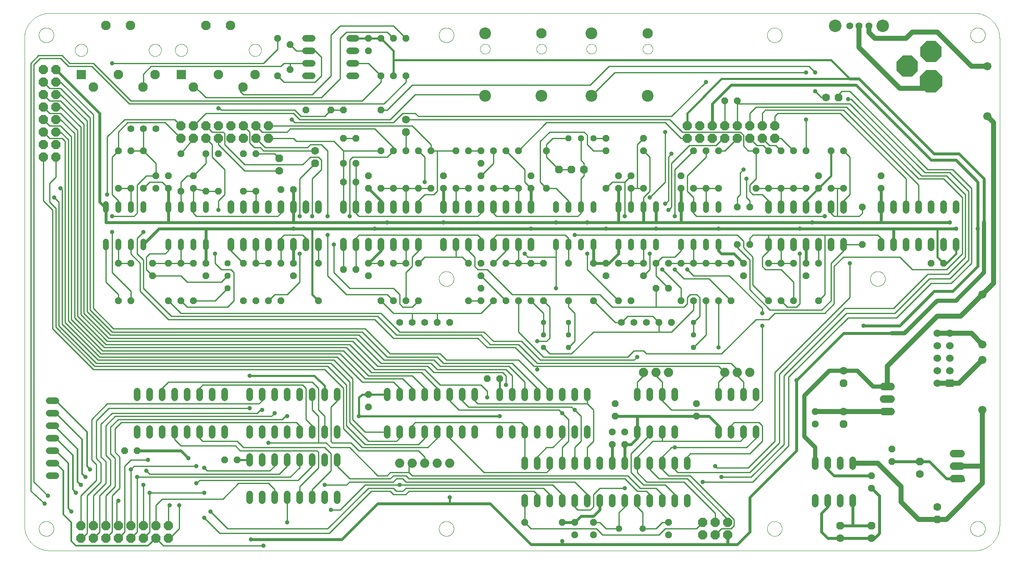
<source format=gtl>
G75*
%MOIN*%
%OFA0B0*%
%FSLAX25Y25*%
%IPPOS*%
%LPD*%
%AMOC8*
5,1,8,0,0,1.08239X$1,22.5*
%
%ADD10C,0.00001*%
%ADD11C,0.00000*%
%ADD12C,0.05200*%
%ADD13OC8,0.05200*%
%ADD14C,0.05200*%
%ADD15OC8,0.07400*%
%ADD16R,0.07677X0.07677*%
%ADD17C,0.07677*%
%ADD18OC8,0.17000*%
%ADD19OC8,0.18000*%
%ADD20OC8,0.06300*%
%ADD21C,0.06300*%
%ADD22C,0.06000*%
%ADD23C,0.06600*%
%ADD24C,0.04756*%
%ADD25C,0.08268*%
%ADD26C,0.09449*%
%ADD27OC8,0.04756*%
%ADD28C,0.07400*%
%ADD29C,0.05512*%
%ADD30C,0.04400*%
%ADD31C,0.05600*%
%ADD32C,0.10000*%
%ADD33C,0.06000*%
%ADD34R,0.06000X0.06000*%
%ADD35C,0.01000*%
%ADD36C,0.03562*%
%ADD37C,0.04000*%
%ADD38C,0.02400*%
%ADD39C,0.01600*%
%ADD40C,0.03200*%
%ADD41C,0.01200*%
D10*
X0001800Y0411800D02*
X0001806Y0412283D01*
X0001823Y0412766D01*
X0001853Y0413248D01*
X0001893Y0413730D01*
X0001946Y0414210D01*
X0002010Y0414689D01*
X0002085Y0415167D01*
X0002173Y0415642D01*
X0002271Y0416115D01*
X0002381Y0416586D01*
X0002502Y0417054D01*
X0002635Y0417519D01*
X0002779Y0417980D01*
X0002934Y0418438D01*
X0003100Y0418892D01*
X0003276Y0419342D01*
X0003464Y0419787D01*
X0003662Y0420228D01*
X0003871Y0420664D01*
X0004091Y0421094D01*
X0004321Y0421520D01*
X0004561Y0421939D01*
X0004811Y0422353D01*
X0005071Y0422760D01*
X0005340Y0423161D01*
X0005620Y0423556D01*
X0005908Y0423943D01*
X0006206Y0424324D01*
X0006514Y0424697D01*
X0006830Y0425062D01*
X0007155Y0425420D01*
X0007488Y0425770D01*
X0007830Y0426112D01*
X0008180Y0426445D01*
X0008538Y0426770D01*
X0008903Y0427086D01*
X0009276Y0427394D01*
X0009657Y0427692D01*
X0010044Y0427980D01*
X0010439Y0428260D01*
X0010840Y0428529D01*
X0011247Y0428789D01*
X0011661Y0429039D01*
X0012080Y0429279D01*
X0012506Y0429509D01*
X0012936Y0429729D01*
X0013372Y0429938D01*
X0013813Y0430136D01*
X0014258Y0430324D01*
X0014708Y0430500D01*
X0015162Y0430666D01*
X0015620Y0430821D01*
X0016081Y0430965D01*
X0016546Y0431098D01*
X0017014Y0431219D01*
X0017485Y0431329D01*
X0017958Y0431427D01*
X0018433Y0431515D01*
X0018911Y0431590D01*
X0019390Y0431654D01*
X0019870Y0431707D01*
X0020352Y0431747D01*
X0020834Y0431777D01*
X0021317Y0431794D01*
X0021800Y0431800D01*
D11*
X0021800Y0001800D02*
X0761800Y0001800D01*
X0758394Y0019300D02*
X0758396Y0019453D01*
X0758402Y0019607D01*
X0758412Y0019760D01*
X0758426Y0019912D01*
X0758444Y0020065D01*
X0758466Y0020216D01*
X0758491Y0020367D01*
X0758521Y0020518D01*
X0758555Y0020668D01*
X0758592Y0020816D01*
X0758633Y0020964D01*
X0758678Y0021110D01*
X0758727Y0021256D01*
X0758780Y0021400D01*
X0758836Y0021542D01*
X0758896Y0021683D01*
X0758960Y0021823D01*
X0759027Y0021961D01*
X0759098Y0022097D01*
X0759173Y0022231D01*
X0759250Y0022363D01*
X0759332Y0022493D01*
X0759416Y0022621D01*
X0759504Y0022747D01*
X0759595Y0022870D01*
X0759689Y0022991D01*
X0759787Y0023109D01*
X0759887Y0023225D01*
X0759991Y0023338D01*
X0760097Y0023449D01*
X0760206Y0023557D01*
X0760318Y0023662D01*
X0760432Y0023763D01*
X0760550Y0023862D01*
X0760669Y0023958D01*
X0760791Y0024051D01*
X0760916Y0024140D01*
X0761043Y0024227D01*
X0761172Y0024309D01*
X0761303Y0024389D01*
X0761436Y0024465D01*
X0761571Y0024538D01*
X0761708Y0024607D01*
X0761847Y0024672D01*
X0761987Y0024734D01*
X0762129Y0024792D01*
X0762272Y0024847D01*
X0762417Y0024898D01*
X0762563Y0024945D01*
X0762710Y0024988D01*
X0762858Y0025027D01*
X0763007Y0025063D01*
X0763157Y0025094D01*
X0763308Y0025122D01*
X0763459Y0025146D01*
X0763612Y0025166D01*
X0763764Y0025182D01*
X0763917Y0025194D01*
X0764070Y0025202D01*
X0764223Y0025206D01*
X0764377Y0025206D01*
X0764530Y0025202D01*
X0764683Y0025194D01*
X0764836Y0025182D01*
X0764988Y0025166D01*
X0765141Y0025146D01*
X0765292Y0025122D01*
X0765443Y0025094D01*
X0765593Y0025063D01*
X0765742Y0025027D01*
X0765890Y0024988D01*
X0766037Y0024945D01*
X0766183Y0024898D01*
X0766328Y0024847D01*
X0766471Y0024792D01*
X0766613Y0024734D01*
X0766753Y0024672D01*
X0766892Y0024607D01*
X0767029Y0024538D01*
X0767164Y0024465D01*
X0767297Y0024389D01*
X0767428Y0024309D01*
X0767557Y0024227D01*
X0767684Y0024140D01*
X0767809Y0024051D01*
X0767931Y0023958D01*
X0768050Y0023862D01*
X0768168Y0023763D01*
X0768282Y0023662D01*
X0768394Y0023557D01*
X0768503Y0023449D01*
X0768609Y0023338D01*
X0768713Y0023225D01*
X0768813Y0023109D01*
X0768911Y0022991D01*
X0769005Y0022870D01*
X0769096Y0022747D01*
X0769184Y0022621D01*
X0769268Y0022493D01*
X0769350Y0022363D01*
X0769427Y0022231D01*
X0769502Y0022097D01*
X0769573Y0021961D01*
X0769640Y0021823D01*
X0769704Y0021683D01*
X0769764Y0021542D01*
X0769820Y0021400D01*
X0769873Y0021256D01*
X0769922Y0021110D01*
X0769967Y0020964D01*
X0770008Y0020816D01*
X0770045Y0020668D01*
X0770079Y0020518D01*
X0770109Y0020367D01*
X0770134Y0020216D01*
X0770156Y0020065D01*
X0770174Y0019912D01*
X0770188Y0019760D01*
X0770198Y0019607D01*
X0770204Y0019453D01*
X0770206Y0019300D01*
X0770204Y0019147D01*
X0770198Y0018993D01*
X0770188Y0018840D01*
X0770174Y0018688D01*
X0770156Y0018535D01*
X0770134Y0018384D01*
X0770109Y0018233D01*
X0770079Y0018082D01*
X0770045Y0017932D01*
X0770008Y0017784D01*
X0769967Y0017636D01*
X0769922Y0017490D01*
X0769873Y0017344D01*
X0769820Y0017200D01*
X0769764Y0017058D01*
X0769704Y0016917D01*
X0769640Y0016777D01*
X0769573Y0016639D01*
X0769502Y0016503D01*
X0769427Y0016369D01*
X0769350Y0016237D01*
X0769268Y0016107D01*
X0769184Y0015979D01*
X0769096Y0015853D01*
X0769005Y0015730D01*
X0768911Y0015609D01*
X0768813Y0015491D01*
X0768713Y0015375D01*
X0768609Y0015262D01*
X0768503Y0015151D01*
X0768394Y0015043D01*
X0768282Y0014938D01*
X0768168Y0014837D01*
X0768050Y0014738D01*
X0767931Y0014642D01*
X0767809Y0014549D01*
X0767684Y0014460D01*
X0767557Y0014373D01*
X0767428Y0014291D01*
X0767297Y0014211D01*
X0767164Y0014135D01*
X0767029Y0014062D01*
X0766892Y0013993D01*
X0766753Y0013928D01*
X0766613Y0013866D01*
X0766471Y0013808D01*
X0766328Y0013753D01*
X0766183Y0013702D01*
X0766037Y0013655D01*
X0765890Y0013612D01*
X0765742Y0013573D01*
X0765593Y0013537D01*
X0765443Y0013506D01*
X0765292Y0013478D01*
X0765141Y0013454D01*
X0764988Y0013434D01*
X0764836Y0013418D01*
X0764683Y0013406D01*
X0764530Y0013398D01*
X0764377Y0013394D01*
X0764223Y0013394D01*
X0764070Y0013398D01*
X0763917Y0013406D01*
X0763764Y0013418D01*
X0763612Y0013434D01*
X0763459Y0013454D01*
X0763308Y0013478D01*
X0763157Y0013506D01*
X0763007Y0013537D01*
X0762858Y0013573D01*
X0762710Y0013612D01*
X0762563Y0013655D01*
X0762417Y0013702D01*
X0762272Y0013753D01*
X0762129Y0013808D01*
X0761987Y0013866D01*
X0761847Y0013928D01*
X0761708Y0013993D01*
X0761571Y0014062D01*
X0761436Y0014135D01*
X0761303Y0014211D01*
X0761172Y0014291D01*
X0761043Y0014373D01*
X0760916Y0014460D01*
X0760791Y0014549D01*
X0760669Y0014642D01*
X0760550Y0014738D01*
X0760432Y0014837D01*
X0760318Y0014938D01*
X0760206Y0015043D01*
X0760097Y0015151D01*
X0759991Y0015262D01*
X0759887Y0015375D01*
X0759787Y0015491D01*
X0759689Y0015609D01*
X0759595Y0015730D01*
X0759504Y0015853D01*
X0759416Y0015979D01*
X0759332Y0016107D01*
X0759250Y0016237D01*
X0759173Y0016369D01*
X0759098Y0016503D01*
X0759027Y0016639D01*
X0758960Y0016777D01*
X0758896Y0016917D01*
X0758836Y0017058D01*
X0758780Y0017200D01*
X0758727Y0017344D01*
X0758678Y0017490D01*
X0758633Y0017636D01*
X0758592Y0017784D01*
X0758555Y0017932D01*
X0758521Y0018082D01*
X0758491Y0018233D01*
X0758466Y0018384D01*
X0758444Y0018535D01*
X0758426Y0018688D01*
X0758412Y0018840D01*
X0758402Y0018993D01*
X0758396Y0019147D01*
X0758394Y0019300D01*
X0761800Y0001800D02*
X0762283Y0001806D01*
X0762766Y0001823D01*
X0763249Y0001853D01*
X0763730Y0001893D01*
X0764211Y0001946D01*
X0764690Y0002010D01*
X0765167Y0002085D01*
X0765643Y0002173D01*
X0766116Y0002271D01*
X0766586Y0002381D01*
X0767054Y0002502D01*
X0767519Y0002635D01*
X0767980Y0002779D01*
X0768438Y0002934D01*
X0768892Y0003100D01*
X0769342Y0003277D01*
X0769787Y0003464D01*
X0770228Y0003663D01*
X0770664Y0003871D01*
X0771094Y0004091D01*
X0771520Y0004321D01*
X0771939Y0004561D01*
X0772353Y0004811D01*
X0772760Y0005071D01*
X0773161Y0005340D01*
X0773556Y0005620D01*
X0773943Y0005908D01*
X0774324Y0006207D01*
X0774697Y0006514D01*
X0775062Y0006830D01*
X0775420Y0007155D01*
X0775770Y0007488D01*
X0776112Y0007830D01*
X0776445Y0008180D01*
X0776770Y0008538D01*
X0777086Y0008903D01*
X0777393Y0009276D01*
X0777692Y0009657D01*
X0777980Y0010044D01*
X0778260Y0010439D01*
X0778529Y0010840D01*
X0778789Y0011247D01*
X0779039Y0011661D01*
X0779279Y0012080D01*
X0779509Y0012506D01*
X0779729Y0012936D01*
X0779937Y0013372D01*
X0780136Y0013813D01*
X0780323Y0014258D01*
X0780500Y0014708D01*
X0780666Y0015162D01*
X0780821Y0015620D01*
X0780965Y0016081D01*
X0781098Y0016546D01*
X0781219Y0017014D01*
X0781329Y0017484D01*
X0781427Y0017957D01*
X0781515Y0018433D01*
X0781590Y0018910D01*
X0781654Y0019389D01*
X0781707Y0019870D01*
X0781747Y0020351D01*
X0781777Y0020834D01*
X0781794Y0021317D01*
X0781800Y0021800D01*
X0781800Y0411800D01*
X0758394Y0414300D02*
X0758396Y0414453D01*
X0758402Y0414607D01*
X0758412Y0414760D01*
X0758426Y0414912D01*
X0758444Y0415065D01*
X0758466Y0415216D01*
X0758491Y0415367D01*
X0758521Y0415518D01*
X0758555Y0415668D01*
X0758592Y0415816D01*
X0758633Y0415964D01*
X0758678Y0416110D01*
X0758727Y0416256D01*
X0758780Y0416400D01*
X0758836Y0416542D01*
X0758896Y0416683D01*
X0758960Y0416823D01*
X0759027Y0416961D01*
X0759098Y0417097D01*
X0759173Y0417231D01*
X0759250Y0417363D01*
X0759332Y0417493D01*
X0759416Y0417621D01*
X0759504Y0417747D01*
X0759595Y0417870D01*
X0759689Y0417991D01*
X0759787Y0418109D01*
X0759887Y0418225D01*
X0759991Y0418338D01*
X0760097Y0418449D01*
X0760206Y0418557D01*
X0760318Y0418662D01*
X0760432Y0418763D01*
X0760550Y0418862D01*
X0760669Y0418958D01*
X0760791Y0419051D01*
X0760916Y0419140D01*
X0761043Y0419227D01*
X0761172Y0419309D01*
X0761303Y0419389D01*
X0761436Y0419465D01*
X0761571Y0419538D01*
X0761708Y0419607D01*
X0761847Y0419672D01*
X0761987Y0419734D01*
X0762129Y0419792D01*
X0762272Y0419847D01*
X0762417Y0419898D01*
X0762563Y0419945D01*
X0762710Y0419988D01*
X0762858Y0420027D01*
X0763007Y0420063D01*
X0763157Y0420094D01*
X0763308Y0420122D01*
X0763459Y0420146D01*
X0763612Y0420166D01*
X0763764Y0420182D01*
X0763917Y0420194D01*
X0764070Y0420202D01*
X0764223Y0420206D01*
X0764377Y0420206D01*
X0764530Y0420202D01*
X0764683Y0420194D01*
X0764836Y0420182D01*
X0764988Y0420166D01*
X0765141Y0420146D01*
X0765292Y0420122D01*
X0765443Y0420094D01*
X0765593Y0420063D01*
X0765742Y0420027D01*
X0765890Y0419988D01*
X0766037Y0419945D01*
X0766183Y0419898D01*
X0766328Y0419847D01*
X0766471Y0419792D01*
X0766613Y0419734D01*
X0766753Y0419672D01*
X0766892Y0419607D01*
X0767029Y0419538D01*
X0767164Y0419465D01*
X0767297Y0419389D01*
X0767428Y0419309D01*
X0767557Y0419227D01*
X0767684Y0419140D01*
X0767809Y0419051D01*
X0767931Y0418958D01*
X0768050Y0418862D01*
X0768168Y0418763D01*
X0768282Y0418662D01*
X0768394Y0418557D01*
X0768503Y0418449D01*
X0768609Y0418338D01*
X0768713Y0418225D01*
X0768813Y0418109D01*
X0768911Y0417991D01*
X0769005Y0417870D01*
X0769096Y0417747D01*
X0769184Y0417621D01*
X0769268Y0417493D01*
X0769350Y0417363D01*
X0769427Y0417231D01*
X0769502Y0417097D01*
X0769573Y0416961D01*
X0769640Y0416823D01*
X0769704Y0416683D01*
X0769764Y0416542D01*
X0769820Y0416400D01*
X0769873Y0416256D01*
X0769922Y0416110D01*
X0769967Y0415964D01*
X0770008Y0415816D01*
X0770045Y0415668D01*
X0770079Y0415518D01*
X0770109Y0415367D01*
X0770134Y0415216D01*
X0770156Y0415065D01*
X0770174Y0414912D01*
X0770188Y0414760D01*
X0770198Y0414607D01*
X0770204Y0414453D01*
X0770206Y0414300D01*
X0770204Y0414147D01*
X0770198Y0413993D01*
X0770188Y0413840D01*
X0770174Y0413688D01*
X0770156Y0413535D01*
X0770134Y0413384D01*
X0770109Y0413233D01*
X0770079Y0413082D01*
X0770045Y0412932D01*
X0770008Y0412784D01*
X0769967Y0412636D01*
X0769922Y0412490D01*
X0769873Y0412344D01*
X0769820Y0412200D01*
X0769764Y0412058D01*
X0769704Y0411917D01*
X0769640Y0411777D01*
X0769573Y0411639D01*
X0769502Y0411503D01*
X0769427Y0411369D01*
X0769350Y0411237D01*
X0769268Y0411107D01*
X0769184Y0410979D01*
X0769096Y0410853D01*
X0769005Y0410730D01*
X0768911Y0410609D01*
X0768813Y0410491D01*
X0768713Y0410375D01*
X0768609Y0410262D01*
X0768503Y0410151D01*
X0768394Y0410043D01*
X0768282Y0409938D01*
X0768168Y0409837D01*
X0768050Y0409738D01*
X0767931Y0409642D01*
X0767809Y0409549D01*
X0767684Y0409460D01*
X0767557Y0409373D01*
X0767428Y0409291D01*
X0767297Y0409211D01*
X0767164Y0409135D01*
X0767029Y0409062D01*
X0766892Y0408993D01*
X0766753Y0408928D01*
X0766613Y0408866D01*
X0766471Y0408808D01*
X0766328Y0408753D01*
X0766183Y0408702D01*
X0766037Y0408655D01*
X0765890Y0408612D01*
X0765742Y0408573D01*
X0765593Y0408537D01*
X0765443Y0408506D01*
X0765292Y0408478D01*
X0765141Y0408454D01*
X0764988Y0408434D01*
X0764836Y0408418D01*
X0764683Y0408406D01*
X0764530Y0408398D01*
X0764377Y0408394D01*
X0764223Y0408394D01*
X0764070Y0408398D01*
X0763917Y0408406D01*
X0763764Y0408418D01*
X0763612Y0408434D01*
X0763459Y0408454D01*
X0763308Y0408478D01*
X0763157Y0408506D01*
X0763007Y0408537D01*
X0762858Y0408573D01*
X0762710Y0408612D01*
X0762563Y0408655D01*
X0762417Y0408702D01*
X0762272Y0408753D01*
X0762129Y0408808D01*
X0761987Y0408866D01*
X0761847Y0408928D01*
X0761708Y0408993D01*
X0761571Y0409062D01*
X0761436Y0409135D01*
X0761303Y0409211D01*
X0761172Y0409291D01*
X0761043Y0409373D01*
X0760916Y0409460D01*
X0760791Y0409549D01*
X0760669Y0409642D01*
X0760550Y0409738D01*
X0760432Y0409837D01*
X0760318Y0409938D01*
X0760206Y0410043D01*
X0760097Y0410151D01*
X0759991Y0410262D01*
X0759887Y0410375D01*
X0759787Y0410491D01*
X0759689Y0410609D01*
X0759595Y0410730D01*
X0759504Y0410853D01*
X0759416Y0410979D01*
X0759332Y0411107D01*
X0759250Y0411237D01*
X0759173Y0411369D01*
X0759098Y0411503D01*
X0759027Y0411639D01*
X0758960Y0411777D01*
X0758896Y0411917D01*
X0758836Y0412058D01*
X0758780Y0412200D01*
X0758727Y0412344D01*
X0758678Y0412490D01*
X0758633Y0412636D01*
X0758592Y0412784D01*
X0758555Y0412932D01*
X0758521Y0413082D01*
X0758491Y0413233D01*
X0758466Y0413384D01*
X0758444Y0413535D01*
X0758426Y0413688D01*
X0758412Y0413840D01*
X0758402Y0413993D01*
X0758396Y0414147D01*
X0758394Y0414300D01*
X0761800Y0431800D02*
X0762283Y0431794D01*
X0762766Y0431777D01*
X0763249Y0431747D01*
X0763730Y0431707D01*
X0764211Y0431654D01*
X0764690Y0431590D01*
X0765167Y0431515D01*
X0765643Y0431427D01*
X0766116Y0431329D01*
X0766586Y0431219D01*
X0767054Y0431098D01*
X0767519Y0430965D01*
X0767980Y0430821D01*
X0768438Y0430666D01*
X0768892Y0430500D01*
X0769342Y0430323D01*
X0769787Y0430136D01*
X0770228Y0429937D01*
X0770664Y0429729D01*
X0771094Y0429509D01*
X0771520Y0429279D01*
X0771939Y0429039D01*
X0772353Y0428789D01*
X0772760Y0428529D01*
X0773161Y0428260D01*
X0773556Y0427980D01*
X0773943Y0427692D01*
X0774324Y0427393D01*
X0774697Y0427086D01*
X0775062Y0426770D01*
X0775420Y0426445D01*
X0775770Y0426112D01*
X0776112Y0425770D01*
X0776445Y0425420D01*
X0776770Y0425062D01*
X0777086Y0424697D01*
X0777393Y0424324D01*
X0777692Y0423943D01*
X0777980Y0423556D01*
X0778260Y0423161D01*
X0778529Y0422760D01*
X0778789Y0422353D01*
X0779039Y0421939D01*
X0779279Y0421520D01*
X0779509Y0421094D01*
X0779729Y0420664D01*
X0779937Y0420228D01*
X0780136Y0419787D01*
X0780323Y0419342D01*
X0780500Y0418892D01*
X0780666Y0418438D01*
X0780821Y0417980D01*
X0780965Y0417519D01*
X0781098Y0417054D01*
X0781219Y0416586D01*
X0781329Y0416116D01*
X0781427Y0415643D01*
X0781515Y0415167D01*
X0781590Y0414690D01*
X0781654Y0414211D01*
X0781707Y0413730D01*
X0781747Y0413249D01*
X0781777Y0412766D01*
X0781794Y0412283D01*
X0781800Y0411800D01*
X0761800Y0431800D02*
X0021800Y0431800D01*
X0013394Y0414300D02*
X0013396Y0414453D01*
X0013402Y0414607D01*
X0013412Y0414760D01*
X0013426Y0414912D01*
X0013444Y0415065D01*
X0013466Y0415216D01*
X0013491Y0415367D01*
X0013521Y0415518D01*
X0013555Y0415668D01*
X0013592Y0415816D01*
X0013633Y0415964D01*
X0013678Y0416110D01*
X0013727Y0416256D01*
X0013780Y0416400D01*
X0013836Y0416542D01*
X0013896Y0416683D01*
X0013960Y0416823D01*
X0014027Y0416961D01*
X0014098Y0417097D01*
X0014173Y0417231D01*
X0014250Y0417363D01*
X0014332Y0417493D01*
X0014416Y0417621D01*
X0014504Y0417747D01*
X0014595Y0417870D01*
X0014689Y0417991D01*
X0014787Y0418109D01*
X0014887Y0418225D01*
X0014991Y0418338D01*
X0015097Y0418449D01*
X0015206Y0418557D01*
X0015318Y0418662D01*
X0015432Y0418763D01*
X0015550Y0418862D01*
X0015669Y0418958D01*
X0015791Y0419051D01*
X0015916Y0419140D01*
X0016043Y0419227D01*
X0016172Y0419309D01*
X0016303Y0419389D01*
X0016436Y0419465D01*
X0016571Y0419538D01*
X0016708Y0419607D01*
X0016847Y0419672D01*
X0016987Y0419734D01*
X0017129Y0419792D01*
X0017272Y0419847D01*
X0017417Y0419898D01*
X0017563Y0419945D01*
X0017710Y0419988D01*
X0017858Y0420027D01*
X0018007Y0420063D01*
X0018157Y0420094D01*
X0018308Y0420122D01*
X0018459Y0420146D01*
X0018612Y0420166D01*
X0018764Y0420182D01*
X0018917Y0420194D01*
X0019070Y0420202D01*
X0019223Y0420206D01*
X0019377Y0420206D01*
X0019530Y0420202D01*
X0019683Y0420194D01*
X0019836Y0420182D01*
X0019988Y0420166D01*
X0020141Y0420146D01*
X0020292Y0420122D01*
X0020443Y0420094D01*
X0020593Y0420063D01*
X0020742Y0420027D01*
X0020890Y0419988D01*
X0021037Y0419945D01*
X0021183Y0419898D01*
X0021328Y0419847D01*
X0021471Y0419792D01*
X0021613Y0419734D01*
X0021753Y0419672D01*
X0021892Y0419607D01*
X0022029Y0419538D01*
X0022164Y0419465D01*
X0022297Y0419389D01*
X0022428Y0419309D01*
X0022557Y0419227D01*
X0022684Y0419140D01*
X0022809Y0419051D01*
X0022931Y0418958D01*
X0023050Y0418862D01*
X0023168Y0418763D01*
X0023282Y0418662D01*
X0023394Y0418557D01*
X0023503Y0418449D01*
X0023609Y0418338D01*
X0023713Y0418225D01*
X0023813Y0418109D01*
X0023911Y0417991D01*
X0024005Y0417870D01*
X0024096Y0417747D01*
X0024184Y0417621D01*
X0024268Y0417493D01*
X0024350Y0417363D01*
X0024427Y0417231D01*
X0024502Y0417097D01*
X0024573Y0416961D01*
X0024640Y0416823D01*
X0024704Y0416683D01*
X0024764Y0416542D01*
X0024820Y0416400D01*
X0024873Y0416256D01*
X0024922Y0416110D01*
X0024967Y0415964D01*
X0025008Y0415816D01*
X0025045Y0415668D01*
X0025079Y0415518D01*
X0025109Y0415367D01*
X0025134Y0415216D01*
X0025156Y0415065D01*
X0025174Y0414912D01*
X0025188Y0414760D01*
X0025198Y0414607D01*
X0025204Y0414453D01*
X0025206Y0414300D01*
X0025204Y0414147D01*
X0025198Y0413993D01*
X0025188Y0413840D01*
X0025174Y0413688D01*
X0025156Y0413535D01*
X0025134Y0413384D01*
X0025109Y0413233D01*
X0025079Y0413082D01*
X0025045Y0412932D01*
X0025008Y0412784D01*
X0024967Y0412636D01*
X0024922Y0412490D01*
X0024873Y0412344D01*
X0024820Y0412200D01*
X0024764Y0412058D01*
X0024704Y0411917D01*
X0024640Y0411777D01*
X0024573Y0411639D01*
X0024502Y0411503D01*
X0024427Y0411369D01*
X0024350Y0411237D01*
X0024268Y0411107D01*
X0024184Y0410979D01*
X0024096Y0410853D01*
X0024005Y0410730D01*
X0023911Y0410609D01*
X0023813Y0410491D01*
X0023713Y0410375D01*
X0023609Y0410262D01*
X0023503Y0410151D01*
X0023394Y0410043D01*
X0023282Y0409938D01*
X0023168Y0409837D01*
X0023050Y0409738D01*
X0022931Y0409642D01*
X0022809Y0409549D01*
X0022684Y0409460D01*
X0022557Y0409373D01*
X0022428Y0409291D01*
X0022297Y0409211D01*
X0022164Y0409135D01*
X0022029Y0409062D01*
X0021892Y0408993D01*
X0021753Y0408928D01*
X0021613Y0408866D01*
X0021471Y0408808D01*
X0021328Y0408753D01*
X0021183Y0408702D01*
X0021037Y0408655D01*
X0020890Y0408612D01*
X0020742Y0408573D01*
X0020593Y0408537D01*
X0020443Y0408506D01*
X0020292Y0408478D01*
X0020141Y0408454D01*
X0019988Y0408434D01*
X0019836Y0408418D01*
X0019683Y0408406D01*
X0019530Y0408398D01*
X0019377Y0408394D01*
X0019223Y0408394D01*
X0019070Y0408398D01*
X0018917Y0408406D01*
X0018764Y0408418D01*
X0018612Y0408434D01*
X0018459Y0408454D01*
X0018308Y0408478D01*
X0018157Y0408506D01*
X0018007Y0408537D01*
X0017858Y0408573D01*
X0017710Y0408612D01*
X0017563Y0408655D01*
X0017417Y0408702D01*
X0017272Y0408753D01*
X0017129Y0408808D01*
X0016987Y0408866D01*
X0016847Y0408928D01*
X0016708Y0408993D01*
X0016571Y0409062D01*
X0016436Y0409135D01*
X0016303Y0409211D01*
X0016172Y0409291D01*
X0016043Y0409373D01*
X0015916Y0409460D01*
X0015791Y0409549D01*
X0015669Y0409642D01*
X0015550Y0409738D01*
X0015432Y0409837D01*
X0015318Y0409938D01*
X0015206Y0410043D01*
X0015097Y0410151D01*
X0014991Y0410262D01*
X0014887Y0410375D01*
X0014787Y0410491D01*
X0014689Y0410609D01*
X0014595Y0410730D01*
X0014504Y0410853D01*
X0014416Y0410979D01*
X0014332Y0411107D01*
X0014250Y0411237D01*
X0014173Y0411369D01*
X0014098Y0411503D01*
X0014027Y0411639D01*
X0013960Y0411777D01*
X0013896Y0411917D01*
X0013836Y0412058D01*
X0013780Y0412200D01*
X0013727Y0412344D01*
X0013678Y0412490D01*
X0013633Y0412636D01*
X0013592Y0412784D01*
X0013555Y0412932D01*
X0013521Y0413082D01*
X0013491Y0413233D01*
X0013466Y0413384D01*
X0013444Y0413535D01*
X0013426Y0413688D01*
X0013412Y0413840D01*
X0013402Y0413993D01*
X0013396Y0414147D01*
X0013394Y0414300D01*
X0001800Y0411800D02*
X0001800Y0021800D01*
X0013394Y0019300D02*
X0013396Y0019453D01*
X0013402Y0019607D01*
X0013412Y0019760D01*
X0013426Y0019912D01*
X0013444Y0020065D01*
X0013466Y0020216D01*
X0013491Y0020367D01*
X0013521Y0020518D01*
X0013555Y0020668D01*
X0013592Y0020816D01*
X0013633Y0020964D01*
X0013678Y0021110D01*
X0013727Y0021256D01*
X0013780Y0021400D01*
X0013836Y0021542D01*
X0013896Y0021683D01*
X0013960Y0021823D01*
X0014027Y0021961D01*
X0014098Y0022097D01*
X0014173Y0022231D01*
X0014250Y0022363D01*
X0014332Y0022493D01*
X0014416Y0022621D01*
X0014504Y0022747D01*
X0014595Y0022870D01*
X0014689Y0022991D01*
X0014787Y0023109D01*
X0014887Y0023225D01*
X0014991Y0023338D01*
X0015097Y0023449D01*
X0015206Y0023557D01*
X0015318Y0023662D01*
X0015432Y0023763D01*
X0015550Y0023862D01*
X0015669Y0023958D01*
X0015791Y0024051D01*
X0015916Y0024140D01*
X0016043Y0024227D01*
X0016172Y0024309D01*
X0016303Y0024389D01*
X0016436Y0024465D01*
X0016571Y0024538D01*
X0016708Y0024607D01*
X0016847Y0024672D01*
X0016987Y0024734D01*
X0017129Y0024792D01*
X0017272Y0024847D01*
X0017417Y0024898D01*
X0017563Y0024945D01*
X0017710Y0024988D01*
X0017858Y0025027D01*
X0018007Y0025063D01*
X0018157Y0025094D01*
X0018308Y0025122D01*
X0018459Y0025146D01*
X0018612Y0025166D01*
X0018764Y0025182D01*
X0018917Y0025194D01*
X0019070Y0025202D01*
X0019223Y0025206D01*
X0019377Y0025206D01*
X0019530Y0025202D01*
X0019683Y0025194D01*
X0019836Y0025182D01*
X0019988Y0025166D01*
X0020141Y0025146D01*
X0020292Y0025122D01*
X0020443Y0025094D01*
X0020593Y0025063D01*
X0020742Y0025027D01*
X0020890Y0024988D01*
X0021037Y0024945D01*
X0021183Y0024898D01*
X0021328Y0024847D01*
X0021471Y0024792D01*
X0021613Y0024734D01*
X0021753Y0024672D01*
X0021892Y0024607D01*
X0022029Y0024538D01*
X0022164Y0024465D01*
X0022297Y0024389D01*
X0022428Y0024309D01*
X0022557Y0024227D01*
X0022684Y0024140D01*
X0022809Y0024051D01*
X0022931Y0023958D01*
X0023050Y0023862D01*
X0023168Y0023763D01*
X0023282Y0023662D01*
X0023394Y0023557D01*
X0023503Y0023449D01*
X0023609Y0023338D01*
X0023713Y0023225D01*
X0023813Y0023109D01*
X0023911Y0022991D01*
X0024005Y0022870D01*
X0024096Y0022747D01*
X0024184Y0022621D01*
X0024268Y0022493D01*
X0024350Y0022363D01*
X0024427Y0022231D01*
X0024502Y0022097D01*
X0024573Y0021961D01*
X0024640Y0021823D01*
X0024704Y0021683D01*
X0024764Y0021542D01*
X0024820Y0021400D01*
X0024873Y0021256D01*
X0024922Y0021110D01*
X0024967Y0020964D01*
X0025008Y0020816D01*
X0025045Y0020668D01*
X0025079Y0020518D01*
X0025109Y0020367D01*
X0025134Y0020216D01*
X0025156Y0020065D01*
X0025174Y0019912D01*
X0025188Y0019760D01*
X0025198Y0019607D01*
X0025204Y0019453D01*
X0025206Y0019300D01*
X0025204Y0019147D01*
X0025198Y0018993D01*
X0025188Y0018840D01*
X0025174Y0018688D01*
X0025156Y0018535D01*
X0025134Y0018384D01*
X0025109Y0018233D01*
X0025079Y0018082D01*
X0025045Y0017932D01*
X0025008Y0017784D01*
X0024967Y0017636D01*
X0024922Y0017490D01*
X0024873Y0017344D01*
X0024820Y0017200D01*
X0024764Y0017058D01*
X0024704Y0016917D01*
X0024640Y0016777D01*
X0024573Y0016639D01*
X0024502Y0016503D01*
X0024427Y0016369D01*
X0024350Y0016237D01*
X0024268Y0016107D01*
X0024184Y0015979D01*
X0024096Y0015853D01*
X0024005Y0015730D01*
X0023911Y0015609D01*
X0023813Y0015491D01*
X0023713Y0015375D01*
X0023609Y0015262D01*
X0023503Y0015151D01*
X0023394Y0015043D01*
X0023282Y0014938D01*
X0023168Y0014837D01*
X0023050Y0014738D01*
X0022931Y0014642D01*
X0022809Y0014549D01*
X0022684Y0014460D01*
X0022557Y0014373D01*
X0022428Y0014291D01*
X0022297Y0014211D01*
X0022164Y0014135D01*
X0022029Y0014062D01*
X0021892Y0013993D01*
X0021753Y0013928D01*
X0021613Y0013866D01*
X0021471Y0013808D01*
X0021328Y0013753D01*
X0021183Y0013702D01*
X0021037Y0013655D01*
X0020890Y0013612D01*
X0020742Y0013573D01*
X0020593Y0013537D01*
X0020443Y0013506D01*
X0020292Y0013478D01*
X0020141Y0013454D01*
X0019988Y0013434D01*
X0019836Y0013418D01*
X0019683Y0013406D01*
X0019530Y0013398D01*
X0019377Y0013394D01*
X0019223Y0013394D01*
X0019070Y0013398D01*
X0018917Y0013406D01*
X0018764Y0013418D01*
X0018612Y0013434D01*
X0018459Y0013454D01*
X0018308Y0013478D01*
X0018157Y0013506D01*
X0018007Y0013537D01*
X0017858Y0013573D01*
X0017710Y0013612D01*
X0017563Y0013655D01*
X0017417Y0013702D01*
X0017272Y0013753D01*
X0017129Y0013808D01*
X0016987Y0013866D01*
X0016847Y0013928D01*
X0016708Y0013993D01*
X0016571Y0014062D01*
X0016436Y0014135D01*
X0016303Y0014211D01*
X0016172Y0014291D01*
X0016043Y0014373D01*
X0015916Y0014460D01*
X0015791Y0014549D01*
X0015669Y0014642D01*
X0015550Y0014738D01*
X0015432Y0014837D01*
X0015318Y0014938D01*
X0015206Y0015043D01*
X0015097Y0015151D01*
X0014991Y0015262D01*
X0014887Y0015375D01*
X0014787Y0015491D01*
X0014689Y0015609D01*
X0014595Y0015730D01*
X0014504Y0015853D01*
X0014416Y0015979D01*
X0014332Y0016107D01*
X0014250Y0016237D01*
X0014173Y0016369D01*
X0014098Y0016503D01*
X0014027Y0016639D01*
X0013960Y0016777D01*
X0013896Y0016917D01*
X0013836Y0017058D01*
X0013780Y0017200D01*
X0013727Y0017344D01*
X0013678Y0017490D01*
X0013633Y0017636D01*
X0013592Y0017784D01*
X0013555Y0017932D01*
X0013521Y0018082D01*
X0013491Y0018233D01*
X0013466Y0018384D01*
X0013444Y0018535D01*
X0013426Y0018688D01*
X0013412Y0018840D01*
X0013402Y0018993D01*
X0013396Y0019147D01*
X0013394Y0019300D01*
X0001800Y0021800D02*
X0001806Y0021317D01*
X0001823Y0020834D01*
X0001853Y0020351D01*
X0001893Y0019870D01*
X0001946Y0019389D01*
X0002010Y0018910D01*
X0002085Y0018433D01*
X0002173Y0017957D01*
X0002271Y0017484D01*
X0002381Y0017014D01*
X0002502Y0016546D01*
X0002635Y0016081D01*
X0002779Y0015620D01*
X0002934Y0015162D01*
X0003100Y0014708D01*
X0003277Y0014258D01*
X0003464Y0013813D01*
X0003663Y0013372D01*
X0003871Y0012936D01*
X0004091Y0012506D01*
X0004321Y0012080D01*
X0004561Y0011661D01*
X0004811Y0011247D01*
X0005071Y0010840D01*
X0005340Y0010439D01*
X0005620Y0010044D01*
X0005908Y0009657D01*
X0006207Y0009276D01*
X0006514Y0008903D01*
X0006830Y0008538D01*
X0007155Y0008180D01*
X0007488Y0007830D01*
X0007830Y0007488D01*
X0008180Y0007155D01*
X0008538Y0006830D01*
X0008903Y0006514D01*
X0009276Y0006207D01*
X0009657Y0005908D01*
X0010044Y0005620D01*
X0010439Y0005340D01*
X0010840Y0005071D01*
X0011247Y0004811D01*
X0011661Y0004561D01*
X0012080Y0004321D01*
X0012506Y0004091D01*
X0012936Y0003871D01*
X0013372Y0003663D01*
X0013813Y0003464D01*
X0014258Y0003277D01*
X0014708Y0003100D01*
X0015162Y0002934D01*
X0015620Y0002779D01*
X0016081Y0002635D01*
X0016546Y0002502D01*
X0017014Y0002381D01*
X0017484Y0002271D01*
X0017957Y0002173D01*
X0018433Y0002085D01*
X0018910Y0002010D01*
X0019389Y0001946D01*
X0019870Y0001893D01*
X0020351Y0001853D01*
X0020834Y0001823D01*
X0021317Y0001806D01*
X0021800Y0001800D01*
X0333394Y0019300D02*
X0333396Y0019453D01*
X0333402Y0019607D01*
X0333412Y0019760D01*
X0333426Y0019912D01*
X0333444Y0020065D01*
X0333466Y0020216D01*
X0333491Y0020367D01*
X0333521Y0020518D01*
X0333555Y0020668D01*
X0333592Y0020816D01*
X0333633Y0020964D01*
X0333678Y0021110D01*
X0333727Y0021256D01*
X0333780Y0021400D01*
X0333836Y0021542D01*
X0333896Y0021683D01*
X0333960Y0021823D01*
X0334027Y0021961D01*
X0334098Y0022097D01*
X0334173Y0022231D01*
X0334250Y0022363D01*
X0334332Y0022493D01*
X0334416Y0022621D01*
X0334504Y0022747D01*
X0334595Y0022870D01*
X0334689Y0022991D01*
X0334787Y0023109D01*
X0334887Y0023225D01*
X0334991Y0023338D01*
X0335097Y0023449D01*
X0335206Y0023557D01*
X0335318Y0023662D01*
X0335432Y0023763D01*
X0335550Y0023862D01*
X0335669Y0023958D01*
X0335791Y0024051D01*
X0335916Y0024140D01*
X0336043Y0024227D01*
X0336172Y0024309D01*
X0336303Y0024389D01*
X0336436Y0024465D01*
X0336571Y0024538D01*
X0336708Y0024607D01*
X0336847Y0024672D01*
X0336987Y0024734D01*
X0337129Y0024792D01*
X0337272Y0024847D01*
X0337417Y0024898D01*
X0337563Y0024945D01*
X0337710Y0024988D01*
X0337858Y0025027D01*
X0338007Y0025063D01*
X0338157Y0025094D01*
X0338308Y0025122D01*
X0338459Y0025146D01*
X0338612Y0025166D01*
X0338764Y0025182D01*
X0338917Y0025194D01*
X0339070Y0025202D01*
X0339223Y0025206D01*
X0339377Y0025206D01*
X0339530Y0025202D01*
X0339683Y0025194D01*
X0339836Y0025182D01*
X0339988Y0025166D01*
X0340141Y0025146D01*
X0340292Y0025122D01*
X0340443Y0025094D01*
X0340593Y0025063D01*
X0340742Y0025027D01*
X0340890Y0024988D01*
X0341037Y0024945D01*
X0341183Y0024898D01*
X0341328Y0024847D01*
X0341471Y0024792D01*
X0341613Y0024734D01*
X0341753Y0024672D01*
X0341892Y0024607D01*
X0342029Y0024538D01*
X0342164Y0024465D01*
X0342297Y0024389D01*
X0342428Y0024309D01*
X0342557Y0024227D01*
X0342684Y0024140D01*
X0342809Y0024051D01*
X0342931Y0023958D01*
X0343050Y0023862D01*
X0343168Y0023763D01*
X0343282Y0023662D01*
X0343394Y0023557D01*
X0343503Y0023449D01*
X0343609Y0023338D01*
X0343713Y0023225D01*
X0343813Y0023109D01*
X0343911Y0022991D01*
X0344005Y0022870D01*
X0344096Y0022747D01*
X0344184Y0022621D01*
X0344268Y0022493D01*
X0344350Y0022363D01*
X0344427Y0022231D01*
X0344502Y0022097D01*
X0344573Y0021961D01*
X0344640Y0021823D01*
X0344704Y0021683D01*
X0344764Y0021542D01*
X0344820Y0021400D01*
X0344873Y0021256D01*
X0344922Y0021110D01*
X0344967Y0020964D01*
X0345008Y0020816D01*
X0345045Y0020668D01*
X0345079Y0020518D01*
X0345109Y0020367D01*
X0345134Y0020216D01*
X0345156Y0020065D01*
X0345174Y0019912D01*
X0345188Y0019760D01*
X0345198Y0019607D01*
X0345204Y0019453D01*
X0345206Y0019300D01*
X0345204Y0019147D01*
X0345198Y0018993D01*
X0345188Y0018840D01*
X0345174Y0018688D01*
X0345156Y0018535D01*
X0345134Y0018384D01*
X0345109Y0018233D01*
X0345079Y0018082D01*
X0345045Y0017932D01*
X0345008Y0017784D01*
X0344967Y0017636D01*
X0344922Y0017490D01*
X0344873Y0017344D01*
X0344820Y0017200D01*
X0344764Y0017058D01*
X0344704Y0016917D01*
X0344640Y0016777D01*
X0344573Y0016639D01*
X0344502Y0016503D01*
X0344427Y0016369D01*
X0344350Y0016237D01*
X0344268Y0016107D01*
X0344184Y0015979D01*
X0344096Y0015853D01*
X0344005Y0015730D01*
X0343911Y0015609D01*
X0343813Y0015491D01*
X0343713Y0015375D01*
X0343609Y0015262D01*
X0343503Y0015151D01*
X0343394Y0015043D01*
X0343282Y0014938D01*
X0343168Y0014837D01*
X0343050Y0014738D01*
X0342931Y0014642D01*
X0342809Y0014549D01*
X0342684Y0014460D01*
X0342557Y0014373D01*
X0342428Y0014291D01*
X0342297Y0014211D01*
X0342164Y0014135D01*
X0342029Y0014062D01*
X0341892Y0013993D01*
X0341753Y0013928D01*
X0341613Y0013866D01*
X0341471Y0013808D01*
X0341328Y0013753D01*
X0341183Y0013702D01*
X0341037Y0013655D01*
X0340890Y0013612D01*
X0340742Y0013573D01*
X0340593Y0013537D01*
X0340443Y0013506D01*
X0340292Y0013478D01*
X0340141Y0013454D01*
X0339988Y0013434D01*
X0339836Y0013418D01*
X0339683Y0013406D01*
X0339530Y0013398D01*
X0339377Y0013394D01*
X0339223Y0013394D01*
X0339070Y0013398D01*
X0338917Y0013406D01*
X0338764Y0013418D01*
X0338612Y0013434D01*
X0338459Y0013454D01*
X0338308Y0013478D01*
X0338157Y0013506D01*
X0338007Y0013537D01*
X0337858Y0013573D01*
X0337710Y0013612D01*
X0337563Y0013655D01*
X0337417Y0013702D01*
X0337272Y0013753D01*
X0337129Y0013808D01*
X0336987Y0013866D01*
X0336847Y0013928D01*
X0336708Y0013993D01*
X0336571Y0014062D01*
X0336436Y0014135D01*
X0336303Y0014211D01*
X0336172Y0014291D01*
X0336043Y0014373D01*
X0335916Y0014460D01*
X0335791Y0014549D01*
X0335669Y0014642D01*
X0335550Y0014738D01*
X0335432Y0014837D01*
X0335318Y0014938D01*
X0335206Y0015043D01*
X0335097Y0015151D01*
X0334991Y0015262D01*
X0334887Y0015375D01*
X0334787Y0015491D01*
X0334689Y0015609D01*
X0334595Y0015730D01*
X0334504Y0015853D01*
X0334416Y0015979D01*
X0334332Y0016107D01*
X0334250Y0016237D01*
X0334173Y0016369D01*
X0334098Y0016503D01*
X0334027Y0016639D01*
X0333960Y0016777D01*
X0333896Y0016917D01*
X0333836Y0017058D01*
X0333780Y0017200D01*
X0333727Y0017344D01*
X0333678Y0017490D01*
X0333633Y0017636D01*
X0333592Y0017784D01*
X0333555Y0017932D01*
X0333521Y0018082D01*
X0333491Y0018233D01*
X0333466Y0018384D01*
X0333444Y0018535D01*
X0333426Y0018688D01*
X0333412Y0018840D01*
X0333402Y0018993D01*
X0333396Y0019147D01*
X0333394Y0019300D01*
X0595894Y0019300D02*
X0595896Y0019453D01*
X0595902Y0019607D01*
X0595912Y0019760D01*
X0595926Y0019912D01*
X0595944Y0020065D01*
X0595966Y0020216D01*
X0595991Y0020367D01*
X0596021Y0020518D01*
X0596055Y0020668D01*
X0596092Y0020816D01*
X0596133Y0020964D01*
X0596178Y0021110D01*
X0596227Y0021256D01*
X0596280Y0021400D01*
X0596336Y0021542D01*
X0596396Y0021683D01*
X0596460Y0021823D01*
X0596527Y0021961D01*
X0596598Y0022097D01*
X0596673Y0022231D01*
X0596750Y0022363D01*
X0596832Y0022493D01*
X0596916Y0022621D01*
X0597004Y0022747D01*
X0597095Y0022870D01*
X0597189Y0022991D01*
X0597287Y0023109D01*
X0597387Y0023225D01*
X0597491Y0023338D01*
X0597597Y0023449D01*
X0597706Y0023557D01*
X0597818Y0023662D01*
X0597932Y0023763D01*
X0598050Y0023862D01*
X0598169Y0023958D01*
X0598291Y0024051D01*
X0598416Y0024140D01*
X0598543Y0024227D01*
X0598672Y0024309D01*
X0598803Y0024389D01*
X0598936Y0024465D01*
X0599071Y0024538D01*
X0599208Y0024607D01*
X0599347Y0024672D01*
X0599487Y0024734D01*
X0599629Y0024792D01*
X0599772Y0024847D01*
X0599917Y0024898D01*
X0600063Y0024945D01*
X0600210Y0024988D01*
X0600358Y0025027D01*
X0600507Y0025063D01*
X0600657Y0025094D01*
X0600808Y0025122D01*
X0600959Y0025146D01*
X0601112Y0025166D01*
X0601264Y0025182D01*
X0601417Y0025194D01*
X0601570Y0025202D01*
X0601723Y0025206D01*
X0601877Y0025206D01*
X0602030Y0025202D01*
X0602183Y0025194D01*
X0602336Y0025182D01*
X0602488Y0025166D01*
X0602641Y0025146D01*
X0602792Y0025122D01*
X0602943Y0025094D01*
X0603093Y0025063D01*
X0603242Y0025027D01*
X0603390Y0024988D01*
X0603537Y0024945D01*
X0603683Y0024898D01*
X0603828Y0024847D01*
X0603971Y0024792D01*
X0604113Y0024734D01*
X0604253Y0024672D01*
X0604392Y0024607D01*
X0604529Y0024538D01*
X0604664Y0024465D01*
X0604797Y0024389D01*
X0604928Y0024309D01*
X0605057Y0024227D01*
X0605184Y0024140D01*
X0605309Y0024051D01*
X0605431Y0023958D01*
X0605550Y0023862D01*
X0605668Y0023763D01*
X0605782Y0023662D01*
X0605894Y0023557D01*
X0606003Y0023449D01*
X0606109Y0023338D01*
X0606213Y0023225D01*
X0606313Y0023109D01*
X0606411Y0022991D01*
X0606505Y0022870D01*
X0606596Y0022747D01*
X0606684Y0022621D01*
X0606768Y0022493D01*
X0606850Y0022363D01*
X0606927Y0022231D01*
X0607002Y0022097D01*
X0607073Y0021961D01*
X0607140Y0021823D01*
X0607204Y0021683D01*
X0607264Y0021542D01*
X0607320Y0021400D01*
X0607373Y0021256D01*
X0607422Y0021110D01*
X0607467Y0020964D01*
X0607508Y0020816D01*
X0607545Y0020668D01*
X0607579Y0020518D01*
X0607609Y0020367D01*
X0607634Y0020216D01*
X0607656Y0020065D01*
X0607674Y0019912D01*
X0607688Y0019760D01*
X0607698Y0019607D01*
X0607704Y0019453D01*
X0607706Y0019300D01*
X0607704Y0019147D01*
X0607698Y0018993D01*
X0607688Y0018840D01*
X0607674Y0018688D01*
X0607656Y0018535D01*
X0607634Y0018384D01*
X0607609Y0018233D01*
X0607579Y0018082D01*
X0607545Y0017932D01*
X0607508Y0017784D01*
X0607467Y0017636D01*
X0607422Y0017490D01*
X0607373Y0017344D01*
X0607320Y0017200D01*
X0607264Y0017058D01*
X0607204Y0016917D01*
X0607140Y0016777D01*
X0607073Y0016639D01*
X0607002Y0016503D01*
X0606927Y0016369D01*
X0606850Y0016237D01*
X0606768Y0016107D01*
X0606684Y0015979D01*
X0606596Y0015853D01*
X0606505Y0015730D01*
X0606411Y0015609D01*
X0606313Y0015491D01*
X0606213Y0015375D01*
X0606109Y0015262D01*
X0606003Y0015151D01*
X0605894Y0015043D01*
X0605782Y0014938D01*
X0605668Y0014837D01*
X0605550Y0014738D01*
X0605431Y0014642D01*
X0605309Y0014549D01*
X0605184Y0014460D01*
X0605057Y0014373D01*
X0604928Y0014291D01*
X0604797Y0014211D01*
X0604664Y0014135D01*
X0604529Y0014062D01*
X0604392Y0013993D01*
X0604253Y0013928D01*
X0604113Y0013866D01*
X0603971Y0013808D01*
X0603828Y0013753D01*
X0603683Y0013702D01*
X0603537Y0013655D01*
X0603390Y0013612D01*
X0603242Y0013573D01*
X0603093Y0013537D01*
X0602943Y0013506D01*
X0602792Y0013478D01*
X0602641Y0013454D01*
X0602488Y0013434D01*
X0602336Y0013418D01*
X0602183Y0013406D01*
X0602030Y0013398D01*
X0601877Y0013394D01*
X0601723Y0013394D01*
X0601570Y0013398D01*
X0601417Y0013406D01*
X0601264Y0013418D01*
X0601112Y0013434D01*
X0600959Y0013454D01*
X0600808Y0013478D01*
X0600657Y0013506D01*
X0600507Y0013537D01*
X0600358Y0013573D01*
X0600210Y0013612D01*
X0600063Y0013655D01*
X0599917Y0013702D01*
X0599772Y0013753D01*
X0599629Y0013808D01*
X0599487Y0013866D01*
X0599347Y0013928D01*
X0599208Y0013993D01*
X0599071Y0014062D01*
X0598936Y0014135D01*
X0598803Y0014211D01*
X0598672Y0014291D01*
X0598543Y0014373D01*
X0598416Y0014460D01*
X0598291Y0014549D01*
X0598169Y0014642D01*
X0598050Y0014738D01*
X0597932Y0014837D01*
X0597818Y0014938D01*
X0597706Y0015043D01*
X0597597Y0015151D01*
X0597491Y0015262D01*
X0597387Y0015375D01*
X0597287Y0015491D01*
X0597189Y0015609D01*
X0597095Y0015730D01*
X0597004Y0015853D01*
X0596916Y0015979D01*
X0596832Y0016107D01*
X0596750Y0016237D01*
X0596673Y0016369D01*
X0596598Y0016503D01*
X0596527Y0016639D01*
X0596460Y0016777D01*
X0596396Y0016917D01*
X0596336Y0017058D01*
X0596280Y0017200D01*
X0596227Y0017344D01*
X0596178Y0017490D01*
X0596133Y0017636D01*
X0596092Y0017784D01*
X0596055Y0017932D01*
X0596021Y0018082D01*
X0595991Y0018233D01*
X0595966Y0018384D01*
X0595944Y0018535D01*
X0595926Y0018688D01*
X0595912Y0018840D01*
X0595902Y0018993D01*
X0595896Y0019147D01*
X0595894Y0019300D01*
X0678394Y0219300D02*
X0678396Y0219453D01*
X0678402Y0219607D01*
X0678412Y0219760D01*
X0678426Y0219912D01*
X0678444Y0220065D01*
X0678466Y0220216D01*
X0678491Y0220367D01*
X0678521Y0220518D01*
X0678555Y0220668D01*
X0678592Y0220816D01*
X0678633Y0220964D01*
X0678678Y0221110D01*
X0678727Y0221256D01*
X0678780Y0221400D01*
X0678836Y0221542D01*
X0678896Y0221683D01*
X0678960Y0221823D01*
X0679027Y0221961D01*
X0679098Y0222097D01*
X0679173Y0222231D01*
X0679250Y0222363D01*
X0679332Y0222493D01*
X0679416Y0222621D01*
X0679504Y0222747D01*
X0679595Y0222870D01*
X0679689Y0222991D01*
X0679787Y0223109D01*
X0679887Y0223225D01*
X0679991Y0223338D01*
X0680097Y0223449D01*
X0680206Y0223557D01*
X0680318Y0223662D01*
X0680432Y0223763D01*
X0680550Y0223862D01*
X0680669Y0223958D01*
X0680791Y0224051D01*
X0680916Y0224140D01*
X0681043Y0224227D01*
X0681172Y0224309D01*
X0681303Y0224389D01*
X0681436Y0224465D01*
X0681571Y0224538D01*
X0681708Y0224607D01*
X0681847Y0224672D01*
X0681987Y0224734D01*
X0682129Y0224792D01*
X0682272Y0224847D01*
X0682417Y0224898D01*
X0682563Y0224945D01*
X0682710Y0224988D01*
X0682858Y0225027D01*
X0683007Y0225063D01*
X0683157Y0225094D01*
X0683308Y0225122D01*
X0683459Y0225146D01*
X0683612Y0225166D01*
X0683764Y0225182D01*
X0683917Y0225194D01*
X0684070Y0225202D01*
X0684223Y0225206D01*
X0684377Y0225206D01*
X0684530Y0225202D01*
X0684683Y0225194D01*
X0684836Y0225182D01*
X0684988Y0225166D01*
X0685141Y0225146D01*
X0685292Y0225122D01*
X0685443Y0225094D01*
X0685593Y0225063D01*
X0685742Y0225027D01*
X0685890Y0224988D01*
X0686037Y0224945D01*
X0686183Y0224898D01*
X0686328Y0224847D01*
X0686471Y0224792D01*
X0686613Y0224734D01*
X0686753Y0224672D01*
X0686892Y0224607D01*
X0687029Y0224538D01*
X0687164Y0224465D01*
X0687297Y0224389D01*
X0687428Y0224309D01*
X0687557Y0224227D01*
X0687684Y0224140D01*
X0687809Y0224051D01*
X0687931Y0223958D01*
X0688050Y0223862D01*
X0688168Y0223763D01*
X0688282Y0223662D01*
X0688394Y0223557D01*
X0688503Y0223449D01*
X0688609Y0223338D01*
X0688713Y0223225D01*
X0688813Y0223109D01*
X0688911Y0222991D01*
X0689005Y0222870D01*
X0689096Y0222747D01*
X0689184Y0222621D01*
X0689268Y0222493D01*
X0689350Y0222363D01*
X0689427Y0222231D01*
X0689502Y0222097D01*
X0689573Y0221961D01*
X0689640Y0221823D01*
X0689704Y0221683D01*
X0689764Y0221542D01*
X0689820Y0221400D01*
X0689873Y0221256D01*
X0689922Y0221110D01*
X0689967Y0220964D01*
X0690008Y0220816D01*
X0690045Y0220668D01*
X0690079Y0220518D01*
X0690109Y0220367D01*
X0690134Y0220216D01*
X0690156Y0220065D01*
X0690174Y0219912D01*
X0690188Y0219760D01*
X0690198Y0219607D01*
X0690204Y0219453D01*
X0690206Y0219300D01*
X0690204Y0219147D01*
X0690198Y0218993D01*
X0690188Y0218840D01*
X0690174Y0218688D01*
X0690156Y0218535D01*
X0690134Y0218384D01*
X0690109Y0218233D01*
X0690079Y0218082D01*
X0690045Y0217932D01*
X0690008Y0217784D01*
X0689967Y0217636D01*
X0689922Y0217490D01*
X0689873Y0217344D01*
X0689820Y0217200D01*
X0689764Y0217058D01*
X0689704Y0216917D01*
X0689640Y0216777D01*
X0689573Y0216639D01*
X0689502Y0216503D01*
X0689427Y0216369D01*
X0689350Y0216237D01*
X0689268Y0216107D01*
X0689184Y0215979D01*
X0689096Y0215853D01*
X0689005Y0215730D01*
X0688911Y0215609D01*
X0688813Y0215491D01*
X0688713Y0215375D01*
X0688609Y0215262D01*
X0688503Y0215151D01*
X0688394Y0215043D01*
X0688282Y0214938D01*
X0688168Y0214837D01*
X0688050Y0214738D01*
X0687931Y0214642D01*
X0687809Y0214549D01*
X0687684Y0214460D01*
X0687557Y0214373D01*
X0687428Y0214291D01*
X0687297Y0214211D01*
X0687164Y0214135D01*
X0687029Y0214062D01*
X0686892Y0213993D01*
X0686753Y0213928D01*
X0686613Y0213866D01*
X0686471Y0213808D01*
X0686328Y0213753D01*
X0686183Y0213702D01*
X0686037Y0213655D01*
X0685890Y0213612D01*
X0685742Y0213573D01*
X0685593Y0213537D01*
X0685443Y0213506D01*
X0685292Y0213478D01*
X0685141Y0213454D01*
X0684988Y0213434D01*
X0684836Y0213418D01*
X0684683Y0213406D01*
X0684530Y0213398D01*
X0684377Y0213394D01*
X0684223Y0213394D01*
X0684070Y0213398D01*
X0683917Y0213406D01*
X0683764Y0213418D01*
X0683612Y0213434D01*
X0683459Y0213454D01*
X0683308Y0213478D01*
X0683157Y0213506D01*
X0683007Y0213537D01*
X0682858Y0213573D01*
X0682710Y0213612D01*
X0682563Y0213655D01*
X0682417Y0213702D01*
X0682272Y0213753D01*
X0682129Y0213808D01*
X0681987Y0213866D01*
X0681847Y0213928D01*
X0681708Y0213993D01*
X0681571Y0214062D01*
X0681436Y0214135D01*
X0681303Y0214211D01*
X0681172Y0214291D01*
X0681043Y0214373D01*
X0680916Y0214460D01*
X0680791Y0214549D01*
X0680669Y0214642D01*
X0680550Y0214738D01*
X0680432Y0214837D01*
X0680318Y0214938D01*
X0680206Y0215043D01*
X0680097Y0215151D01*
X0679991Y0215262D01*
X0679887Y0215375D01*
X0679787Y0215491D01*
X0679689Y0215609D01*
X0679595Y0215730D01*
X0679504Y0215853D01*
X0679416Y0215979D01*
X0679332Y0216107D01*
X0679250Y0216237D01*
X0679173Y0216369D01*
X0679098Y0216503D01*
X0679027Y0216639D01*
X0678960Y0216777D01*
X0678896Y0216917D01*
X0678836Y0217058D01*
X0678780Y0217200D01*
X0678727Y0217344D01*
X0678678Y0217490D01*
X0678633Y0217636D01*
X0678592Y0217784D01*
X0678555Y0217932D01*
X0678521Y0218082D01*
X0678491Y0218233D01*
X0678466Y0218384D01*
X0678444Y0218535D01*
X0678426Y0218688D01*
X0678412Y0218840D01*
X0678402Y0218993D01*
X0678396Y0219147D01*
X0678394Y0219300D01*
X0496398Y0403219D02*
X0496400Y0403344D01*
X0496406Y0403469D01*
X0496416Y0403593D01*
X0496430Y0403717D01*
X0496447Y0403841D01*
X0496469Y0403964D01*
X0496495Y0404086D01*
X0496524Y0404208D01*
X0496557Y0404328D01*
X0496595Y0404447D01*
X0496635Y0404566D01*
X0496680Y0404682D01*
X0496728Y0404797D01*
X0496780Y0404911D01*
X0496836Y0405023D01*
X0496895Y0405133D01*
X0496957Y0405241D01*
X0497023Y0405348D01*
X0497092Y0405452D01*
X0497165Y0405553D01*
X0497240Y0405653D01*
X0497319Y0405750D01*
X0497401Y0405844D01*
X0497486Y0405936D01*
X0497573Y0406025D01*
X0497664Y0406111D01*
X0497757Y0406194D01*
X0497853Y0406275D01*
X0497951Y0406352D01*
X0498051Y0406426D01*
X0498154Y0406497D01*
X0498259Y0406564D01*
X0498367Y0406629D01*
X0498476Y0406689D01*
X0498587Y0406747D01*
X0498700Y0406800D01*
X0498814Y0406850D01*
X0498930Y0406897D01*
X0499047Y0406939D01*
X0499166Y0406978D01*
X0499286Y0407014D01*
X0499407Y0407045D01*
X0499529Y0407073D01*
X0499651Y0407096D01*
X0499775Y0407116D01*
X0499899Y0407132D01*
X0500023Y0407144D01*
X0500148Y0407152D01*
X0500273Y0407156D01*
X0500397Y0407156D01*
X0500522Y0407152D01*
X0500647Y0407144D01*
X0500771Y0407132D01*
X0500895Y0407116D01*
X0501019Y0407096D01*
X0501141Y0407073D01*
X0501263Y0407045D01*
X0501384Y0407014D01*
X0501504Y0406978D01*
X0501623Y0406939D01*
X0501740Y0406897D01*
X0501856Y0406850D01*
X0501970Y0406800D01*
X0502083Y0406747D01*
X0502194Y0406689D01*
X0502304Y0406629D01*
X0502411Y0406564D01*
X0502516Y0406497D01*
X0502619Y0406426D01*
X0502719Y0406352D01*
X0502817Y0406275D01*
X0502913Y0406194D01*
X0503006Y0406111D01*
X0503097Y0406025D01*
X0503184Y0405936D01*
X0503269Y0405844D01*
X0503351Y0405750D01*
X0503430Y0405653D01*
X0503505Y0405553D01*
X0503578Y0405452D01*
X0503647Y0405348D01*
X0503713Y0405241D01*
X0503775Y0405133D01*
X0503834Y0405023D01*
X0503890Y0404911D01*
X0503942Y0404797D01*
X0503990Y0404682D01*
X0504035Y0404566D01*
X0504075Y0404447D01*
X0504113Y0404328D01*
X0504146Y0404208D01*
X0504175Y0404086D01*
X0504201Y0403964D01*
X0504223Y0403841D01*
X0504240Y0403717D01*
X0504254Y0403593D01*
X0504264Y0403469D01*
X0504270Y0403344D01*
X0504272Y0403219D01*
X0504270Y0403094D01*
X0504264Y0402969D01*
X0504254Y0402845D01*
X0504240Y0402721D01*
X0504223Y0402597D01*
X0504201Y0402474D01*
X0504175Y0402352D01*
X0504146Y0402230D01*
X0504113Y0402110D01*
X0504075Y0401991D01*
X0504035Y0401872D01*
X0503990Y0401756D01*
X0503942Y0401641D01*
X0503890Y0401527D01*
X0503834Y0401415D01*
X0503775Y0401305D01*
X0503713Y0401197D01*
X0503647Y0401090D01*
X0503578Y0400986D01*
X0503505Y0400885D01*
X0503430Y0400785D01*
X0503351Y0400688D01*
X0503269Y0400594D01*
X0503184Y0400502D01*
X0503097Y0400413D01*
X0503006Y0400327D01*
X0502913Y0400244D01*
X0502817Y0400163D01*
X0502719Y0400086D01*
X0502619Y0400012D01*
X0502516Y0399941D01*
X0502411Y0399874D01*
X0502303Y0399809D01*
X0502194Y0399749D01*
X0502083Y0399691D01*
X0501970Y0399638D01*
X0501856Y0399588D01*
X0501740Y0399541D01*
X0501623Y0399499D01*
X0501504Y0399460D01*
X0501384Y0399424D01*
X0501263Y0399393D01*
X0501141Y0399365D01*
X0501019Y0399342D01*
X0500895Y0399322D01*
X0500771Y0399306D01*
X0500647Y0399294D01*
X0500522Y0399286D01*
X0500397Y0399282D01*
X0500273Y0399282D01*
X0500148Y0399286D01*
X0500023Y0399294D01*
X0499899Y0399306D01*
X0499775Y0399322D01*
X0499651Y0399342D01*
X0499529Y0399365D01*
X0499407Y0399393D01*
X0499286Y0399424D01*
X0499166Y0399460D01*
X0499047Y0399499D01*
X0498930Y0399541D01*
X0498814Y0399588D01*
X0498700Y0399638D01*
X0498587Y0399691D01*
X0498476Y0399749D01*
X0498366Y0399809D01*
X0498259Y0399874D01*
X0498154Y0399941D01*
X0498051Y0400012D01*
X0497951Y0400086D01*
X0497853Y0400163D01*
X0497757Y0400244D01*
X0497664Y0400327D01*
X0497573Y0400413D01*
X0497486Y0400502D01*
X0497401Y0400594D01*
X0497319Y0400688D01*
X0497240Y0400785D01*
X0497165Y0400885D01*
X0497092Y0400986D01*
X0497023Y0401090D01*
X0496957Y0401197D01*
X0496895Y0401305D01*
X0496836Y0401415D01*
X0496780Y0401527D01*
X0496728Y0401641D01*
X0496680Y0401756D01*
X0496635Y0401872D01*
X0496595Y0401991D01*
X0496557Y0402110D01*
X0496524Y0402230D01*
X0496495Y0402352D01*
X0496469Y0402474D01*
X0496447Y0402597D01*
X0496430Y0402721D01*
X0496416Y0402845D01*
X0496406Y0402969D01*
X0496400Y0403094D01*
X0496398Y0403219D01*
X0451398Y0403219D02*
X0451400Y0403344D01*
X0451406Y0403469D01*
X0451416Y0403593D01*
X0451430Y0403717D01*
X0451447Y0403841D01*
X0451469Y0403964D01*
X0451495Y0404086D01*
X0451524Y0404208D01*
X0451557Y0404328D01*
X0451595Y0404447D01*
X0451635Y0404566D01*
X0451680Y0404682D01*
X0451728Y0404797D01*
X0451780Y0404911D01*
X0451836Y0405023D01*
X0451895Y0405133D01*
X0451957Y0405241D01*
X0452023Y0405348D01*
X0452092Y0405452D01*
X0452165Y0405553D01*
X0452240Y0405653D01*
X0452319Y0405750D01*
X0452401Y0405844D01*
X0452486Y0405936D01*
X0452573Y0406025D01*
X0452664Y0406111D01*
X0452757Y0406194D01*
X0452853Y0406275D01*
X0452951Y0406352D01*
X0453051Y0406426D01*
X0453154Y0406497D01*
X0453259Y0406564D01*
X0453367Y0406629D01*
X0453476Y0406689D01*
X0453587Y0406747D01*
X0453700Y0406800D01*
X0453814Y0406850D01*
X0453930Y0406897D01*
X0454047Y0406939D01*
X0454166Y0406978D01*
X0454286Y0407014D01*
X0454407Y0407045D01*
X0454529Y0407073D01*
X0454651Y0407096D01*
X0454775Y0407116D01*
X0454899Y0407132D01*
X0455023Y0407144D01*
X0455148Y0407152D01*
X0455273Y0407156D01*
X0455397Y0407156D01*
X0455522Y0407152D01*
X0455647Y0407144D01*
X0455771Y0407132D01*
X0455895Y0407116D01*
X0456019Y0407096D01*
X0456141Y0407073D01*
X0456263Y0407045D01*
X0456384Y0407014D01*
X0456504Y0406978D01*
X0456623Y0406939D01*
X0456740Y0406897D01*
X0456856Y0406850D01*
X0456970Y0406800D01*
X0457083Y0406747D01*
X0457194Y0406689D01*
X0457304Y0406629D01*
X0457411Y0406564D01*
X0457516Y0406497D01*
X0457619Y0406426D01*
X0457719Y0406352D01*
X0457817Y0406275D01*
X0457913Y0406194D01*
X0458006Y0406111D01*
X0458097Y0406025D01*
X0458184Y0405936D01*
X0458269Y0405844D01*
X0458351Y0405750D01*
X0458430Y0405653D01*
X0458505Y0405553D01*
X0458578Y0405452D01*
X0458647Y0405348D01*
X0458713Y0405241D01*
X0458775Y0405133D01*
X0458834Y0405023D01*
X0458890Y0404911D01*
X0458942Y0404797D01*
X0458990Y0404682D01*
X0459035Y0404566D01*
X0459075Y0404447D01*
X0459113Y0404328D01*
X0459146Y0404208D01*
X0459175Y0404086D01*
X0459201Y0403964D01*
X0459223Y0403841D01*
X0459240Y0403717D01*
X0459254Y0403593D01*
X0459264Y0403469D01*
X0459270Y0403344D01*
X0459272Y0403219D01*
X0459270Y0403094D01*
X0459264Y0402969D01*
X0459254Y0402845D01*
X0459240Y0402721D01*
X0459223Y0402597D01*
X0459201Y0402474D01*
X0459175Y0402352D01*
X0459146Y0402230D01*
X0459113Y0402110D01*
X0459075Y0401991D01*
X0459035Y0401872D01*
X0458990Y0401756D01*
X0458942Y0401641D01*
X0458890Y0401527D01*
X0458834Y0401415D01*
X0458775Y0401305D01*
X0458713Y0401197D01*
X0458647Y0401090D01*
X0458578Y0400986D01*
X0458505Y0400885D01*
X0458430Y0400785D01*
X0458351Y0400688D01*
X0458269Y0400594D01*
X0458184Y0400502D01*
X0458097Y0400413D01*
X0458006Y0400327D01*
X0457913Y0400244D01*
X0457817Y0400163D01*
X0457719Y0400086D01*
X0457619Y0400012D01*
X0457516Y0399941D01*
X0457411Y0399874D01*
X0457303Y0399809D01*
X0457194Y0399749D01*
X0457083Y0399691D01*
X0456970Y0399638D01*
X0456856Y0399588D01*
X0456740Y0399541D01*
X0456623Y0399499D01*
X0456504Y0399460D01*
X0456384Y0399424D01*
X0456263Y0399393D01*
X0456141Y0399365D01*
X0456019Y0399342D01*
X0455895Y0399322D01*
X0455771Y0399306D01*
X0455647Y0399294D01*
X0455522Y0399286D01*
X0455397Y0399282D01*
X0455273Y0399282D01*
X0455148Y0399286D01*
X0455023Y0399294D01*
X0454899Y0399306D01*
X0454775Y0399322D01*
X0454651Y0399342D01*
X0454529Y0399365D01*
X0454407Y0399393D01*
X0454286Y0399424D01*
X0454166Y0399460D01*
X0454047Y0399499D01*
X0453930Y0399541D01*
X0453814Y0399588D01*
X0453700Y0399638D01*
X0453587Y0399691D01*
X0453476Y0399749D01*
X0453366Y0399809D01*
X0453259Y0399874D01*
X0453154Y0399941D01*
X0453051Y0400012D01*
X0452951Y0400086D01*
X0452853Y0400163D01*
X0452757Y0400244D01*
X0452664Y0400327D01*
X0452573Y0400413D01*
X0452486Y0400502D01*
X0452401Y0400594D01*
X0452319Y0400688D01*
X0452240Y0400785D01*
X0452165Y0400885D01*
X0452092Y0400986D01*
X0452023Y0401090D01*
X0451957Y0401197D01*
X0451895Y0401305D01*
X0451836Y0401415D01*
X0451780Y0401527D01*
X0451728Y0401641D01*
X0451680Y0401756D01*
X0451635Y0401872D01*
X0451595Y0401991D01*
X0451557Y0402110D01*
X0451524Y0402230D01*
X0451495Y0402352D01*
X0451469Y0402474D01*
X0451447Y0402597D01*
X0451430Y0402721D01*
X0451416Y0402845D01*
X0451406Y0402969D01*
X0451400Y0403094D01*
X0451398Y0403219D01*
X0411398Y0403219D02*
X0411400Y0403344D01*
X0411406Y0403469D01*
X0411416Y0403593D01*
X0411430Y0403717D01*
X0411447Y0403841D01*
X0411469Y0403964D01*
X0411495Y0404086D01*
X0411524Y0404208D01*
X0411557Y0404328D01*
X0411595Y0404447D01*
X0411635Y0404566D01*
X0411680Y0404682D01*
X0411728Y0404797D01*
X0411780Y0404911D01*
X0411836Y0405023D01*
X0411895Y0405133D01*
X0411957Y0405241D01*
X0412023Y0405348D01*
X0412092Y0405452D01*
X0412165Y0405553D01*
X0412240Y0405653D01*
X0412319Y0405750D01*
X0412401Y0405844D01*
X0412486Y0405936D01*
X0412573Y0406025D01*
X0412664Y0406111D01*
X0412757Y0406194D01*
X0412853Y0406275D01*
X0412951Y0406352D01*
X0413051Y0406426D01*
X0413154Y0406497D01*
X0413259Y0406564D01*
X0413367Y0406629D01*
X0413476Y0406689D01*
X0413587Y0406747D01*
X0413700Y0406800D01*
X0413814Y0406850D01*
X0413930Y0406897D01*
X0414047Y0406939D01*
X0414166Y0406978D01*
X0414286Y0407014D01*
X0414407Y0407045D01*
X0414529Y0407073D01*
X0414651Y0407096D01*
X0414775Y0407116D01*
X0414899Y0407132D01*
X0415023Y0407144D01*
X0415148Y0407152D01*
X0415273Y0407156D01*
X0415397Y0407156D01*
X0415522Y0407152D01*
X0415647Y0407144D01*
X0415771Y0407132D01*
X0415895Y0407116D01*
X0416019Y0407096D01*
X0416141Y0407073D01*
X0416263Y0407045D01*
X0416384Y0407014D01*
X0416504Y0406978D01*
X0416623Y0406939D01*
X0416740Y0406897D01*
X0416856Y0406850D01*
X0416970Y0406800D01*
X0417083Y0406747D01*
X0417194Y0406689D01*
X0417304Y0406629D01*
X0417411Y0406564D01*
X0417516Y0406497D01*
X0417619Y0406426D01*
X0417719Y0406352D01*
X0417817Y0406275D01*
X0417913Y0406194D01*
X0418006Y0406111D01*
X0418097Y0406025D01*
X0418184Y0405936D01*
X0418269Y0405844D01*
X0418351Y0405750D01*
X0418430Y0405653D01*
X0418505Y0405553D01*
X0418578Y0405452D01*
X0418647Y0405348D01*
X0418713Y0405241D01*
X0418775Y0405133D01*
X0418834Y0405023D01*
X0418890Y0404911D01*
X0418942Y0404797D01*
X0418990Y0404682D01*
X0419035Y0404566D01*
X0419075Y0404447D01*
X0419113Y0404328D01*
X0419146Y0404208D01*
X0419175Y0404086D01*
X0419201Y0403964D01*
X0419223Y0403841D01*
X0419240Y0403717D01*
X0419254Y0403593D01*
X0419264Y0403469D01*
X0419270Y0403344D01*
X0419272Y0403219D01*
X0419270Y0403094D01*
X0419264Y0402969D01*
X0419254Y0402845D01*
X0419240Y0402721D01*
X0419223Y0402597D01*
X0419201Y0402474D01*
X0419175Y0402352D01*
X0419146Y0402230D01*
X0419113Y0402110D01*
X0419075Y0401991D01*
X0419035Y0401872D01*
X0418990Y0401756D01*
X0418942Y0401641D01*
X0418890Y0401527D01*
X0418834Y0401415D01*
X0418775Y0401305D01*
X0418713Y0401197D01*
X0418647Y0401090D01*
X0418578Y0400986D01*
X0418505Y0400885D01*
X0418430Y0400785D01*
X0418351Y0400688D01*
X0418269Y0400594D01*
X0418184Y0400502D01*
X0418097Y0400413D01*
X0418006Y0400327D01*
X0417913Y0400244D01*
X0417817Y0400163D01*
X0417719Y0400086D01*
X0417619Y0400012D01*
X0417516Y0399941D01*
X0417411Y0399874D01*
X0417303Y0399809D01*
X0417194Y0399749D01*
X0417083Y0399691D01*
X0416970Y0399638D01*
X0416856Y0399588D01*
X0416740Y0399541D01*
X0416623Y0399499D01*
X0416504Y0399460D01*
X0416384Y0399424D01*
X0416263Y0399393D01*
X0416141Y0399365D01*
X0416019Y0399342D01*
X0415895Y0399322D01*
X0415771Y0399306D01*
X0415647Y0399294D01*
X0415522Y0399286D01*
X0415397Y0399282D01*
X0415273Y0399282D01*
X0415148Y0399286D01*
X0415023Y0399294D01*
X0414899Y0399306D01*
X0414775Y0399322D01*
X0414651Y0399342D01*
X0414529Y0399365D01*
X0414407Y0399393D01*
X0414286Y0399424D01*
X0414166Y0399460D01*
X0414047Y0399499D01*
X0413930Y0399541D01*
X0413814Y0399588D01*
X0413700Y0399638D01*
X0413587Y0399691D01*
X0413476Y0399749D01*
X0413366Y0399809D01*
X0413259Y0399874D01*
X0413154Y0399941D01*
X0413051Y0400012D01*
X0412951Y0400086D01*
X0412853Y0400163D01*
X0412757Y0400244D01*
X0412664Y0400327D01*
X0412573Y0400413D01*
X0412486Y0400502D01*
X0412401Y0400594D01*
X0412319Y0400688D01*
X0412240Y0400785D01*
X0412165Y0400885D01*
X0412092Y0400986D01*
X0412023Y0401090D01*
X0411957Y0401197D01*
X0411895Y0401305D01*
X0411836Y0401415D01*
X0411780Y0401527D01*
X0411728Y0401641D01*
X0411680Y0401756D01*
X0411635Y0401872D01*
X0411595Y0401991D01*
X0411557Y0402110D01*
X0411524Y0402230D01*
X0411495Y0402352D01*
X0411469Y0402474D01*
X0411447Y0402597D01*
X0411430Y0402721D01*
X0411416Y0402845D01*
X0411406Y0402969D01*
X0411400Y0403094D01*
X0411398Y0403219D01*
X0366398Y0403219D02*
X0366400Y0403344D01*
X0366406Y0403469D01*
X0366416Y0403593D01*
X0366430Y0403717D01*
X0366447Y0403841D01*
X0366469Y0403964D01*
X0366495Y0404086D01*
X0366524Y0404208D01*
X0366557Y0404328D01*
X0366595Y0404447D01*
X0366635Y0404566D01*
X0366680Y0404682D01*
X0366728Y0404797D01*
X0366780Y0404911D01*
X0366836Y0405023D01*
X0366895Y0405133D01*
X0366957Y0405241D01*
X0367023Y0405348D01*
X0367092Y0405452D01*
X0367165Y0405553D01*
X0367240Y0405653D01*
X0367319Y0405750D01*
X0367401Y0405844D01*
X0367486Y0405936D01*
X0367573Y0406025D01*
X0367664Y0406111D01*
X0367757Y0406194D01*
X0367853Y0406275D01*
X0367951Y0406352D01*
X0368051Y0406426D01*
X0368154Y0406497D01*
X0368259Y0406564D01*
X0368367Y0406629D01*
X0368476Y0406689D01*
X0368587Y0406747D01*
X0368700Y0406800D01*
X0368814Y0406850D01*
X0368930Y0406897D01*
X0369047Y0406939D01*
X0369166Y0406978D01*
X0369286Y0407014D01*
X0369407Y0407045D01*
X0369529Y0407073D01*
X0369651Y0407096D01*
X0369775Y0407116D01*
X0369899Y0407132D01*
X0370023Y0407144D01*
X0370148Y0407152D01*
X0370273Y0407156D01*
X0370397Y0407156D01*
X0370522Y0407152D01*
X0370647Y0407144D01*
X0370771Y0407132D01*
X0370895Y0407116D01*
X0371019Y0407096D01*
X0371141Y0407073D01*
X0371263Y0407045D01*
X0371384Y0407014D01*
X0371504Y0406978D01*
X0371623Y0406939D01*
X0371740Y0406897D01*
X0371856Y0406850D01*
X0371970Y0406800D01*
X0372083Y0406747D01*
X0372194Y0406689D01*
X0372304Y0406629D01*
X0372411Y0406564D01*
X0372516Y0406497D01*
X0372619Y0406426D01*
X0372719Y0406352D01*
X0372817Y0406275D01*
X0372913Y0406194D01*
X0373006Y0406111D01*
X0373097Y0406025D01*
X0373184Y0405936D01*
X0373269Y0405844D01*
X0373351Y0405750D01*
X0373430Y0405653D01*
X0373505Y0405553D01*
X0373578Y0405452D01*
X0373647Y0405348D01*
X0373713Y0405241D01*
X0373775Y0405133D01*
X0373834Y0405023D01*
X0373890Y0404911D01*
X0373942Y0404797D01*
X0373990Y0404682D01*
X0374035Y0404566D01*
X0374075Y0404447D01*
X0374113Y0404328D01*
X0374146Y0404208D01*
X0374175Y0404086D01*
X0374201Y0403964D01*
X0374223Y0403841D01*
X0374240Y0403717D01*
X0374254Y0403593D01*
X0374264Y0403469D01*
X0374270Y0403344D01*
X0374272Y0403219D01*
X0374270Y0403094D01*
X0374264Y0402969D01*
X0374254Y0402845D01*
X0374240Y0402721D01*
X0374223Y0402597D01*
X0374201Y0402474D01*
X0374175Y0402352D01*
X0374146Y0402230D01*
X0374113Y0402110D01*
X0374075Y0401991D01*
X0374035Y0401872D01*
X0373990Y0401756D01*
X0373942Y0401641D01*
X0373890Y0401527D01*
X0373834Y0401415D01*
X0373775Y0401305D01*
X0373713Y0401197D01*
X0373647Y0401090D01*
X0373578Y0400986D01*
X0373505Y0400885D01*
X0373430Y0400785D01*
X0373351Y0400688D01*
X0373269Y0400594D01*
X0373184Y0400502D01*
X0373097Y0400413D01*
X0373006Y0400327D01*
X0372913Y0400244D01*
X0372817Y0400163D01*
X0372719Y0400086D01*
X0372619Y0400012D01*
X0372516Y0399941D01*
X0372411Y0399874D01*
X0372303Y0399809D01*
X0372194Y0399749D01*
X0372083Y0399691D01*
X0371970Y0399638D01*
X0371856Y0399588D01*
X0371740Y0399541D01*
X0371623Y0399499D01*
X0371504Y0399460D01*
X0371384Y0399424D01*
X0371263Y0399393D01*
X0371141Y0399365D01*
X0371019Y0399342D01*
X0370895Y0399322D01*
X0370771Y0399306D01*
X0370647Y0399294D01*
X0370522Y0399286D01*
X0370397Y0399282D01*
X0370273Y0399282D01*
X0370148Y0399286D01*
X0370023Y0399294D01*
X0369899Y0399306D01*
X0369775Y0399322D01*
X0369651Y0399342D01*
X0369529Y0399365D01*
X0369407Y0399393D01*
X0369286Y0399424D01*
X0369166Y0399460D01*
X0369047Y0399499D01*
X0368930Y0399541D01*
X0368814Y0399588D01*
X0368700Y0399638D01*
X0368587Y0399691D01*
X0368476Y0399749D01*
X0368366Y0399809D01*
X0368259Y0399874D01*
X0368154Y0399941D01*
X0368051Y0400012D01*
X0367951Y0400086D01*
X0367853Y0400163D01*
X0367757Y0400244D01*
X0367664Y0400327D01*
X0367573Y0400413D01*
X0367486Y0400502D01*
X0367401Y0400594D01*
X0367319Y0400688D01*
X0367240Y0400785D01*
X0367165Y0400885D01*
X0367092Y0400986D01*
X0367023Y0401090D01*
X0366957Y0401197D01*
X0366895Y0401305D01*
X0366836Y0401415D01*
X0366780Y0401527D01*
X0366728Y0401641D01*
X0366680Y0401756D01*
X0366635Y0401872D01*
X0366595Y0401991D01*
X0366557Y0402110D01*
X0366524Y0402230D01*
X0366495Y0402352D01*
X0366469Y0402474D01*
X0366447Y0402597D01*
X0366430Y0402721D01*
X0366416Y0402845D01*
X0366406Y0402969D01*
X0366400Y0403094D01*
X0366398Y0403219D01*
X0333394Y0414300D02*
X0333396Y0414453D01*
X0333402Y0414607D01*
X0333412Y0414760D01*
X0333426Y0414912D01*
X0333444Y0415065D01*
X0333466Y0415216D01*
X0333491Y0415367D01*
X0333521Y0415518D01*
X0333555Y0415668D01*
X0333592Y0415816D01*
X0333633Y0415964D01*
X0333678Y0416110D01*
X0333727Y0416256D01*
X0333780Y0416400D01*
X0333836Y0416542D01*
X0333896Y0416683D01*
X0333960Y0416823D01*
X0334027Y0416961D01*
X0334098Y0417097D01*
X0334173Y0417231D01*
X0334250Y0417363D01*
X0334332Y0417493D01*
X0334416Y0417621D01*
X0334504Y0417747D01*
X0334595Y0417870D01*
X0334689Y0417991D01*
X0334787Y0418109D01*
X0334887Y0418225D01*
X0334991Y0418338D01*
X0335097Y0418449D01*
X0335206Y0418557D01*
X0335318Y0418662D01*
X0335432Y0418763D01*
X0335550Y0418862D01*
X0335669Y0418958D01*
X0335791Y0419051D01*
X0335916Y0419140D01*
X0336043Y0419227D01*
X0336172Y0419309D01*
X0336303Y0419389D01*
X0336436Y0419465D01*
X0336571Y0419538D01*
X0336708Y0419607D01*
X0336847Y0419672D01*
X0336987Y0419734D01*
X0337129Y0419792D01*
X0337272Y0419847D01*
X0337417Y0419898D01*
X0337563Y0419945D01*
X0337710Y0419988D01*
X0337858Y0420027D01*
X0338007Y0420063D01*
X0338157Y0420094D01*
X0338308Y0420122D01*
X0338459Y0420146D01*
X0338612Y0420166D01*
X0338764Y0420182D01*
X0338917Y0420194D01*
X0339070Y0420202D01*
X0339223Y0420206D01*
X0339377Y0420206D01*
X0339530Y0420202D01*
X0339683Y0420194D01*
X0339836Y0420182D01*
X0339988Y0420166D01*
X0340141Y0420146D01*
X0340292Y0420122D01*
X0340443Y0420094D01*
X0340593Y0420063D01*
X0340742Y0420027D01*
X0340890Y0419988D01*
X0341037Y0419945D01*
X0341183Y0419898D01*
X0341328Y0419847D01*
X0341471Y0419792D01*
X0341613Y0419734D01*
X0341753Y0419672D01*
X0341892Y0419607D01*
X0342029Y0419538D01*
X0342164Y0419465D01*
X0342297Y0419389D01*
X0342428Y0419309D01*
X0342557Y0419227D01*
X0342684Y0419140D01*
X0342809Y0419051D01*
X0342931Y0418958D01*
X0343050Y0418862D01*
X0343168Y0418763D01*
X0343282Y0418662D01*
X0343394Y0418557D01*
X0343503Y0418449D01*
X0343609Y0418338D01*
X0343713Y0418225D01*
X0343813Y0418109D01*
X0343911Y0417991D01*
X0344005Y0417870D01*
X0344096Y0417747D01*
X0344184Y0417621D01*
X0344268Y0417493D01*
X0344350Y0417363D01*
X0344427Y0417231D01*
X0344502Y0417097D01*
X0344573Y0416961D01*
X0344640Y0416823D01*
X0344704Y0416683D01*
X0344764Y0416542D01*
X0344820Y0416400D01*
X0344873Y0416256D01*
X0344922Y0416110D01*
X0344967Y0415964D01*
X0345008Y0415816D01*
X0345045Y0415668D01*
X0345079Y0415518D01*
X0345109Y0415367D01*
X0345134Y0415216D01*
X0345156Y0415065D01*
X0345174Y0414912D01*
X0345188Y0414760D01*
X0345198Y0414607D01*
X0345204Y0414453D01*
X0345206Y0414300D01*
X0345204Y0414147D01*
X0345198Y0413993D01*
X0345188Y0413840D01*
X0345174Y0413688D01*
X0345156Y0413535D01*
X0345134Y0413384D01*
X0345109Y0413233D01*
X0345079Y0413082D01*
X0345045Y0412932D01*
X0345008Y0412784D01*
X0344967Y0412636D01*
X0344922Y0412490D01*
X0344873Y0412344D01*
X0344820Y0412200D01*
X0344764Y0412058D01*
X0344704Y0411917D01*
X0344640Y0411777D01*
X0344573Y0411639D01*
X0344502Y0411503D01*
X0344427Y0411369D01*
X0344350Y0411237D01*
X0344268Y0411107D01*
X0344184Y0410979D01*
X0344096Y0410853D01*
X0344005Y0410730D01*
X0343911Y0410609D01*
X0343813Y0410491D01*
X0343713Y0410375D01*
X0343609Y0410262D01*
X0343503Y0410151D01*
X0343394Y0410043D01*
X0343282Y0409938D01*
X0343168Y0409837D01*
X0343050Y0409738D01*
X0342931Y0409642D01*
X0342809Y0409549D01*
X0342684Y0409460D01*
X0342557Y0409373D01*
X0342428Y0409291D01*
X0342297Y0409211D01*
X0342164Y0409135D01*
X0342029Y0409062D01*
X0341892Y0408993D01*
X0341753Y0408928D01*
X0341613Y0408866D01*
X0341471Y0408808D01*
X0341328Y0408753D01*
X0341183Y0408702D01*
X0341037Y0408655D01*
X0340890Y0408612D01*
X0340742Y0408573D01*
X0340593Y0408537D01*
X0340443Y0408506D01*
X0340292Y0408478D01*
X0340141Y0408454D01*
X0339988Y0408434D01*
X0339836Y0408418D01*
X0339683Y0408406D01*
X0339530Y0408398D01*
X0339377Y0408394D01*
X0339223Y0408394D01*
X0339070Y0408398D01*
X0338917Y0408406D01*
X0338764Y0408418D01*
X0338612Y0408434D01*
X0338459Y0408454D01*
X0338308Y0408478D01*
X0338157Y0408506D01*
X0338007Y0408537D01*
X0337858Y0408573D01*
X0337710Y0408612D01*
X0337563Y0408655D01*
X0337417Y0408702D01*
X0337272Y0408753D01*
X0337129Y0408808D01*
X0336987Y0408866D01*
X0336847Y0408928D01*
X0336708Y0408993D01*
X0336571Y0409062D01*
X0336436Y0409135D01*
X0336303Y0409211D01*
X0336172Y0409291D01*
X0336043Y0409373D01*
X0335916Y0409460D01*
X0335791Y0409549D01*
X0335669Y0409642D01*
X0335550Y0409738D01*
X0335432Y0409837D01*
X0335318Y0409938D01*
X0335206Y0410043D01*
X0335097Y0410151D01*
X0334991Y0410262D01*
X0334887Y0410375D01*
X0334787Y0410491D01*
X0334689Y0410609D01*
X0334595Y0410730D01*
X0334504Y0410853D01*
X0334416Y0410979D01*
X0334332Y0411107D01*
X0334250Y0411237D01*
X0334173Y0411369D01*
X0334098Y0411503D01*
X0334027Y0411639D01*
X0333960Y0411777D01*
X0333896Y0411917D01*
X0333836Y0412058D01*
X0333780Y0412200D01*
X0333727Y0412344D01*
X0333678Y0412490D01*
X0333633Y0412636D01*
X0333592Y0412784D01*
X0333555Y0412932D01*
X0333521Y0413082D01*
X0333491Y0413233D01*
X0333466Y0413384D01*
X0333444Y0413535D01*
X0333426Y0413688D01*
X0333412Y0413840D01*
X0333402Y0413993D01*
X0333396Y0414147D01*
X0333394Y0414300D01*
X0181407Y0402272D02*
X0181409Y0402412D01*
X0181415Y0402552D01*
X0181425Y0402691D01*
X0181439Y0402830D01*
X0181457Y0402969D01*
X0181478Y0403107D01*
X0181504Y0403245D01*
X0181534Y0403382D01*
X0181567Y0403517D01*
X0181605Y0403652D01*
X0181646Y0403786D01*
X0181691Y0403919D01*
X0181739Y0404050D01*
X0181792Y0404179D01*
X0181848Y0404308D01*
X0181907Y0404434D01*
X0181971Y0404559D01*
X0182037Y0404682D01*
X0182108Y0404803D01*
X0182181Y0404922D01*
X0182258Y0405039D01*
X0182339Y0405153D01*
X0182422Y0405265D01*
X0182509Y0405375D01*
X0182599Y0405483D01*
X0182691Y0405587D01*
X0182787Y0405689D01*
X0182886Y0405789D01*
X0182987Y0405885D01*
X0183091Y0405979D01*
X0183198Y0406069D01*
X0183307Y0406156D01*
X0183419Y0406241D01*
X0183533Y0406322D01*
X0183649Y0406400D01*
X0183767Y0406474D01*
X0183888Y0406545D01*
X0184010Y0406613D01*
X0184135Y0406677D01*
X0184261Y0406738D01*
X0184388Y0406795D01*
X0184518Y0406848D01*
X0184649Y0406898D01*
X0184781Y0406943D01*
X0184914Y0406986D01*
X0185049Y0407024D01*
X0185184Y0407058D01*
X0185321Y0407089D01*
X0185458Y0407116D01*
X0185596Y0407138D01*
X0185735Y0407157D01*
X0185874Y0407172D01*
X0186013Y0407183D01*
X0186153Y0407190D01*
X0186293Y0407193D01*
X0186433Y0407192D01*
X0186573Y0407187D01*
X0186712Y0407178D01*
X0186852Y0407165D01*
X0186991Y0407148D01*
X0187129Y0407127D01*
X0187267Y0407103D01*
X0187404Y0407074D01*
X0187540Y0407042D01*
X0187675Y0407005D01*
X0187809Y0406965D01*
X0187942Y0406921D01*
X0188073Y0406873D01*
X0188203Y0406822D01*
X0188332Y0406767D01*
X0188459Y0406708D01*
X0188584Y0406645D01*
X0188707Y0406580D01*
X0188829Y0406510D01*
X0188948Y0406437D01*
X0189066Y0406361D01*
X0189181Y0406282D01*
X0189294Y0406199D01*
X0189404Y0406113D01*
X0189512Y0406024D01*
X0189617Y0405932D01*
X0189720Y0405837D01*
X0189820Y0405739D01*
X0189917Y0405639D01*
X0190011Y0405535D01*
X0190103Y0405429D01*
X0190191Y0405321D01*
X0190276Y0405210D01*
X0190358Y0405096D01*
X0190437Y0404980D01*
X0190512Y0404863D01*
X0190584Y0404743D01*
X0190652Y0404621D01*
X0190717Y0404497D01*
X0190779Y0404371D01*
X0190837Y0404244D01*
X0190891Y0404115D01*
X0190942Y0403984D01*
X0190988Y0403852D01*
X0191031Y0403719D01*
X0191071Y0403585D01*
X0191106Y0403450D01*
X0191138Y0403313D01*
X0191165Y0403176D01*
X0191189Y0403038D01*
X0191209Y0402900D01*
X0191225Y0402761D01*
X0191237Y0402621D01*
X0191245Y0402482D01*
X0191249Y0402342D01*
X0191249Y0402202D01*
X0191245Y0402062D01*
X0191237Y0401923D01*
X0191225Y0401783D01*
X0191209Y0401644D01*
X0191189Y0401506D01*
X0191165Y0401368D01*
X0191138Y0401231D01*
X0191106Y0401094D01*
X0191071Y0400959D01*
X0191031Y0400825D01*
X0190988Y0400692D01*
X0190942Y0400560D01*
X0190891Y0400429D01*
X0190837Y0400300D01*
X0190779Y0400173D01*
X0190717Y0400047D01*
X0190652Y0399923D01*
X0190584Y0399801D01*
X0190512Y0399681D01*
X0190437Y0399564D01*
X0190358Y0399448D01*
X0190276Y0399334D01*
X0190191Y0399223D01*
X0190103Y0399115D01*
X0190011Y0399009D01*
X0189917Y0398905D01*
X0189820Y0398805D01*
X0189720Y0398707D01*
X0189617Y0398612D01*
X0189512Y0398520D01*
X0189404Y0398431D01*
X0189294Y0398345D01*
X0189181Y0398262D01*
X0189066Y0398183D01*
X0188948Y0398107D01*
X0188829Y0398034D01*
X0188707Y0397964D01*
X0188584Y0397899D01*
X0188459Y0397836D01*
X0188332Y0397777D01*
X0188203Y0397722D01*
X0188073Y0397671D01*
X0187942Y0397623D01*
X0187809Y0397579D01*
X0187675Y0397539D01*
X0187540Y0397502D01*
X0187404Y0397470D01*
X0187267Y0397441D01*
X0187129Y0397417D01*
X0186991Y0397396D01*
X0186852Y0397379D01*
X0186712Y0397366D01*
X0186573Y0397357D01*
X0186433Y0397352D01*
X0186293Y0397351D01*
X0186153Y0397354D01*
X0186013Y0397361D01*
X0185874Y0397372D01*
X0185735Y0397387D01*
X0185596Y0397406D01*
X0185458Y0397428D01*
X0185321Y0397455D01*
X0185184Y0397486D01*
X0185049Y0397520D01*
X0184914Y0397558D01*
X0184781Y0397601D01*
X0184649Y0397646D01*
X0184518Y0397696D01*
X0184388Y0397749D01*
X0184261Y0397806D01*
X0184135Y0397867D01*
X0184010Y0397931D01*
X0183888Y0397999D01*
X0183767Y0398070D01*
X0183649Y0398144D01*
X0183533Y0398222D01*
X0183419Y0398303D01*
X0183307Y0398388D01*
X0183198Y0398475D01*
X0183091Y0398565D01*
X0182987Y0398659D01*
X0182886Y0398755D01*
X0182787Y0398855D01*
X0182691Y0398957D01*
X0182599Y0399061D01*
X0182509Y0399169D01*
X0182422Y0399279D01*
X0182339Y0399391D01*
X0182258Y0399505D01*
X0182181Y0399622D01*
X0182108Y0399741D01*
X0182037Y0399862D01*
X0181971Y0399985D01*
X0181907Y0400110D01*
X0181848Y0400236D01*
X0181792Y0400365D01*
X0181739Y0400494D01*
X0181691Y0400625D01*
X0181646Y0400758D01*
X0181605Y0400892D01*
X0181567Y0401027D01*
X0181534Y0401162D01*
X0181504Y0401299D01*
X0181478Y0401437D01*
X0181457Y0401575D01*
X0181439Y0401714D01*
X0181425Y0401853D01*
X0181415Y0401992D01*
X0181409Y0402132D01*
X0181407Y0402272D01*
X0122351Y0402272D02*
X0122353Y0402412D01*
X0122359Y0402552D01*
X0122369Y0402691D01*
X0122383Y0402830D01*
X0122401Y0402969D01*
X0122422Y0403107D01*
X0122448Y0403245D01*
X0122478Y0403382D01*
X0122511Y0403517D01*
X0122549Y0403652D01*
X0122590Y0403786D01*
X0122635Y0403919D01*
X0122683Y0404050D01*
X0122736Y0404179D01*
X0122792Y0404308D01*
X0122851Y0404434D01*
X0122915Y0404559D01*
X0122981Y0404682D01*
X0123052Y0404803D01*
X0123125Y0404922D01*
X0123202Y0405039D01*
X0123283Y0405153D01*
X0123366Y0405265D01*
X0123453Y0405375D01*
X0123543Y0405483D01*
X0123635Y0405587D01*
X0123731Y0405689D01*
X0123830Y0405789D01*
X0123931Y0405885D01*
X0124035Y0405979D01*
X0124142Y0406069D01*
X0124251Y0406156D01*
X0124363Y0406241D01*
X0124477Y0406322D01*
X0124593Y0406400D01*
X0124711Y0406474D01*
X0124832Y0406545D01*
X0124954Y0406613D01*
X0125079Y0406677D01*
X0125205Y0406738D01*
X0125332Y0406795D01*
X0125462Y0406848D01*
X0125593Y0406898D01*
X0125725Y0406943D01*
X0125858Y0406986D01*
X0125993Y0407024D01*
X0126128Y0407058D01*
X0126265Y0407089D01*
X0126402Y0407116D01*
X0126540Y0407138D01*
X0126679Y0407157D01*
X0126818Y0407172D01*
X0126957Y0407183D01*
X0127097Y0407190D01*
X0127237Y0407193D01*
X0127377Y0407192D01*
X0127517Y0407187D01*
X0127656Y0407178D01*
X0127796Y0407165D01*
X0127935Y0407148D01*
X0128073Y0407127D01*
X0128211Y0407103D01*
X0128348Y0407074D01*
X0128484Y0407042D01*
X0128619Y0407005D01*
X0128753Y0406965D01*
X0128886Y0406921D01*
X0129017Y0406873D01*
X0129147Y0406822D01*
X0129276Y0406767D01*
X0129403Y0406708D01*
X0129528Y0406645D01*
X0129651Y0406580D01*
X0129773Y0406510D01*
X0129892Y0406437D01*
X0130010Y0406361D01*
X0130125Y0406282D01*
X0130238Y0406199D01*
X0130348Y0406113D01*
X0130456Y0406024D01*
X0130561Y0405932D01*
X0130664Y0405837D01*
X0130764Y0405739D01*
X0130861Y0405639D01*
X0130955Y0405535D01*
X0131047Y0405429D01*
X0131135Y0405321D01*
X0131220Y0405210D01*
X0131302Y0405096D01*
X0131381Y0404980D01*
X0131456Y0404863D01*
X0131528Y0404743D01*
X0131596Y0404621D01*
X0131661Y0404497D01*
X0131723Y0404371D01*
X0131781Y0404244D01*
X0131835Y0404115D01*
X0131886Y0403984D01*
X0131932Y0403852D01*
X0131975Y0403719D01*
X0132015Y0403585D01*
X0132050Y0403450D01*
X0132082Y0403313D01*
X0132109Y0403176D01*
X0132133Y0403038D01*
X0132153Y0402900D01*
X0132169Y0402761D01*
X0132181Y0402621D01*
X0132189Y0402482D01*
X0132193Y0402342D01*
X0132193Y0402202D01*
X0132189Y0402062D01*
X0132181Y0401923D01*
X0132169Y0401783D01*
X0132153Y0401644D01*
X0132133Y0401506D01*
X0132109Y0401368D01*
X0132082Y0401231D01*
X0132050Y0401094D01*
X0132015Y0400959D01*
X0131975Y0400825D01*
X0131932Y0400692D01*
X0131886Y0400560D01*
X0131835Y0400429D01*
X0131781Y0400300D01*
X0131723Y0400173D01*
X0131661Y0400047D01*
X0131596Y0399923D01*
X0131528Y0399801D01*
X0131456Y0399681D01*
X0131381Y0399564D01*
X0131302Y0399448D01*
X0131220Y0399334D01*
X0131135Y0399223D01*
X0131047Y0399115D01*
X0130955Y0399009D01*
X0130861Y0398905D01*
X0130764Y0398805D01*
X0130664Y0398707D01*
X0130561Y0398612D01*
X0130456Y0398520D01*
X0130348Y0398431D01*
X0130238Y0398345D01*
X0130125Y0398262D01*
X0130010Y0398183D01*
X0129892Y0398107D01*
X0129773Y0398034D01*
X0129651Y0397964D01*
X0129528Y0397899D01*
X0129403Y0397836D01*
X0129276Y0397777D01*
X0129147Y0397722D01*
X0129017Y0397671D01*
X0128886Y0397623D01*
X0128753Y0397579D01*
X0128619Y0397539D01*
X0128484Y0397502D01*
X0128348Y0397470D01*
X0128211Y0397441D01*
X0128073Y0397417D01*
X0127935Y0397396D01*
X0127796Y0397379D01*
X0127656Y0397366D01*
X0127517Y0397357D01*
X0127377Y0397352D01*
X0127237Y0397351D01*
X0127097Y0397354D01*
X0126957Y0397361D01*
X0126818Y0397372D01*
X0126679Y0397387D01*
X0126540Y0397406D01*
X0126402Y0397428D01*
X0126265Y0397455D01*
X0126128Y0397486D01*
X0125993Y0397520D01*
X0125858Y0397558D01*
X0125725Y0397601D01*
X0125593Y0397646D01*
X0125462Y0397696D01*
X0125332Y0397749D01*
X0125205Y0397806D01*
X0125079Y0397867D01*
X0124954Y0397931D01*
X0124832Y0397999D01*
X0124711Y0398070D01*
X0124593Y0398144D01*
X0124477Y0398222D01*
X0124363Y0398303D01*
X0124251Y0398388D01*
X0124142Y0398475D01*
X0124035Y0398565D01*
X0123931Y0398659D01*
X0123830Y0398755D01*
X0123731Y0398855D01*
X0123635Y0398957D01*
X0123543Y0399061D01*
X0123453Y0399169D01*
X0123366Y0399279D01*
X0123283Y0399391D01*
X0123202Y0399505D01*
X0123125Y0399622D01*
X0123052Y0399741D01*
X0122981Y0399862D01*
X0122915Y0399985D01*
X0122851Y0400110D01*
X0122792Y0400236D01*
X0122736Y0400365D01*
X0122683Y0400494D01*
X0122635Y0400625D01*
X0122590Y0400758D01*
X0122549Y0400892D01*
X0122511Y0401027D01*
X0122478Y0401162D01*
X0122448Y0401299D01*
X0122422Y0401437D01*
X0122401Y0401575D01*
X0122383Y0401714D01*
X0122369Y0401853D01*
X0122359Y0401992D01*
X0122353Y0402132D01*
X0122351Y0402272D01*
X0101407Y0402272D02*
X0101409Y0402412D01*
X0101415Y0402552D01*
X0101425Y0402691D01*
X0101439Y0402830D01*
X0101457Y0402969D01*
X0101478Y0403107D01*
X0101504Y0403245D01*
X0101534Y0403382D01*
X0101567Y0403517D01*
X0101605Y0403652D01*
X0101646Y0403786D01*
X0101691Y0403919D01*
X0101739Y0404050D01*
X0101792Y0404179D01*
X0101848Y0404308D01*
X0101907Y0404434D01*
X0101971Y0404559D01*
X0102037Y0404682D01*
X0102108Y0404803D01*
X0102181Y0404922D01*
X0102258Y0405039D01*
X0102339Y0405153D01*
X0102422Y0405265D01*
X0102509Y0405375D01*
X0102599Y0405483D01*
X0102691Y0405587D01*
X0102787Y0405689D01*
X0102886Y0405789D01*
X0102987Y0405885D01*
X0103091Y0405979D01*
X0103198Y0406069D01*
X0103307Y0406156D01*
X0103419Y0406241D01*
X0103533Y0406322D01*
X0103649Y0406400D01*
X0103767Y0406474D01*
X0103888Y0406545D01*
X0104010Y0406613D01*
X0104135Y0406677D01*
X0104261Y0406738D01*
X0104388Y0406795D01*
X0104518Y0406848D01*
X0104649Y0406898D01*
X0104781Y0406943D01*
X0104914Y0406986D01*
X0105049Y0407024D01*
X0105184Y0407058D01*
X0105321Y0407089D01*
X0105458Y0407116D01*
X0105596Y0407138D01*
X0105735Y0407157D01*
X0105874Y0407172D01*
X0106013Y0407183D01*
X0106153Y0407190D01*
X0106293Y0407193D01*
X0106433Y0407192D01*
X0106573Y0407187D01*
X0106712Y0407178D01*
X0106852Y0407165D01*
X0106991Y0407148D01*
X0107129Y0407127D01*
X0107267Y0407103D01*
X0107404Y0407074D01*
X0107540Y0407042D01*
X0107675Y0407005D01*
X0107809Y0406965D01*
X0107942Y0406921D01*
X0108073Y0406873D01*
X0108203Y0406822D01*
X0108332Y0406767D01*
X0108459Y0406708D01*
X0108584Y0406645D01*
X0108707Y0406580D01*
X0108829Y0406510D01*
X0108948Y0406437D01*
X0109066Y0406361D01*
X0109181Y0406282D01*
X0109294Y0406199D01*
X0109404Y0406113D01*
X0109512Y0406024D01*
X0109617Y0405932D01*
X0109720Y0405837D01*
X0109820Y0405739D01*
X0109917Y0405639D01*
X0110011Y0405535D01*
X0110103Y0405429D01*
X0110191Y0405321D01*
X0110276Y0405210D01*
X0110358Y0405096D01*
X0110437Y0404980D01*
X0110512Y0404863D01*
X0110584Y0404743D01*
X0110652Y0404621D01*
X0110717Y0404497D01*
X0110779Y0404371D01*
X0110837Y0404244D01*
X0110891Y0404115D01*
X0110942Y0403984D01*
X0110988Y0403852D01*
X0111031Y0403719D01*
X0111071Y0403585D01*
X0111106Y0403450D01*
X0111138Y0403313D01*
X0111165Y0403176D01*
X0111189Y0403038D01*
X0111209Y0402900D01*
X0111225Y0402761D01*
X0111237Y0402621D01*
X0111245Y0402482D01*
X0111249Y0402342D01*
X0111249Y0402202D01*
X0111245Y0402062D01*
X0111237Y0401923D01*
X0111225Y0401783D01*
X0111209Y0401644D01*
X0111189Y0401506D01*
X0111165Y0401368D01*
X0111138Y0401231D01*
X0111106Y0401094D01*
X0111071Y0400959D01*
X0111031Y0400825D01*
X0110988Y0400692D01*
X0110942Y0400560D01*
X0110891Y0400429D01*
X0110837Y0400300D01*
X0110779Y0400173D01*
X0110717Y0400047D01*
X0110652Y0399923D01*
X0110584Y0399801D01*
X0110512Y0399681D01*
X0110437Y0399564D01*
X0110358Y0399448D01*
X0110276Y0399334D01*
X0110191Y0399223D01*
X0110103Y0399115D01*
X0110011Y0399009D01*
X0109917Y0398905D01*
X0109820Y0398805D01*
X0109720Y0398707D01*
X0109617Y0398612D01*
X0109512Y0398520D01*
X0109404Y0398431D01*
X0109294Y0398345D01*
X0109181Y0398262D01*
X0109066Y0398183D01*
X0108948Y0398107D01*
X0108829Y0398034D01*
X0108707Y0397964D01*
X0108584Y0397899D01*
X0108459Y0397836D01*
X0108332Y0397777D01*
X0108203Y0397722D01*
X0108073Y0397671D01*
X0107942Y0397623D01*
X0107809Y0397579D01*
X0107675Y0397539D01*
X0107540Y0397502D01*
X0107404Y0397470D01*
X0107267Y0397441D01*
X0107129Y0397417D01*
X0106991Y0397396D01*
X0106852Y0397379D01*
X0106712Y0397366D01*
X0106573Y0397357D01*
X0106433Y0397352D01*
X0106293Y0397351D01*
X0106153Y0397354D01*
X0106013Y0397361D01*
X0105874Y0397372D01*
X0105735Y0397387D01*
X0105596Y0397406D01*
X0105458Y0397428D01*
X0105321Y0397455D01*
X0105184Y0397486D01*
X0105049Y0397520D01*
X0104914Y0397558D01*
X0104781Y0397601D01*
X0104649Y0397646D01*
X0104518Y0397696D01*
X0104388Y0397749D01*
X0104261Y0397806D01*
X0104135Y0397867D01*
X0104010Y0397931D01*
X0103888Y0397999D01*
X0103767Y0398070D01*
X0103649Y0398144D01*
X0103533Y0398222D01*
X0103419Y0398303D01*
X0103307Y0398388D01*
X0103198Y0398475D01*
X0103091Y0398565D01*
X0102987Y0398659D01*
X0102886Y0398755D01*
X0102787Y0398855D01*
X0102691Y0398957D01*
X0102599Y0399061D01*
X0102509Y0399169D01*
X0102422Y0399279D01*
X0102339Y0399391D01*
X0102258Y0399505D01*
X0102181Y0399622D01*
X0102108Y0399741D01*
X0102037Y0399862D01*
X0101971Y0399985D01*
X0101907Y0400110D01*
X0101848Y0400236D01*
X0101792Y0400365D01*
X0101739Y0400494D01*
X0101691Y0400625D01*
X0101646Y0400758D01*
X0101605Y0400892D01*
X0101567Y0401027D01*
X0101534Y0401162D01*
X0101504Y0401299D01*
X0101478Y0401437D01*
X0101457Y0401575D01*
X0101439Y0401714D01*
X0101425Y0401853D01*
X0101415Y0401992D01*
X0101409Y0402132D01*
X0101407Y0402272D01*
X0042351Y0402272D02*
X0042353Y0402412D01*
X0042359Y0402552D01*
X0042369Y0402691D01*
X0042383Y0402830D01*
X0042401Y0402969D01*
X0042422Y0403107D01*
X0042448Y0403245D01*
X0042478Y0403382D01*
X0042511Y0403517D01*
X0042549Y0403652D01*
X0042590Y0403786D01*
X0042635Y0403919D01*
X0042683Y0404050D01*
X0042736Y0404179D01*
X0042792Y0404308D01*
X0042851Y0404434D01*
X0042915Y0404559D01*
X0042981Y0404682D01*
X0043052Y0404803D01*
X0043125Y0404922D01*
X0043202Y0405039D01*
X0043283Y0405153D01*
X0043366Y0405265D01*
X0043453Y0405375D01*
X0043543Y0405483D01*
X0043635Y0405587D01*
X0043731Y0405689D01*
X0043830Y0405789D01*
X0043931Y0405885D01*
X0044035Y0405979D01*
X0044142Y0406069D01*
X0044251Y0406156D01*
X0044363Y0406241D01*
X0044477Y0406322D01*
X0044593Y0406400D01*
X0044711Y0406474D01*
X0044832Y0406545D01*
X0044954Y0406613D01*
X0045079Y0406677D01*
X0045205Y0406738D01*
X0045332Y0406795D01*
X0045462Y0406848D01*
X0045593Y0406898D01*
X0045725Y0406943D01*
X0045858Y0406986D01*
X0045993Y0407024D01*
X0046128Y0407058D01*
X0046265Y0407089D01*
X0046402Y0407116D01*
X0046540Y0407138D01*
X0046679Y0407157D01*
X0046818Y0407172D01*
X0046957Y0407183D01*
X0047097Y0407190D01*
X0047237Y0407193D01*
X0047377Y0407192D01*
X0047517Y0407187D01*
X0047656Y0407178D01*
X0047796Y0407165D01*
X0047935Y0407148D01*
X0048073Y0407127D01*
X0048211Y0407103D01*
X0048348Y0407074D01*
X0048484Y0407042D01*
X0048619Y0407005D01*
X0048753Y0406965D01*
X0048886Y0406921D01*
X0049017Y0406873D01*
X0049147Y0406822D01*
X0049276Y0406767D01*
X0049403Y0406708D01*
X0049528Y0406645D01*
X0049651Y0406580D01*
X0049773Y0406510D01*
X0049892Y0406437D01*
X0050010Y0406361D01*
X0050125Y0406282D01*
X0050238Y0406199D01*
X0050348Y0406113D01*
X0050456Y0406024D01*
X0050561Y0405932D01*
X0050664Y0405837D01*
X0050764Y0405739D01*
X0050861Y0405639D01*
X0050955Y0405535D01*
X0051047Y0405429D01*
X0051135Y0405321D01*
X0051220Y0405210D01*
X0051302Y0405096D01*
X0051381Y0404980D01*
X0051456Y0404863D01*
X0051528Y0404743D01*
X0051596Y0404621D01*
X0051661Y0404497D01*
X0051723Y0404371D01*
X0051781Y0404244D01*
X0051835Y0404115D01*
X0051886Y0403984D01*
X0051932Y0403852D01*
X0051975Y0403719D01*
X0052015Y0403585D01*
X0052050Y0403450D01*
X0052082Y0403313D01*
X0052109Y0403176D01*
X0052133Y0403038D01*
X0052153Y0402900D01*
X0052169Y0402761D01*
X0052181Y0402621D01*
X0052189Y0402482D01*
X0052193Y0402342D01*
X0052193Y0402202D01*
X0052189Y0402062D01*
X0052181Y0401923D01*
X0052169Y0401783D01*
X0052153Y0401644D01*
X0052133Y0401506D01*
X0052109Y0401368D01*
X0052082Y0401231D01*
X0052050Y0401094D01*
X0052015Y0400959D01*
X0051975Y0400825D01*
X0051932Y0400692D01*
X0051886Y0400560D01*
X0051835Y0400429D01*
X0051781Y0400300D01*
X0051723Y0400173D01*
X0051661Y0400047D01*
X0051596Y0399923D01*
X0051528Y0399801D01*
X0051456Y0399681D01*
X0051381Y0399564D01*
X0051302Y0399448D01*
X0051220Y0399334D01*
X0051135Y0399223D01*
X0051047Y0399115D01*
X0050955Y0399009D01*
X0050861Y0398905D01*
X0050764Y0398805D01*
X0050664Y0398707D01*
X0050561Y0398612D01*
X0050456Y0398520D01*
X0050348Y0398431D01*
X0050238Y0398345D01*
X0050125Y0398262D01*
X0050010Y0398183D01*
X0049892Y0398107D01*
X0049773Y0398034D01*
X0049651Y0397964D01*
X0049528Y0397899D01*
X0049403Y0397836D01*
X0049276Y0397777D01*
X0049147Y0397722D01*
X0049017Y0397671D01*
X0048886Y0397623D01*
X0048753Y0397579D01*
X0048619Y0397539D01*
X0048484Y0397502D01*
X0048348Y0397470D01*
X0048211Y0397441D01*
X0048073Y0397417D01*
X0047935Y0397396D01*
X0047796Y0397379D01*
X0047656Y0397366D01*
X0047517Y0397357D01*
X0047377Y0397352D01*
X0047237Y0397351D01*
X0047097Y0397354D01*
X0046957Y0397361D01*
X0046818Y0397372D01*
X0046679Y0397387D01*
X0046540Y0397406D01*
X0046402Y0397428D01*
X0046265Y0397455D01*
X0046128Y0397486D01*
X0045993Y0397520D01*
X0045858Y0397558D01*
X0045725Y0397601D01*
X0045593Y0397646D01*
X0045462Y0397696D01*
X0045332Y0397749D01*
X0045205Y0397806D01*
X0045079Y0397867D01*
X0044954Y0397931D01*
X0044832Y0397999D01*
X0044711Y0398070D01*
X0044593Y0398144D01*
X0044477Y0398222D01*
X0044363Y0398303D01*
X0044251Y0398388D01*
X0044142Y0398475D01*
X0044035Y0398565D01*
X0043931Y0398659D01*
X0043830Y0398755D01*
X0043731Y0398855D01*
X0043635Y0398957D01*
X0043543Y0399061D01*
X0043453Y0399169D01*
X0043366Y0399279D01*
X0043283Y0399391D01*
X0043202Y0399505D01*
X0043125Y0399622D01*
X0043052Y0399741D01*
X0042981Y0399862D01*
X0042915Y0399985D01*
X0042851Y0400110D01*
X0042792Y0400236D01*
X0042736Y0400365D01*
X0042683Y0400494D01*
X0042635Y0400625D01*
X0042590Y0400758D01*
X0042549Y0400892D01*
X0042511Y0401027D01*
X0042478Y0401162D01*
X0042448Y0401299D01*
X0042422Y0401437D01*
X0042401Y0401575D01*
X0042383Y0401714D01*
X0042369Y0401853D01*
X0042359Y0401992D01*
X0042353Y0402132D01*
X0042351Y0402272D01*
X0333394Y0219300D02*
X0333396Y0219453D01*
X0333402Y0219607D01*
X0333412Y0219760D01*
X0333426Y0219912D01*
X0333444Y0220065D01*
X0333466Y0220216D01*
X0333491Y0220367D01*
X0333521Y0220518D01*
X0333555Y0220668D01*
X0333592Y0220816D01*
X0333633Y0220964D01*
X0333678Y0221110D01*
X0333727Y0221256D01*
X0333780Y0221400D01*
X0333836Y0221542D01*
X0333896Y0221683D01*
X0333960Y0221823D01*
X0334027Y0221961D01*
X0334098Y0222097D01*
X0334173Y0222231D01*
X0334250Y0222363D01*
X0334332Y0222493D01*
X0334416Y0222621D01*
X0334504Y0222747D01*
X0334595Y0222870D01*
X0334689Y0222991D01*
X0334787Y0223109D01*
X0334887Y0223225D01*
X0334991Y0223338D01*
X0335097Y0223449D01*
X0335206Y0223557D01*
X0335318Y0223662D01*
X0335432Y0223763D01*
X0335550Y0223862D01*
X0335669Y0223958D01*
X0335791Y0224051D01*
X0335916Y0224140D01*
X0336043Y0224227D01*
X0336172Y0224309D01*
X0336303Y0224389D01*
X0336436Y0224465D01*
X0336571Y0224538D01*
X0336708Y0224607D01*
X0336847Y0224672D01*
X0336987Y0224734D01*
X0337129Y0224792D01*
X0337272Y0224847D01*
X0337417Y0224898D01*
X0337563Y0224945D01*
X0337710Y0224988D01*
X0337858Y0225027D01*
X0338007Y0225063D01*
X0338157Y0225094D01*
X0338308Y0225122D01*
X0338459Y0225146D01*
X0338612Y0225166D01*
X0338764Y0225182D01*
X0338917Y0225194D01*
X0339070Y0225202D01*
X0339223Y0225206D01*
X0339377Y0225206D01*
X0339530Y0225202D01*
X0339683Y0225194D01*
X0339836Y0225182D01*
X0339988Y0225166D01*
X0340141Y0225146D01*
X0340292Y0225122D01*
X0340443Y0225094D01*
X0340593Y0225063D01*
X0340742Y0225027D01*
X0340890Y0224988D01*
X0341037Y0224945D01*
X0341183Y0224898D01*
X0341328Y0224847D01*
X0341471Y0224792D01*
X0341613Y0224734D01*
X0341753Y0224672D01*
X0341892Y0224607D01*
X0342029Y0224538D01*
X0342164Y0224465D01*
X0342297Y0224389D01*
X0342428Y0224309D01*
X0342557Y0224227D01*
X0342684Y0224140D01*
X0342809Y0224051D01*
X0342931Y0223958D01*
X0343050Y0223862D01*
X0343168Y0223763D01*
X0343282Y0223662D01*
X0343394Y0223557D01*
X0343503Y0223449D01*
X0343609Y0223338D01*
X0343713Y0223225D01*
X0343813Y0223109D01*
X0343911Y0222991D01*
X0344005Y0222870D01*
X0344096Y0222747D01*
X0344184Y0222621D01*
X0344268Y0222493D01*
X0344350Y0222363D01*
X0344427Y0222231D01*
X0344502Y0222097D01*
X0344573Y0221961D01*
X0344640Y0221823D01*
X0344704Y0221683D01*
X0344764Y0221542D01*
X0344820Y0221400D01*
X0344873Y0221256D01*
X0344922Y0221110D01*
X0344967Y0220964D01*
X0345008Y0220816D01*
X0345045Y0220668D01*
X0345079Y0220518D01*
X0345109Y0220367D01*
X0345134Y0220216D01*
X0345156Y0220065D01*
X0345174Y0219912D01*
X0345188Y0219760D01*
X0345198Y0219607D01*
X0345204Y0219453D01*
X0345206Y0219300D01*
X0345204Y0219147D01*
X0345198Y0218993D01*
X0345188Y0218840D01*
X0345174Y0218688D01*
X0345156Y0218535D01*
X0345134Y0218384D01*
X0345109Y0218233D01*
X0345079Y0218082D01*
X0345045Y0217932D01*
X0345008Y0217784D01*
X0344967Y0217636D01*
X0344922Y0217490D01*
X0344873Y0217344D01*
X0344820Y0217200D01*
X0344764Y0217058D01*
X0344704Y0216917D01*
X0344640Y0216777D01*
X0344573Y0216639D01*
X0344502Y0216503D01*
X0344427Y0216369D01*
X0344350Y0216237D01*
X0344268Y0216107D01*
X0344184Y0215979D01*
X0344096Y0215853D01*
X0344005Y0215730D01*
X0343911Y0215609D01*
X0343813Y0215491D01*
X0343713Y0215375D01*
X0343609Y0215262D01*
X0343503Y0215151D01*
X0343394Y0215043D01*
X0343282Y0214938D01*
X0343168Y0214837D01*
X0343050Y0214738D01*
X0342931Y0214642D01*
X0342809Y0214549D01*
X0342684Y0214460D01*
X0342557Y0214373D01*
X0342428Y0214291D01*
X0342297Y0214211D01*
X0342164Y0214135D01*
X0342029Y0214062D01*
X0341892Y0213993D01*
X0341753Y0213928D01*
X0341613Y0213866D01*
X0341471Y0213808D01*
X0341328Y0213753D01*
X0341183Y0213702D01*
X0341037Y0213655D01*
X0340890Y0213612D01*
X0340742Y0213573D01*
X0340593Y0213537D01*
X0340443Y0213506D01*
X0340292Y0213478D01*
X0340141Y0213454D01*
X0339988Y0213434D01*
X0339836Y0213418D01*
X0339683Y0213406D01*
X0339530Y0213398D01*
X0339377Y0213394D01*
X0339223Y0213394D01*
X0339070Y0213398D01*
X0338917Y0213406D01*
X0338764Y0213418D01*
X0338612Y0213434D01*
X0338459Y0213454D01*
X0338308Y0213478D01*
X0338157Y0213506D01*
X0338007Y0213537D01*
X0337858Y0213573D01*
X0337710Y0213612D01*
X0337563Y0213655D01*
X0337417Y0213702D01*
X0337272Y0213753D01*
X0337129Y0213808D01*
X0336987Y0213866D01*
X0336847Y0213928D01*
X0336708Y0213993D01*
X0336571Y0214062D01*
X0336436Y0214135D01*
X0336303Y0214211D01*
X0336172Y0214291D01*
X0336043Y0214373D01*
X0335916Y0214460D01*
X0335791Y0214549D01*
X0335669Y0214642D01*
X0335550Y0214738D01*
X0335432Y0214837D01*
X0335318Y0214938D01*
X0335206Y0215043D01*
X0335097Y0215151D01*
X0334991Y0215262D01*
X0334887Y0215375D01*
X0334787Y0215491D01*
X0334689Y0215609D01*
X0334595Y0215730D01*
X0334504Y0215853D01*
X0334416Y0215979D01*
X0334332Y0216107D01*
X0334250Y0216237D01*
X0334173Y0216369D01*
X0334098Y0216503D01*
X0334027Y0216639D01*
X0333960Y0216777D01*
X0333896Y0216917D01*
X0333836Y0217058D01*
X0333780Y0217200D01*
X0333727Y0217344D01*
X0333678Y0217490D01*
X0333633Y0217636D01*
X0333592Y0217784D01*
X0333555Y0217932D01*
X0333521Y0218082D01*
X0333491Y0218233D01*
X0333466Y0218384D01*
X0333444Y0218535D01*
X0333426Y0218688D01*
X0333412Y0218840D01*
X0333402Y0218993D01*
X0333396Y0219147D01*
X0333394Y0219300D01*
X0595894Y0414300D02*
X0595896Y0414453D01*
X0595902Y0414607D01*
X0595912Y0414760D01*
X0595926Y0414912D01*
X0595944Y0415065D01*
X0595966Y0415216D01*
X0595991Y0415367D01*
X0596021Y0415518D01*
X0596055Y0415668D01*
X0596092Y0415816D01*
X0596133Y0415964D01*
X0596178Y0416110D01*
X0596227Y0416256D01*
X0596280Y0416400D01*
X0596336Y0416542D01*
X0596396Y0416683D01*
X0596460Y0416823D01*
X0596527Y0416961D01*
X0596598Y0417097D01*
X0596673Y0417231D01*
X0596750Y0417363D01*
X0596832Y0417493D01*
X0596916Y0417621D01*
X0597004Y0417747D01*
X0597095Y0417870D01*
X0597189Y0417991D01*
X0597287Y0418109D01*
X0597387Y0418225D01*
X0597491Y0418338D01*
X0597597Y0418449D01*
X0597706Y0418557D01*
X0597818Y0418662D01*
X0597932Y0418763D01*
X0598050Y0418862D01*
X0598169Y0418958D01*
X0598291Y0419051D01*
X0598416Y0419140D01*
X0598543Y0419227D01*
X0598672Y0419309D01*
X0598803Y0419389D01*
X0598936Y0419465D01*
X0599071Y0419538D01*
X0599208Y0419607D01*
X0599347Y0419672D01*
X0599487Y0419734D01*
X0599629Y0419792D01*
X0599772Y0419847D01*
X0599917Y0419898D01*
X0600063Y0419945D01*
X0600210Y0419988D01*
X0600358Y0420027D01*
X0600507Y0420063D01*
X0600657Y0420094D01*
X0600808Y0420122D01*
X0600959Y0420146D01*
X0601112Y0420166D01*
X0601264Y0420182D01*
X0601417Y0420194D01*
X0601570Y0420202D01*
X0601723Y0420206D01*
X0601877Y0420206D01*
X0602030Y0420202D01*
X0602183Y0420194D01*
X0602336Y0420182D01*
X0602488Y0420166D01*
X0602641Y0420146D01*
X0602792Y0420122D01*
X0602943Y0420094D01*
X0603093Y0420063D01*
X0603242Y0420027D01*
X0603390Y0419988D01*
X0603537Y0419945D01*
X0603683Y0419898D01*
X0603828Y0419847D01*
X0603971Y0419792D01*
X0604113Y0419734D01*
X0604253Y0419672D01*
X0604392Y0419607D01*
X0604529Y0419538D01*
X0604664Y0419465D01*
X0604797Y0419389D01*
X0604928Y0419309D01*
X0605057Y0419227D01*
X0605184Y0419140D01*
X0605309Y0419051D01*
X0605431Y0418958D01*
X0605550Y0418862D01*
X0605668Y0418763D01*
X0605782Y0418662D01*
X0605894Y0418557D01*
X0606003Y0418449D01*
X0606109Y0418338D01*
X0606213Y0418225D01*
X0606313Y0418109D01*
X0606411Y0417991D01*
X0606505Y0417870D01*
X0606596Y0417747D01*
X0606684Y0417621D01*
X0606768Y0417493D01*
X0606850Y0417363D01*
X0606927Y0417231D01*
X0607002Y0417097D01*
X0607073Y0416961D01*
X0607140Y0416823D01*
X0607204Y0416683D01*
X0607264Y0416542D01*
X0607320Y0416400D01*
X0607373Y0416256D01*
X0607422Y0416110D01*
X0607467Y0415964D01*
X0607508Y0415816D01*
X0607545Y0415668D01*
X0607579Y0415518D01*
X0607609Y0415367D01*
X0607634Y0415216D01*
X0607656Y0415065D01*
X0607674Y0414912D01*
X0607688Y0414760D01*
X0607698Y0414607D01*
X0607704Y0414453D01*
X0607706Y0414300D01*
X0607704Y0414147D01*
X0607698Y0413993D01*
X0607688Y0413840D01*
X0607674Y0413688D01*
X0607656Y0413535D01*
X0607634Y0413384D01*
X0607609Y0413233D01*
X0607579Y0413082D01*
X0607545Y0412932D01*
X0607508Y0412784D01*
X0607467Y0412636D01*
X0607422Y0412490D01*
X0607373Y0412344D01*
X0607320Y0412200D01*
X0607264Y0412058D01*
X0607204Y0411917D01*
X0607140Y0411777D01*
X0607073Y0411639D01*
X0607002Y0411503D01*
X0606927Y0411369D01*
X0606850Y0411237D01*
X0606768Y0411107D01*
X0606684Y0410979D01*
X0606596Y0410853D01*
X0606505Y0410730D01*
X0606411Y0410609D01*
X0606313Y0410491D01*
X0606213Y0410375D01*
X0606109Y0410262D01*
X0606003Y0410151D01*
X0605894Y0410043D01*
X0605782Y0409938D01*
X0605668Y0409837D01*
X0605550Y0409738D01*
X0605431Y0409642D01*
X0605309Y0409549D01*
X0605184Y0409460D01*
X0605057Y0409373D01*
X0604928Y0409291D01*
X0604797Y0409211D01*
X0604664Y0409135D01*
X0604529Y0409062D01*
X0604392Y0408993D01*
X0604253Y0408928D01*
X0604113Y0408866D01*
X0603971Y0408808D01*
X0603828Y0408753D01*
X0603683Y0408702D01*
X0603537Y0408655D01*
X0603390Y0408612D01*
X0603242Y0408573D01*
X0603093Y0408537D01*
X0602943Y0408506D01*
X0602792Y0408478D01*
X0602641Y0408454D01*
X0602488Y0408434D01*
X0602336Y0408418D01*
X0602183Y0408406D01*
X0602030Y0408398D01*
X0601877Y0408394D01*
X0601723Y0408394D01*
X0601570Y0408398D01*
X0601417Y0408406D01*
X0601264Y0408418D01*
X0601112Y0408434D01*
X0600959Y0408454D01*
X0600808Y0408478D01*
X0600657Y0408506D01*
X0600507Y0408537D01*
X0600358Y0408573D01*
X0600210Y0408612D01*
X0600063Y0408655D01*
X0599917Y0408702D01*
X0599772Y0408753D01*
X0599629Y0408808D01*
X0599487Y0408866D01*
X0599347Y0408928D01*
X0599208Y0408993D01*
X0599071Y0409062D01*
X0598936Y0409135D01*
X0598803Y0409211D01*
X0598672Y0409291D01*
X0598543Y0409373D01*
X0598416Y0409460D01*
X0598291Y0409549D01*
X0598169Y0409642D01*
X0598050Y0409738D01*
X0597932Y0409837D01*
X0597818Y0409938D01*
X0597706Y0410043D01*
X0597597Y0410151D01*
X0597491Y0410262D01*
X0597387Y0410375D01*
X0597287Y0410491D01*
X0597189Y0410609D01*
X0597095Y0410730D01*
X0597004Y0410853D01*
X0596916Y0410979D01*
X0596832Y0411107D01*
X0596750Y0411237D01*
X0596673Y0411369D01*
X0596598Y0411503D01*
X0596527Y0411639D01*
X0596460Y0411777D01*
X0596396Y0411917D01*
X0596336Y0412058D01*
X0596280Y0412200D01*
X0596227Y0412344D01*
X0596178Y0412490D01*
X0596133Y0412636D01*
X0596092Y0412784D01*
X0596055Y0412932D01*
X0596021Y0413082D01*
X0595991Y0413233D01*
X0595966Y0413384D01*
X0595944Y0413535D01*
X0595926Y0413688D01*
X0595912Y0413840D01*
X0595902Y0413993D01*
X0595896Y0414147D01*
X0595894Y0414300D01*
D12*
X0596800Y0279400D02*
X0596800Y0274200D01*
X0606800Y0274200D02*
X0606800Y0279400D01*
X0616800Y0279400D02*
X0616800Y0274200D01*
X0626800Y0274200D02*
X0626800Y0279400D01*
X0636800Y0279400D02*
X0636800Y0274200D01*
X0646800Y0274200D02*
X0646800Y0279400D01*
X0656800Y0279400D02*
X0656800Y0274200D01*
X0686800Y0274200D02*
X0686800Y0279400D01*
X0696800Y0279400D02*
X0696800Y0274200D01*
X0706800Y0274200D02*
X0706800Y0279400D01*
X0716800Y0279400D02*
X0716800Y0274200D01*
X0726800Y0274200D02*
X0726800Y0279400D01*
X0736800Y0279400D02*
X0736800Y0274200D01*
X0746800Y0274200D02*
X0746800Y0279400D01*
X0746800Y0249400D02*
X0746800Y0244200D01*
X0736800Y0244200D02*
X0736800Y0249400D01*
X0726800Y0249400D02*
X0726800Y0244200D01*
X0716800Y0244200D02*
X0716800Y0249400D01*
X0706800Y0249400D02*
X0706800Y0244200D01*
X0696800Y0244200D02*
X0696800Y0249400D01*
X0686800Y0249400D02*
X0686800Y0244200D01*
X0656800Y0244200D02*
X0656800Y0249400D01*
X0646800Y0249400D02*
X0646800Y0244200D01*
X0636800Y0244200D02*
X0636800Y0249400D01*
X0626800Y0249400D02*
X0626800Y0244200D01*
X0616800Y0244200D02*
X0616800Y0249400D01*
X0606800Y0249400D02*
X0606800Y0244200D01*
X0596800Y0244200D02*
X0596800Y0249400D01*
X0406800Y0249400D02*
X0406800Y0244200D01*
X0396800Y0244200D02*
X0396800Y0249400D01*
X0386800Y0249400D02*
X0386800Y0244200D01*
X0376800Y0244200D02*
X0376800Y0249400D01*
X0366800Y0249400D02*
X0366800Y0244200D01*
X0356800Y0244200D02*
X0356800Y0249400D01*
X0346800Y0249400D02*
X0346800Y0244200D01*
X0336800Y0244200D02*
X0336800Y0249400D01*
X0316800Y0249400D02*
X0316800Y0244200D01*
X0306800Y0244200D02*
X0306800Y0249400D01*
X0296800Y0249400D02*
X0296800Y0244200D01*
X0286800Y0244200D02*
X0286800Y0249400D01*
X0276800Y0249400D02*
X0276800Y0244200D01*
X0266800Y0244200D02*
X0266800Y0249400D01*
X0256800Y0249400D02*
X0256800Y0244200D01*
X0236800Y0244200D02*
X0236800Y0249400D01*
X0226800Y0249400D02*
X0226800Y0244200D01*
X0216800Y0244200D02*
X0216800Y0249400D01*
X0206800Y0249400D02*
X0206800Y0244200D01*
X0196800Y0244200D02*
X0196800Y0249400D01*
X0186800Y0249400D02*
X0186800Y0244200D01*
X0176800Y0244200D02*
X0176800Y0249400D01*
X0166800Y0249400D02*
X0166800Y0244200D01*
X0166800Y0274200D02*
X0166800Y0279400D01*
X0176800Y0279400D02*
X0176800Y0274200D01*
X0186800Y0274200D02*
X0186800Y0279400D01*
X0196800Y0279400D02*
X0196800Y0274200D01*
X0206800Y0274200D02*
X0206800Y0279400D01*
X0216800Y0279400D02*
X0216800Y0274200D01*
X0226800Y0274200D02*
X0226800Y0279400D01*
X0236800Y0279400D02*
X0236800Y0274200D01*
X0256800Y0274200D02*
X0256800Y0279400D01*
X0266800Y0279400D02*
X0266800Y0274200D01*
X0276800Y0274200D02*
X0276800Y0279400D01*
X0286800Y0279400D02*
X0286800Y0274200D01*
X0296800Y0274200D02*
X0296800Y0279400D01*
X0306800Y0279400D02*
X0306800Y0274200D01*
X0316800Y0274200D02*
X0316800Y0279400D01*
X0336800Y0279400D02*
X0336800Y0274200D01*
X0346800Y0274200D02*
X0346800Y0279400D01*
X0356800Y0279400D02*
X0356800Y0274200D01*
X0366800Y0274200D02*
X0366800Y0279400D01*
X0376800Y0279400D02*
X0376800Y0274200D01*
X0386800Y0274200D02*
X0386800Y0279400D01*
X0396800Y0279400D02*
X0396800Y0274200D01*
X0406800Y0274200D02*
X0406800Y0279400D01*
X0267000Y0381800D02*
X0261800Y0381800D01*
X0261800Y0391800D02*
X0267000Y0391800D01*
X0267000Y0401800D02*
X0261800Y0401800D01*
X0261800Y0411800D02*
X0267000Y0411800D01*
X0231800Y0411800D02*
X0226600Y0411800D01*
X0226600Y0401800D02*
X0231800Y0401800D01*
X0231800Y0391800D02*
X0226600Y0391800D01*
X0226600Y0381800D02*
X0231800Y0381800D01*
X0231800Y0129400D02*
X0231800Y0124200D01*
X0221800Y0124200D02*
X0221800Y0129400D01*
X0211800Y0129400D02*
X0211800Y0124200D01*
X0201800Y0124200D02*
X0201800Y0129400D01*
X0191800Y0129400D02*
X0191800Y0124200D01*
X0181800Y0124200D02*
X0181800Y0129400D01*
X0161800Y0129400D02*
X0161800Y0124200D01*
X0151800Y0124200D02*
X0151800Y0129400D01*
X0141800Y0129400D02*
X0141800Y0124200D01*
X0131800Y0124200D02*
X0131800Y0129400D01*
X0121800Y0129400D02*
X0121800Y0124200D01*
X0111800Y0124200D02*
X0111800Y0129400D01*
X0101800Y0129400D02*
X0101800Y0124200D01*
X0091800Y0124200D02*
X0091800Y0129400D01*
X0091800Y0099400D02*
X0091800Y0094200D01*
X0101800Y0094200D02*
X0101800Y0099400D01*
X0111800Y0099400D02*
X0111800Y0094200D01*
X0121800Y0094200D02*
X0121800Y0099400D01*
X0131800Y0099400D02*
X0131800Y0094200D01*
X0141800Y0094200D02*
X0141800Y0099400D01*
X0151800Y0099400D02*
X0151800Y0094200D01*
X0161800Y0094200D02*
X0161800Y0099400D01*
X0181800Y0099400D02*
X0181800Y0094200D01*
X0191800Y0094200D02*
X0191800Y0099400D01*
X0201800Y0099400D02*
X0201800Y0094200D01*
X0211800Y0094200D02*
X0211800Y0099400D01*
X0221800Y0099400D02*
X0221800Y0094200D01*
X0231800Y0094200D02*
X0231800Y0099400D01*
X0241800Y0099400D02*
X0241800Y0094200D01*
X0251800Y0094200D02*
X0251800Y0099400D01*
X0251800Y0076900D02*
X0251800Y0071700D01*
X0241800Y0071700D02*
X0241800Y0076900D01*
X0231800Y0076900D02*
X0231800Y0071700D01*
X0221800Y0071700D02*
X0221800Y0076900D01*
X0211800Y0076900D02*
X0211800Y0071700D01*
X0201800Y0071700D02*
X0201800Y0076900D01*
X0191800Y0076900D02*
X0191800Y0071700D01*
X0181800Y0071700D02*
X0181800Y0076900D01*
X0181800Y0046900D02*
X0181800Y0041700D01*
X0191800Y0041700D02*
X0191800Y0046900D01*
X0201800Y0046900D02*
X0201800Y0041700D01*
X0211800Y0041700D02*
X0211800Y0046900D01*
X0221800Y0046900D02*
X0221800Y0041700D01*
X0231800Y0041700D02*
X0231800Y0046900D01*
X0241800Y0046900D02*
X0241800Y0041700D01*
X0251800Y0041700D02*
X0251800Y0046900D01*
X0291800Y0094200D02*
X0291800Y0099400D01*
X0301800Y0099400D02*
X0301800Y0094200D01*
X0311800Y0094200D02*
X0311800Y0099400D01*
X0321800Y0099400D02*
X0321800Y0094200D01*
X0331800Y0094200D02*
X0331800Y0099400D01*
X0341800Y0099400D02*
X0341800Y0094200D01*
X0351800Y0094200D02*
X0351800Y0099400D01*
X0361800Y0099400D02*
X0361800Y0094200D01*
X0381800Y0094200D02*
X0381800Y0099400D01*
X0391800Y0099400D02*
X0391800Y0094200D01*
X0401800Y0094200D02*
X0401800Y0099400D01*
X0411800Y0099400D02*
X0411800Y0094200D01*
X0421800Y0094200D02*
X0421800Y0099400D01*
X0431800Y0099400D02*
X0431800Y0094200D01*
X0441800Y0094200D02*
X0441800Y0099400D01*
X0451800Y0099400D02*
X0451800Y0094200D01*
X0451800Y0074400D02*
X0451800Y0069200D01*
X0441800Y0069200D02*
X0441800Y0074400D01*
X0431800Y0074400D02*
X0431800Y0069200D01*
X0421800Y0069200D02*
X0421800Y0074400D01*
X0411800Y0074400D02*
X0411800Y0069200D01*
X0401800Y0069200D02*
X0401800Y0074400D01*
X0401800Y0044400D02*
X0401800Y0039200D01*
X0411800Y0039200D02*
X0411800Y0044400D01*
X0421800Y0044400D02*
X0421800Y0039200D01*
X0431800Y0039200D02*
X0431800Y0044400D01*
X0441800Y0044400D02*
X0441800Y0039200D01*
X0451800Y0039200D02*
X0451800Y0044400D01*
X0461800Y0044400D02*
X0461800Y0039200D01*
X0471800Y0039200D02*
X0471800Y0044400D01*
X0481800Y0044400D02*
X0481800Y0039200D01*
X0491800Y0039200D02*
X0491800Y0044400D01*
X0501800Y0044400D02*
X0501800Y0039200D01*
X0511800Y0039200D02*
X0511800Y0044400D01*
X0521800Y0044400D02*
X0521800Y0039200D01*
X0531800Y0039200D02*
X0531800Y0044400D01*
X0531800Y0069200D02*
X0531800Y0074400D01*
X0521800Y0074400D02*
X0521800Y0069200D01*
X0511800Y0069200D02*
X0511800Y0074400D01*
X0501800Y0074400D02*
X0501800Y0069200D01*
X0491800Y0069200D02*
X0491800Y0074400D01*
X0481800Y0074400D02*
X0481800Y0069200D01*
X0471800Y0069200D02*
X0471800Y0074400D01*
X0461800Y0074400D02*
X0461800Y0069200D01*
X0491800Y0094200D02*
X0491800Y0099400D01*
X0501800Y0099400D02*
X0501800Y0094200D01*
X0511800Y0094200D02*
X0511800Y0099400D01*
X0521800Y0099400D02*
X0521800Y0094200D01*
X0556800Y0094200D02*
X0556800Y0099400D01*
X0566800Y0099400D02*
X0566800Y0094200D01*
X0576800Y0094200D02*
X0576800Y0099400D01*
X0586800Y0099400D02*
X0586800Y0094200D01*
X0586800Y0124200D02*
X0586800Y0129400D01*
X0576800Y0129400D02*
X0576800Y0124200D01*
X0566800Y0124200D02*
X0566800Y0129400D01*
X0556800Y0129400D02*
X0556800Y0124200D01*
X0521800Y0124200D02*
X0521800Y0129400D01*
X0511800Y0129400D02*
X0511800Y0124200D01*
X0501800Y0124200D02*
X0501800Y0129400D01*
X0491800Y0129400D02*
X0491800Y0124200D01*
X0451800Y0124200D02*
X0451800Y0129400D01*
X0441800Y0129400D02*
X0441800Y0124200D01*
X0431800Y0124200D02*
X0431800Y0129400D01*
X0421800Y0129400D02*
X0421800Y0124200D01*
X0411800Y0124200D02*
X0411800Y0129400D01*
X0401800Y0129400D02*
X0401800Y0124200D01*
X0391800Y0124200D02*
X0391800Y0129400D01*
X0381800Y0129400D02*
X0381800Y0124200D01*
X0361800Y0124200D02*
X0361800Y0129400D01*
X0351800Y0129400D02*
X0351800Y0124200D01*
X0341800Y0124200D02*
X0341800Y0129400D01*
X0331800Y0129400D02*
X0331800Y0124200D01*
X0321800Y0124200D02*
X0321800Y0129400D01*
X0311800Y0129400D02*
X0311800Y0124200D01*
X0301800Y0124200D02*
X0301800Y0129400D01*
X0291800Y0129400D02*
X0291800Y0124200D01*
X0251800Y0124200D02*
X0251800Y0129400D01*
X0241800Y0129400D02*
X0241800Y0124200D01*
X0026900Y0121800D02*
X0021700Y0121800D01*
X0021700Y0111800D02*
X0026900Y0111800D01*
X0026900Y0101800D02*
X0021700Y0101800D01*
X0021700Y0091800D02*
X0026900Y0091800D01*
X0026900Y0081800D02*
X0021700Y0081800D01*
X0021700Y0071800D02*
X0026900Y0071800D01*
X0026900Y0061800D02*
X0021700Y0061800D01*
X0634300Y0069200D02*
X0634300Y0074400D01*
X0644300Y0074400D02*
X0644300Y0069200D01*
X0654300Y0069200D02*
X0654300Y0074400D01*
X0664300Y0074400D02*
X0664300Y0069200D01*
X0664300Y0044400D02*
X0664300Y0039200D01*
X0654300Y0039200D02*
X0654300Y0044400D01*
X0644300Y0044400D02*
X0644300Y0039200D01*
X0634300Y0039200D02*
X0634300Y0044400D01*
D13*
X0679300Y0051800D03*
X0679300Y0061800D03*
X0695550Y0073050D03*
X0695550Y0083050D03*
X0634300Y0103050D03*
X0634300Y0113050D03*
X0539300Y0109300D03*
X0539300Y0119300D03*
X0481800Y0096800D03*
X0471800Y0096800D03*
X0471800Y0086800D03*
X0481800Y0086800D03*
X0474300Y0109300D03*
X0474300Y0119300D03*
X0381800Y0139300D03*
X0371800Y0139300D03*
X0341800Y0184300D03*
X0331800Y0184300D03*
X0316800Y0201800D03*
X0306800Y0201800D03*
X0296800Y0201800D03*
X0286800Y0201800D03*
X0276800Y0221800D03*
X0266800Y0226800D03*
X0276800Y0231800D03*
X0286800Y0231800D03*
X0296800Y0231800D03*
X0306800Y0231800D03*
X0316800Y0231800D03*
X0356800Y0231800D03*
X0366800Y0231800D03*
X0366800Y0221800D03*
X0366800Y0211800D03*
X0366800Y0201800D03*
X0356800Y0201800D03*
X0376800Y0201800D03*
X0386800Y0201800D03*
X0396800Y0201800D03*
X0406800Y0201800D03*
X0416800Y0201800D03*
X0436800Y0201800D03*
X0456800Y0201800D03*
X0476800Y0201800D03*
X0486800Y0201800D03*
X0506800Y0211800D03*
X0516800Y0211800D03*
X0526800Y0201800D03*
X0536800Y0201800D03*
X0546800Y0201800D03*
X0556800Y0201800D03*
X0566800Y0201800D03*
X0576800Y0221800D03*
X0576800Y0231800D03*
X0566800Y0231800D03*
X0556800Y0231800D03*
X0546800Y0231800D03*
X0536800Y0231800D03*
X0526800Y0231800D03*
X0516800Y0231800D03*
X0506800Y0231800D03*
X0496800Y0231800D03*
X0486800Y0231800D03*
X0476800Y0231800D03*
X0466800Y0231800D03*
X0456800Y0231800D03*
X0466800Y0221800D03*
X0496800Y0221800D03*
X0509300Y0184300D03*
X0519300Y0184300D03*
X0596800Y0201800D03*
X0606800Y0201800D03*
X0616800Y0201800D03*
X0636800Y0201800D03*
X0626800Y0221800D03*
X0626800Y0231800D03*
X0616800Y0231800D03*
X0606800Y0231800D03*
X0596800Y0231800D03*
X0581800Y0246800D03*
X0571800Y0246800D03*
X0571800Y0276800D03*
X0581800Y0276800D03*
X0586800Y0291800D03*
X0596800Y0291800D03*
X0606800Y0291800D03*
X0616800Y0291800D03*
X0626800Y0291800D03*
X0636800Y0291800D03*
X0646800Y0291800D03*
X0656800Y0291800D03*
X0636800Y0301800D03*
X0626800Y0321800D03*
X0616800Y0321800D03*
X0606800Y0321800D03*
X0596800Y0321800D03*
X0586800Y0321800D03*
X0556800Y0321800D03*
X0546800Y0321800D03*
X0536800Y0321800D03*
X0526800Y0301800D03*
X0526800Y0291800D03*
X0536800Y0291800D03*
X0546800Y0291800D03*
X0556800Y0291800D03*
X0496800Y0291800D03*
X0486800Y0291800D03*
X0486800Y0301800D03*
X0476800Y0301800D03*
X0476800Y0291800D03*
X0466800Y0291800D03*
X0466800Y0321800D03*
X0466800Y0331800D03*
X0496800Y0331800D03*
X0496800Y0321800D03*
X0561800Y0361800D03*
X0571800Y0361800D03*
X0646800Y0321800D03*
X0656800Y0321800D03*
X0686800Y0301800D03*
X0686800Y0291800D03*
X0671800Y0276800D03*
X0671800Y0246800D03*
X0636800Y0231800D03*
X0726800Y0231800D03*
X0736800Y0231800D03*
X0436800Y0231800D03*
X0416800Y0231800D03*
X0406800Y0231800D03*
X0396800Y0231800D03*
X0386800Y0231800D03*
X0376800Y0231800D03*
X0376800Y0291800D03*
X0386800Y0291800D03*
X0396800Y0291800D03*
X0406800Y0291800D03*
X0406800Y0301800D03*
X0419300Y0291800D03*
X0419300Y0321800D03*
X0396800Y0321800D03*
X0386800Y0321800D03*
X0376800Y0321800D03*
X0366800Y0321800D03*
X0356800Y0321800D03*
X0346800Y0321800D03*
X0366800Y0311800D03*
X0366800Y0301800D03*
X0366800Y0291800D03*
X0356800Y0291800D03*
X0346800Y0291800D03*
X0336800Y0291800D03*
X0326800Y0291800D03*
X0316800Y0291800D03*
X0306800Y0291800D03*
X0296800Y0291800D03*
X0286800Y0291800D03*
X0276800Y0291800D03*
X0266800Y0296800D03*
X0276800Y0301800D03*
X0266800Y0311800D03*
X0256800Y0311800D03*
X0256800Y0296800D03*
X0286800Y0321800D03*
X0296800Y0321800D03*
X0306800Y0321800D03*
X0316800Y0321800D03*
X0326800Y0321800D03*
X0336800Y0301800D03*
X0266800Y0331800D03*
X0256800Y0331800D03*
X0256800Y0354300D03*
X0246800Y0354300D03*
X0226800Y0354300D03*
X0204300Y0381800D03*
X0214300Y0386800D03*
X0214300Y0406800D03*
X0204300Y0411800D03*
X0276800Y0411800D03*
X0286800Y0411800D03*
X0296800Y0411800D03*
X0306800Y0411800D03*
X0276800Y0401800D03*
X0286800Y0381800D03*
X0296800Y0381800D03*
X0306800Y0381800D03*
X0286800Y0354300D03*
X0186800Y0319300D03*
X0176800Y0319300D03*
X0156800Y0319300D03*
X0146800Y0319300D03*
X0126800Y0319300D03*
X0116800Y0301800D03*
X0106800Y0301800D03*
X0106800Y0291800D03*
X0096800Y0291800D03*
X0086800Y0291800D03*
X0076800Y0291800D03*
X0116800Y0291800D03*
X0126800Y0289300D03*
X0136800Y0291800D03*
X0146800Y0289300D03*
X0156800Y0289300D03*
X0176800Y0289300D03*
X0186800Y0289300D03*
X0206800Y0290550D03*
X0216800Y0290550D03*
X0136800Y0301800D03*
X0096800Y0321800D03*
X0086800Y0321800D03*
X0076800Y0321800D03*
X0076800Y0231800D03*
X0086800Y0231800D03*
X0104300Y0231800D03*
X0116800Y0231800D03*
X0126800Y0231800D03*
X0136800Y0231800D03*
X0146800Y0231800D03*
X0146800Y0221800D03*
X0136800Y0201800D03*
X0126800Y0201800D03*
X0116800Y0201800D03*
X0086800Y0201800D03*
X0076800Y0201800D03*
X0104300Y0221800D03*
X0176800Y0231800D03*
X0186800Y0231800D03*
X0196800Y0231800D03*
X0206800Y0231800D03*
X0216800Y0231800D03*
X0216800Y0221800D03*
X0236800Y0231800D03*
X0256800Y0226800D03*
X0236800Y0201800D03*
X0206800Y0201800D03*
X0196800Y0201800D03*
X0186800Y0201800D03*
X0176800Y0201800D03*
X0276800Y0126800D03*
X0276800Y0116800D03*
X0171800Y0074300D03*
X0161800Y0074300D03*
X0091800Y0081800D03*
X0081800Y0081800D03*
X0401800Y0024300D03*
X0431800Y0024300D03*
X0441800Y0024300D03*
X0441800Y0014300D03*
X0456800Y0014300D03*
X0456800Y0024300D03*
X0516800Y0024300D03*
X0516800Y0014300D03*
D14*
X0496300Y0019300D03*
X0477300Y0019300D03*
D15*
X0544300Y0014300D03*
X0554300Y0014300D03*
X0554300Y0024300D03*
X0544300Y0024300D03*
X0564300Y0024300D03*
X0564300Y0014300D03*
X0116800Y0011800D03*
X0106800Y0011800D03*
X0096800Y0011800D03*
X0086800Y0011800D03*
X0086800Y0021800D03*
X0096800Y0021800D03*
X0106800Y0021800D03*
X0116800Y0021800D03*
X0076800Y0021800D03*
X0066800Y0021800D03*
X0056800Y0021800D03*
X0056800Y0011800D03*
X0066800Y0011800D03*
X0076800Y0011800D03*
X0046800Y0011800D03*
X0046800Y0021800D03*
X0026800Y0316800D03*
X0016800Y0316800D03*
X0016800Y0326800D03*
X0026800Y0326800D03*
X0026800Y0336800D03*
X0016800Y0336800D03*
X0016800Y0346800D03*
X0026800Y0346800D03*
X0026800Y0356800D03*
X0016800Y0356800D03*
X0016800Y0366800D03*
X0026800Y0366800D03*
X0026800Y0376800D03*
X0016800Y0376800D03*
X0016800Y0386800D03*
X0026800Y0386800D03*
X0126800Y0341800D03*
X0136800Y0341800D03*
X0146800Y0341800D03*
X0146800Y0331800D03*
X0136800Y0331800D03*
X0126800Y0331800D03*
X0156800Y0331800D03*
X0166800Y0331800D03*
X0176800Y0331800D03*
X0186800Y0331800D03*
X0186800Y0341800D03*
X0176800Y0341800D03*
X0166800Y0341800D03*
X0156800Y0341800D03*
X0196800Y0341800D03*
X0196800Y0331800D03*
X0531800Y0331800D03*
X0531800Y0341800D03*
X0541800Y0341800D03*
X0551800Y0341800D03*
X0561800Y0341800D03*
X0571800Y0341800D03*
X0571800Y0331800D03*
X0561800Y0331800D03*
X0551800Y0331800D03*
X0541800Y0331800D03*
X0581800Y0331800D03*
X0591800Y0331800D03*
X0601800Y0331800D03*
X0601800Y0341800D03*
X0591800Y0341800D03*
X0581800Y0341800D03*
D16*
X0127272Y0382587D03*
X0047272Y0382587D03*
D17*
X0057115Y0372745D03*
X0076800Y0382587D03*
X0096485Y0372745D03*
X0106328Y0382587D03*
X0137115Y0372745D03*
X0156800Y0382587D03*
X0176485Y0372745D03*
X0186328Y0382587D03*
X0166643Y0421957D03*
X0146957Y0421957D03*
X0086643Y0421957D03*
X0066957Y0421957D03*
D18*
X0707902Y0389300D03*
X0726800Y0401111D03*
D19*
X0726800Y0377489D03*
D20*
X0653050Y0364300D03*
X0449300Y0306800D03*
X0439300Y0306800D03*
X0429300Y0306800D03*
X0306800Y0336800D03*
X0234300Y0311800D03*
X0205550Y0315550D03*
X0656800Y0135550D03*
X0656800Y0103050D03*
X0718050Y0073050D03*
X0731800Y0026800D03*
X0679300Y0021800D03*
X0654300Y0021800D03*
D21*
X0654300Y0011800D03*
X0679300Y0011800D03*
X0731800Y0036800D03*
X0718050Y0063050D03*
X0656800Y0113050D03*
X0656800Y0145550D03*
X0306800Y0346800D03*
X0234300Y0321800D03*
X0205550Y0305550D03*
X0643050Y0364300D03*
D22*
X0688800Y0133050D02*
X0694800Y0133050D01*
X0694800Y0123050D02*
X0688800Y0123050D01*
X0688800Y0113050D02*
X0694800Y0113050D01*
X0745050Y0079300D02*
X0751050Y0079300D01*
X0751050Y0069300D02*
X0745050Y0069300D01*
X0745050Y0059300D02*
X0751050Y0059300D01*
D23*
X0768050Y0114300D03*
X0768050Y0154300D03*
X0768050Y0166800D03*
X0768050Y0206800D03*
X0771800Y0349300D03*
X0771800Y0389300D03*
D24*
X0556800Y0279178D02*
X0556800Y0274422D01*
X0546800Y0274422D02*
X0546800Y0279178D01*
X0536800Y0279178D02*
X0536800Y0274422D01*
X0526800Y0274422D02*
X0526800Y0279178D01*
X0506800Y0279178D02*
X0506800Y0274422D01*
X0496800Y0274422D02*
X0496800Y0279178D01*
X0486800Y0279178D02*
X0486800Y0274422D01*
X0476800Y0274422D02*
X0476800Y0279178D01*
X0456800Y0279178D02*
X0456800Y0274422D01*
X0446800Y0274422D02*
X0446800Y0279178D01*
X0436800Y0279178D02*
X0436800Y0274422D01*
X0426800Y0274422D02*
X0426800Y0279178D01*
X0426800Y0249178D02*
X0426800Y0244422D01*
X0436800Y0244422D02*
X0436800Y0249178D01*
X0446800Y0249178D02*
X0446800Y0244422D01*
X0456800Y0244422D02*
X0456800Y0249178D01*
X0476800Y0249178D02*
X0476800Y0244422D01*
X0486800Y0244422D02*
X0486800Y0249178D01*
X0496800Y0249178D02*
X0496800Y0244422D01*
X0506800Y0244422D02*
X0506800Y0249178D01*
X0526800Y0249178D02*
X0526800Y0244422D01*
X0536800Y0244422D02*
X0536800Y0249178D01*
X0546800Y0249178D02*
X0546800Y0244422D01*
X0556800Y0244422D02*
X0556800Y0249178D01*
X0146800Y0249178D02*
X0146800Y0244422D01*
X0136800Y0244422D02*
X0136800Y0249178D01*
X0126800Y0249178D02*
X0126800Y0244422D01*
X0116800Y0244422D02*
X0116800Y0249178D01*
X0096800Y0249178D02*
X0096800Y0244422D01*
X0086800Y0244422D02*
X0086800Y0249178D01*
X0076800Y0249178D02*
X0076800Y0244422D01*
X0066800Y0244422D02*
X0066800Y0249178D01*
X0066800Y0274422D02*
X0066800Y0279178D01*
X0076800Y0279178D02*
X0076800Y0274422D01*
X0086800Y0274422D02*
X0086800Y0279178D01*
X0096800Y0279178D02*
X0096800Y0274422D01*
X0116800Y0274422D02*
X0116800Y0279178D01*
X0126800Y0279178D02*
X0126800Y0274422D01*
X0136800Y0274422D02*
X0136800Y0279178D01*
X0146800Y0279178D02*
X0146800Y0274422D01*
D25*
X0415335Y0415550D03*
X0500335Y0415550D03*
D26*
X0455335Y0415550D03*
X0455335Y0365550D03*
X0415335Y0365550D03*
X0370335Y0365550D03*
X0370335Y0415550D03*
X0500335Y0365550D03*
D27*
X0456800Y0331800D03*
X0446800Y0331800D03*
X0436800Y0331800D03*
X0164300Y0231800D03*
X0164300Y0221800D03*
X0164300Y0211800D03*
D28*
X0301800Y0071800D03*
X0311800Y0071800D03*
X0321800Y0071800D03*
X0331800Y0071800D03*
X0341800Y0071800D03*
X0496800Y0144300D03*
X0506800Y0144300D03*
X0516800Y0144300D03*
X0561800Y0144300D03*
X0571800Y0144300D03*
X0581800Y0144300D03*
D29*
X0499300Y0184300D03*
X0489300Y0184300D03*
X0479300Y0184300D03*
X0321800Y0184300D03*
X0311800Y0184300D03*
X0301800Y0184300D03*
X0106800Y0339300D03*
X0096800Y0339300D03*
X0086800Y0339300D03*
D30*
X0416800Y0184300D03*
X0416800Y0174300D03*
X0416800Y0164300D03*
X0436800Y0164300D03*
X0436800Y0174300D03*
X0436800Y0184300D03*
X0536800Y0184300D03*
X0536800Y0174300D03*
X0536800Y0164300D03*
D31*
X0661820Y0421800D03*
X0669300Y0421800D03*
X0677174Y0421800D03*
D32*
X0688198Y0421800D03*
X0650402Y0421800D03*
D33*
X0731800Y0175550D03*
X0741800Y0175550D03*
X0741800Y0165550D03*
X0731800Y0165550D03*
X0731800Y0155550D03*
X0741800Y0155550D03*
X0741800Y0145550D03*
X0731800Y0145550D03*
X0731800Y0135550D03*
D34*
X0741800Y0135550D03*
D35*
X0699300Y0188050D02*
X0660550Y0188050D01*
X0613050Y0140550D01*
X0613050Y0085550D01*
X0584300Y0056800D01*
X0544300Y0056800D01*
X0534300Y0061800D02*
X0569300Y0026800D01*
X0569300Y0021800D01*
X0566800Y0019300D01*
X0559300Y0019300D01*
X0554300Y0014300D01*
X0554300Y0024300D02*
X0554300Y0031800D01*
X0529300Y0056800D01*
X0499300Y0056800D01*
X0491800Y0064300D01*
X0491800Y0071800D01*
X0491800Y0076800D01*
X0504300Y0089300D01*
X0511800Y0089300D01*
X0511800Y0096800D01*
X0511800Y0089300D02*
X0574300Y0089300D01*
X0576800Y0091800D01*
X0576800Y0096800D01*
X0566800Y0096800D02*
X0566800Y0101800D01*
X0569300Y0104300D01*
X0589300Y0104300D01*
X0591800Y0101800D01*
X0591800Y0089300D01*
X0581800Y0079300D01*
X0534300Y0079300D01*
X0531800Y0076800D01*
X0531800Y0071800D01*
X0521800Y0071800D02*
X0521800Y0066800D01*
X0524300Y0064300D01*
X0581800Y0064300D01*
X0605550Y0088050D01*
X0605550Y0143050D01*
X0658050Y0195550D01*
X0696800Y0195550D01*
X0724300Y0223050D01*
X0740550Y0223050D01*
X0754300Y0236800D01*
X0754300Y0286800D01*
X0739300Y0301800D01*
X0719300Y0301800D01*
X0661800Y0359300D01*
X0571800Y0359300D01*
X0571800Y0341800D01*
X0574300Y0336800D02*
X0576800Y0334300D01*
X0576800Y0325550D01*
X0580550Y0321800D01*
X0586800Y0321800D01*
X0586800Y0299300D01*
X0581800Y0294300D01*
X0581800Y0289300D01*
X0584300Y0286800D01*
X0591800Y0286800D01*
X0596800Y0281800D01*
X0596800Y0276800D01*
X0606800Y0276800D02*
X0606800Y0291800D01*
X0616800Y0291800D01*
X0626800Y0291800D01*
X0606800Y0291800D01*
X0596800Y0291800D01*
X0586800Y0291800D01*
X0579300Y0284300D02*
X0579300Y0299300D01*
X0574300Y0304300D02*
X0576800Y0306800D01*
X0574300Y0304300D02*
X0574300Y0286800D01*
X0571800Y0284300D01*
X0571800Y0276800D01*
X0579300Y0284300D02*
X0581800Y0281800D01*
X0581800Y0276800D01*
X0556800Y0291800D02*
X0546800Y0291800D01*
X0546800Y0276800D01*
X0536800Y0276800D02*
X0536800Y0284300D01*
X0531800Y0289300D01*
X0531800Y0301800D01*
X0546800Y0316800D01*
X0546800Y0321800D01*
X0554812Y0326062D02*
X0533562Y0326062D01*
X0519300Y0311800D01*
X0519300Y0276800D01*
X0516800Y0274300D01*
X0514300Y0279300D02*
X0516800Y0281800D01*
X0516800Y0316800D01*
X0519300Y0319300D01*
X0521800Y0306800D02*
X0536800Y0321800D01*
X0531800Y0331800D02*
X0526800Y0331800D01*
X0514300Y0344300D01*
X0419300Y0344300D01*
X0396800Y0321800D01*
X0386800Y0321800D02*
X0401800Y0306800D01*
X0401800Y0296800D01*
X0406800Y0291800D01*
X0414300Y0296800D02*
X0419300Y0291800D01*
X0426800Y0291800D01*
X0436800Y0281800D01*
X0436800Y0276800D01*
X0446800Y0276800D02*
X0446800Y0271800D01*
X0444300Y0269300D01*
X0379300Y0269300D01*
X0376800Y0271800D01*
X0376800Y0276800D01*
X0366800Y0276800D02*
X0366800Y0271800D01*
X0364300Y0269300D01*
X0269300Y0269300D01*
X0266800Y0271800D01*
X0266800Y0276800D01*
X0266800Y0296800D01*
X0266800Y0311800D01*
X0264300Y0316800D02*
X0291800Y0316800D01*
X0296800Y0321800D01*
X0296800Y0324300D01*
X0281800Y0339300D01*
X0214300Y0339300D01*
X0211800Y0336800D01*
X0191800Y0336800D01*
X0186800Y0341800D01*
X0181800Y0336800D02*
X0176800Y0341800D01*
X0181800Y0336800D02*
X0181800Y0328050D01*
X0185550Y0324300D01*
X0190550Y0324300D01*
X0193050Y0321800D01*
X0234300Y0321800D01*
X0236800Y0316800D02*
X0230550Y0316800D01*
X0224300Y0310550D01*
X0178050Y0310550D01*
X0161800Y0326800D01*
X0161800Y0335550D01*
X0160550Y0336800D01*
X0151800Y0336800D01*
X0146800Y0341800D01*
X0136800Y0341800D02*
X0146800Y0351800D01*
X0216800Y0351800D01*
X0221800Y0346800D01*
X0294300Y0346800D01*
X0314300Y0366800D01*
X0369300Y0366800D01*
X0370335Y0365765D01*
X0370335Y0365550D01*
X0414300Y0329300D02*
X0421800Y0336800D01*
X0449300Y0336800D01*
X0451800Y0334300D01*
X0451800Y0326800D01*
X0456800Y0321800D01*
X0466800Y0321800D01*
X0466800Y0331800D02*
X0456800Y0331800D01*
X0446800Y0331800D02*
X0446800Y0314300D01*
X0449300Y0311800D01*
X0449300Y0306800D01*
X0449300Y0301800D01*
X0446800Y0299300D01*
X0446800Y0276800D01*
X0466800Y0291800D02*
X0471800Y0296800D01*
X0481800Y0296800D01*
X0481800Y0269300D01*
X0486800Y0276800D02*
X0486800Y0291800D01*
X0491800Y0291800D01*
X0491800Y0326800D01*
X0496800Y0331800D01*
X0496800Y0321800D02*
X0501800Y0316800D01*
X0501800Y0289300D01*
X0496800Y0284300D01*
X0496800Y0276800D01*
X0501800Y0284300D02*
X0514300Y0296800D01*
X0514300Y0336800D01*
X0518050Y0346800D02*
X0528050Y0336800D01*
X0574300Y0336800D01*
X0571800Y0331800D02*
X0561800Y0321800D01*
X0556800Y0321800D01*
X0554812Y0326062D02*
X0560550Y0331800D01*
X0561800Y0331800D01*
X0561800Y0341800D02*
X0561800Y0361800D01*
X0571800Y0361800D02*
X0571800Y0359300D01*
X0581800Y0351800D02*
X0581800Y0341800D01*
X0591800Y0341800D02*
X0591800Y0351800D01*
X0594300Y0354300D01*
X0656800Y0354300D01*
X0716800Y0294300D01*
X0716800Y0276800D01*
X0706800Y0276800D02*
X0706800Y0299300D01*
X0654300Y0351800D01*
X0604300Y0351800D01*
X0601800Y0349300D01*
X0601800Y0341800D01*
X0601800Y0331800D02*
X0606800Y0331800D01*
X0616800Y0321800D01*
X0606800Y0321800D02*
X0602538Y0326062D01*
X0597538Y0326062D01*
X0591800Y0331800D01*
X0592538Y0326062D02*
X0587538Y0326062D01*
X0581800Y0331800D01*
X0592538Y0326062D02*
X0596800Y0321800D01*
X0626800Y0321800D02*
X0626800Y0346800D01*
X0639300Y0364300D02*
X0634300Y0369300D01*
X0639300Y0364300D02*
X0643050Y0364300D01*
X0653050Y0364300D02*
X0653050Y0366800D01*
X0655550Y0369300D01*
X0661800Y0369300D01*
X0724300Y0306800D01*
X0744300Y0306800D01*
X0759300Y0291800D01*
X0759300Y0231800D01*
X0743050Y0215550D01*
X0726800Y0215550D01*
X0699300Y0188050D01*
X0698050Y0191800D02*
X0725550Y0219300D01*
X0741800Y0219300D01*
X0756800Y0234300D01*
X0756800Y0289300D01*
X0741800Y0304300D01*
X0721800Y0304300D01*
X0663050Y0363050D01*
X0660550Y0363050D01*
X0659300Y0356800D02*
X0586800Y0356800D01*
X0581800Y0351800D01*
X0546800Y0376800D02*
X0519300Y0349300D01*
X0316800Y0349300D01*
X0314300Y0351800D01*
X0304300Y0351800D01*
X0296800Y0344300D01*
X0218050Y0344300D01*
X0215550Y0346800D01*
X0223050Y0349300D02*
X0241800Y0349300D01*
X0246800Y0354300D01*
X0256800Y0354300D01*
X0271800Y0361800D02*
X0086800Y0361800D01*
X0056800Y0391800D01*
X0038050Y0391800D01*
X0031800Y0398050D01*
X0013050Y0398050D01*
X0006800Y0391800D01*
X0006800Y0049300D01*
X0018050Y0039300D01*
X0020550Y0045550D02*
X0009300Y0056800D01*
X0009300Y0390550D01*
X0014300Y0395550D01*
X0030550Y0395550D01*
X0036800Y0389300D01*
X0055550Y0389300D01*
X0085550Y0359300D01*
X0289300Y0359300D01*
X0306800Y0376800D01*
X0306800Y0381800D01*
X0311800Y0374300D02*
X0454300Y0374300D01*
X0469300Y0389300D01*
X0629300Y0389300D01*
X0634300Y0384300D01*
X0626800Y0384300D02*
X0474085Y0384300D01*
X0455335Y0365550D01*
X0436800Y0331800D02*
X0424300Y0331800D01*
X0419300Y0326800D01*
X0419300Y0321800D01*
X0419300Y0316800D01*
X0429300Y0306800D01*
X0439300Y0306800D01*
X0414300Y0296800D02*
X0414300Y0329300D01*
X0376800Y0321800D02*
X0376800Y0311800D01*
X0366800Y0301800D01*
X0356800Y0291800D02*
X0346800Y0291800D01*
X0346800Y0276800D01*
X0331800Y0289300D02*
X0331800Y0321800D01*
X0346800Y0321800D01*
X0356800Y0321800D02*
X0366800Y0321800D01*
X0331800Y0321800D02*
X0326800Y0321800D01*
X0326800Y0326800D01*
X0311800Y0341800D01*
X0196800Y0341800D01*
X0196800Y0331800D02*
X0216800Y0331800D01*
X0219300Y0329300D01*
X0249300Y0329300D01*
X0256800Y0321800D01*
X0286800Y0321800D01*
X0266800Y0331800D02*
X0256800Y0331800D01*
X0256800Y0321800D02*
X0256800Y0311800D01*
X0256800Y0296800D01*
X0256800Y0276800D01*
X0261800Y0269300D02*
X0261800Y0314300D01*
X0264300Y0316800D01*
X0244300Y0321800D02*
X0239300Y0326800D01*
X0230550Y0326800D01*
X0228050Y0324300D01*
X0194300Y0324300D01*
X0186800Y0331800D01*
X0186800Y0319300D02*
X0201800Y0319300D01*
X0205550Y0315550D01*
X0205550Y0305550D02*
X0178050Y0305550D01*
X0156800Y0326800D01*
X0156800Y0331800D01*
X0151800Y0326800D02*
X0151800Y0316800D01*
X0161800Y0306800D01*
X0161800Y0286800D01*
X0156800Y0281800D01*
X0156800Y0274300D01*
X0156800Y0289300D02*
X0146800Y0289300D01*
X0136800Y0291800D01*
X0136800Y0276800D01*
X0136800Y0271800D01*
X0139300Y0269300D01*
X0204300Y0269300D01*
X0206800Y0271800D01*
X0206800Y0276800D01*
X0221800Y0269300D02*
X0221800Y0299300D01*
X0234300Y0311800D01*
X0239300Y0314300D02*
X0239300Y0306800D01*
X0231800Y0299300D01*
X0231800Y0269300D01*
X0244300Y0269300D02*
X0244300Y0321800D01*
X0239300Y0314300D02*
X0236800Y0316800D01*
X0286800Y0291800D02*
X0296800Y0291800D01*
X0306800Y0291800D01*
X0316800Y0291800D01*
X0326800Y0291800D01*
X0329300Y0286800D02*
X0321800Y0286800D01*
X0316800Y0281800D01*
X0316800Y0276800D01*
X0306800Y0276800D02*
X0306800Y0291800D01*
X0321800Y0296800D02*
X0321800Y0316800D01*
X0316800Y0321800D01*
X0306800Y0321800D02*
X0306800Y0336800D01*
X0306800Y0346800D02*
X0518050Y0346800D01*
X0521800Y0306800D02*
X0521800Y0269300D01*
X0536800Y0271800D02*
X0536800Y0276800D01*
X0536800Y0271800D02*
X0539300Y0269300D01*
X0641800Y0269300D01*
X0646800Y0271800D02*
X0646800Y0276800D01*
X0656800Y0276800D02*
X0656800Y0281800D01*
X0661800Y0286800D01*
X0661800Y0316800D01*
X0656800Y0321800D01*
X0656800Y0291800D02*
X0651800Y0291800D01*
X0651800Y0269300D01*
X0669300Y0269300D01*
X0671800Y0271800D01*
X0671800Y0276800D01*
X0651800Y0269300D02*
X0649300Y0269300D01*
X0646800Y0271800D01*
X0641800Y0254300D02*
X0596800Y0254300D01*
X0584300Y0254300D01*
X0581800Y0251800D01*
X0581800Y0246800D01*
X0576800Y0249300D02*
X0571800Y0254300D01*
X0441800Y0254300D01*
X0436800Y0251800D02*
X0436800Y0246800D01*
X0436800Y0231800D01*
X0426800Y0236800D02*
X0404300Y0236800D01*
X0401800Y0239300D01*
X0396800Y0231800D02*
X0396800Y0246800D01*
X0386800Y0246800D02*
X0386800Y0241800D01*
X0376800Y0231800D01*
X0371800Y0226800D02*
X0391800Y0206800D01*
X0461800Y0206800D01*
X0471800Y0196800D01*
X0506800Y0196800D01*
X0529300Y0196800D01*
X0531800Y0199300D01*
X0531800Y0204300D01*
X0534300Y0206800D01*
X0539300Y0206800D01*
X0541800Y0204300D01*
X0541800Y0189300D01*
X0536800Y0184300D01*
X0536800Y0174300D01*
X0536800Y0164300D02*
X0546800Y0174300D01*
X0546800Y0201800D01*
X0536800Y0201800D02*
X0536800Y0194300D01*
X0519300Y0176800D01*
X0509300Y0176800D01*
X0509300Y0184300D01*
X0504300Y0189300D01*
X0484300Y0189300D01*
X0479300Y0184300D01*
X0474300Y0184300D01*
X0456800Y0201800D01*
X0476800Y0201800D02*
X0451800Y0226800D01*
X0451800Y0239300D01*
X0436800Y0251800D02*
X0434300Y0254300D01*
X0379300Y0254300D01*
X0376800Y0251800D01*
X0376800Y0246800D01*
X0366800Y0246800D02*
X0366800Y0251800D01*
X0364300Y0254300D01*
X0269300Y0254300D01*
X0266800Y0251800D01*
X0266800Y0246800D01*
X0266800Y0226800D01*
X0276800Y0231800D02*
X0286800Y0231800D01*
X0296800Y0231800D02*
X0306800Y0231800D01*
X0306800Y0246800D01*
X0316800Y0246800D02*
X0316800Y0241800D01*
X0311800Y0236800D01*
X0311800Y0229300D01*
X0306800Y0224300D01*
X0306800Y0201800D01*
X0301800Y0199300D02*
X0304300Y0196800D01*
X0311800Y0196800D01*
X0316800Y0201800D01*
X0301800Y0199300D02*
X0301800Y0206800D01*
X0296800Y0211800D01*
X0261800Y0211800D01*
X0249300Y0224300D01*
X0249300Y0246800D01*
X0256800Y0246800D02*
X0256800Y0226800D01*
X0244300Y0221800D02*
X0259300Y0206800D01*
X0291800Y0206800D01*
X0296800Y0201800D01*
X0286800Y0201800D02*
X0296800Y0191800D01*
X0311800Y0191800D01*
X0311800Y0184300D01*
X0311800Y0191800D02*
X0331800Y0191800D01*
X0366800Y0191800D01*
X0376800Y0201800D01*
X0386800Y0201800D02*
X0366800Y0221800D01*
X0364300Y0226800D02*
X0371800Y0226800D01*
X0364300Y0226800D02*
X0361800Y0229300D01*
X0361800Y0236800D01*
X0356800Y0241800D01*
X0356800Y0246800D01*
X0346800Y0246800D02*
X0346800Y0236800D01*
X0351800Y0236800D01*
X0356800Y0231800D01*
X0346800Y0236800D02*
X0321800Y0236800D01*
X0316800Y0231800D01*
X0356800Y0201800D02*
X0366800Y0201800D01*
X0396800Y0201800D02*
X0396800Y0176800D01*
X0416800Y0156800D01*
X0484300Y0156800D01*
X0489300Y0161800D01*
X0496800Y0161800D01*
X0499300Y0159300D01*
X0559300Y0159300D01*
X0586800Y0186800D01*
X0596800Y0186800D01*
X0601800Y0191800D01*
X0641800Y0191800D01*
X0649300Y0199300D01*
X0649300Y0229300D01*
X0656800Y0236800D01*
X0701800Y0236800D01*
X0711800Y0226800D01*
X0739300Y0226800D01*
X0751800Y0239300D01*
X0751800Y0284300D01*
X0736800Y0299300D01*
X0716800Y0299300D01*
X0659300Y0356800D01*
X0651800Y0291800D02*
X0646800Y0291800D01*
X0641800Y0254300D02*
X0684300Y0254300D01*
X0686800Y0251800D01*
X0686800Y0246800D01*
X0671800Y0246800D02*
X0656800Y0246800D01*
X0656800Y0241800D01*
X0646800Y0231800D01*
X0646800Y0201800D01*
X0639300Y0194300D01*
X0598050Y0194300D01*
X0581800Y0210550D01*
X0581800Y0234300D01*
X0571800Y0244300D01*
X0571800Y0246800D01*
X0576800Y0249300D02*
X0576800Y0244300D01*
X0584300Y0236800D01*
X0584300Y0214300D01*
X0596800Y0201800D01*
X0606800Y0201800D02*
X0611800Y0196800D01*
X0619300Y0196800D01*
X0621800Y0199300D01*
X0621800Y0239300D01*
X0616800Y0231800D02*
X0606800Y0231800D01*
X0596800Y0231800D01*
X0591800Y0229300D02*
X0591800Y0236800D01*
X0596800Y0241800D01*
X0596800Y0246800D01*
X0596800Y0254300D01*
X0606800Y0246800D02*
X0606800Y0231800D01*
X0606800Y0226800D02*
X0594300Y0226800D01*
X0591800Y0229300D01*
X0606800Y0226800D02*
X0616800Y0216800D01*
X0616800Y0201800D01*
X0636800Y0201800D02*
X0641800Y0206800D01*
X0641800Y0254300D01*
X0636800Y0246800D02*
X0636800Y0231800D01*
X0661800Y0231800D02*
X0661800Y0204300D01*
X0601800Y0144300D01*
X0601800Y0089300D01*
X0580550Y0068050D01*
X0555550Y0068050D01*
X0554300Y0069300D01*
X0559300Y0060550D02*
X0583050Y0060550D01*
X0609300Y0086800D01*
X0609300Y0141800D01*
X0659300Y0191800D01*
X0698050Y0191800D01*
X0591800Y0191800D02*
X0591800Y0195550D01*
X0565550Y0221800D01*
X0536800Y0221800D01*
X0531800Y0226800D01*
X0526800Y0231800D02*
X0536800Y0231800D01*
X0546800Y0231800D01*
X0556800Y0231800D01*
X0566800Y0231800D01*
X0549300Y0219300D02*
X0529300Y0219300D01*
X0521800Y0226800D01*
X0516800Y0231800D02*
X0526800Y0231800D01*
X0521800Y0236800D02*
X0511800Y0236800D01*
X0506800Y0231800D01*
X0506800Y0221800D01*
X0516800Y0211800D01*
X0506800Y0211800D02*
X0506800Y0196800D01*
X0526800Y0201800D02*
X0526800Y0211800D01*
X0511800Y0226800D01*
X0501800Y0226800D02*
X0501800Y0239300D01*
X0496800Y0231800D02*
X0496800Y0246800D01*
X0496800Y0231800D02*
X0486800Y0231800D01*
X0476800Y0231800D01*
X0496800Y0221800D02*
X0501800Y0226800D01*
X0521800Y0236800D02*
X0526800Y0241800D01*
X0526800Y0246800D01*
X0536800Y0246800D02*
X0536800Y0231800D01*
X0549300Y0219300D02*
X0566800Y0201800D01*
X0556800Y0201800D02*
X0556800Y0164300D01*
X0566800Y0151800D02*
X0571800Y0146800D01*
X0571800Y0144300D01*
X0571800Y0141800D01*
X0576800Y0136800D01*
X0576800Y0126800D01*
X0584300Y0114300D02*
X0591800Y0121800D01*
X0591800Y0181800D01*
X0566800Y0151800D02*
X0411800Y0151800D01*
X0396800Y0166800D01*
X0374300Y0166800D01*
X0366800Y0174300D01*
X0299300Y0174300D01*
X0284300Y0189300D01*
X0119300Y0189300D01*
X0096800Y0211800D01*
X0096800Y0234300D01*
X0091800Y0239300D01*
X0091800Y0251800D01*
X0096800Y0256800D01*
X0086800Y0246800D02*
X0086800Y0239300D01*
X0094300Y0231800D01*
X0094300Y0209300D01*
X0116800Y0186800D01*
X0281800Y0186800D01*
X0296800Y0171800D01*
X0364300Y0171800D01*
X0371800Y0164300D01*
X0394300Y0164300D01*
X0409300Y0149300D01*
X0411800Y0149300D01*
X0556800Y0149300D01*
X0561800Y0144300D01*
X0561800Y0141800D01*
X0556800Y0136800D01*
X0556800Y0126800D01*
X0584300Y0114300D02*
X0519300Y0114300D01*
X0511800Y0121800D01*
X0511800Y0126800D01*
X0511800Y0136800D01*
X0506800Y0141800D01*
X0506800Y0144300D01*
X0496800Y0144300D02*
X0496800Y0141800D01*
X0491800Y0136800D01*
X0491800Y0126800D01*
X0456800Y0114300D02*
X0451800Y0119300D01*
X0451800Y0126800D01*
X0451800Y0119300D02*
X0364300Y0119300D01*
X0361800Y0121800D01*
X0361800Y0126800D01*
X0366800Y0134300D02*
X0371800Y0129300D01*
X0371800Y0124300D01*
X0366800Y0134300D02*
X0334300Y0134300D01*
X0321800Y0146800D01*
X0281800Y0146800D01*
X0261800Y0166800D01*
X0066800Y0166800D01*
X0044300Y0189300D01*
X0044300Y0338050D01*
X0030550Y0351800D01*
X0021800Y0351800D01*
X0016800Y0356800D01*
X0021800Y0361800D02*
X0016800Y0366800D01*
X0021800Y0361800D02*
X0030550Y0361800D01*
X0049300Y0343050D01*
X0049300Y0191800D01*
X0069300Y0171800D01*
X0266800Y0171800D01*
X0286800Y0151800D01*
X0326800Y0151800D01*
X0331800Y0146800D01*
X0386800Y0146800D01*
X0391800Y0141800D01*
X0391800Y0126800D01*
X0386800Y0134300D02*
X0386800Y0141800D01*
X0384300Y0144300D01*
X0329300Y0144300D01*
X0324300Y0149300D01*
X0284300Y0149300D01*
X0264300Y0169300D01*
X0068050Y0169300D01*
X0046800Y0190550D01*
X0046800Y0340550D01*
X0030550Y0356800D01*
X0026800Y0356800D01*
X0026800Y0366800D02*
X0030550Y0366800D01*
X0051800Y0345550D01*
X0051800Y0193050D01*
X0070550Y0174300D01*
X0269300Y0174300D01*
X0289300Y0154300D01*
X0329300Y0154300D01*
X0334300Y0149300D01*
X0389300Y0149300D01*
X0401800Y0136800D01*
X0401800Y0126800D01*
X0411800Y0126800D02*
X0411800Y0131800D01*
X0391800Y0151800D01*
X0336800Y0151800D01*
X0331800Y0156800D01*
X0291800Y0156800D01*
X0271800Y0176800D01*
X0071800Y0176800D01*
X0054300Y0194300D01*
X0054300Y0348050D01*
X0030550Y0371800D01*
X0021800Y0371800D01*
X0016800Y0376800D01*
X0026800Y0376800D02*
X0030550Y0376800D01*
X0056800Y0350550D01*
X0056800Y0195550D01*
X0073050Y0179300D01*
X0274300Y0179300D01*
X0294300Y0159300D01*
X0334300Y0159300D01*
X0339300Y0154300D01*
X0396800Y0154300D01*
X0421800Y0129300D01*
X0421800Y0126800D01*
X0429300Y0114300D02*
X0431800Y0111800D01*
X0436800Y0106800D01*
X0436800Y0089300D01*
X0431800Y0084300D01*
X0431800Y0071800D01*
X0441800Y0071800D02*
X0441800Y0084300D01*
X0446800Y0089300D01*
X0446800Y0109300D01*
X0441800Y0114300D01*
X0439300Y0116800D01*
X0356800Y0116800D01*
X0351800Y0121800D01*
X0351800Y0126800D01*
X0341800Y0126800D02*
X0341800Y0121800D01*
X0349300Y0114300D01*
X0429300Y0114300D01*
X0401800Y0101800D02*
X0401800Y0096800D01*
X0401800Y0071800D01*
X0411800Y0071800D02*
X0411800Y0076800D01*
X0419300Y0084300D01*
X0424300Y0084300D01*
X0431800Y0091800D01*
X0431800Y0096800D01*
X0451800Y0084300D02*
X0456800Y0089300D01*
X0456800Y0114300D01*
X0486800Y0079300D02*
X0501800Y0094300D01*
X0501800Y0096800D01*
X0519300Y0084300D02*
X0521800Y0084300D01*
X0579300Y0084300D01*
X0586800Y0091800D01*
X0586800Y0096800D01*
X0534300Y0061800D02*
X0516800Y0061800D01*
X0511800Y0066800D01*
X0511800Y0071800D01*
X0511800Y0076800D01*
X0519300Y0084300D01*
X0501800Y0071800D02*
X0501800Y0066800D01*
X0509300Y0059300D01*
X0531800Y0059300D01*
X0564300Y0026800D01*
X0564300Y0024300D01*
X0544300Y0024300D02*
X0539300Y0019300D01*
X0514300Y0019300D01*
X0509300Y0014300D01*
X0464300Y0014300D01*
X0459300Y0019300D01*
X0406800Y0019300D01*
X0401800Y0024300D01*
X0401800Y0041800D01*
X0411800Y0041800D02*
X0411800Y0046800D01*
X0409300Y0049300D01*
X0309300Y0049300D01*
X0306800Y0046800D01*
X0296800Y0046800D01*
X0294300Y0049300D01*
X0279300Y0049300D01*
X0245550Y0015550D01*
X0158050Y0015550D01*
X0145550Y0028050D01*
X0150550Y0033050D02*
X0164300Y0019300D01*
X0244300Y0019300D01*
X0276800Y0051800D01*
X0296800Y0051800D01*
X0299300Y0049300D01*
X0304300Y0049300D01*
X0306800Y0051800D01*
X0416800Y0051800D01*
X0421800Y0046800D01*
X0421800Y0041800D01*
X0431800Y0041800D02*
X0431800Y0046800D01*
X0424300Y0054300D01*
X0301800Y0054300D01*
X0274300Y0054300D01*
X0254300Y0034300D01*
X0246800Y0034300D01*
X0231800Y0044300D02*
X0231800Y0050550D01*
X0246800Y0065550D01*
X0246800Y0079300D01*
X0241800Y0084300D01*
X0176800Y0084300D01*
X0171800Y0089300D01*
X0144300Y0089300D01*
X0141800Y0091800D01*
X0141800Y0096800D01*
X0126800Y0085550D02*
X0170550Y0085550D01*
X0174300Y0081800D01*
X0235550Y0081800D01*
X0236800Y0080550D01*
X0236800Y0068050D01*
X0221800Y0053050D01*
X0221800Y0044300D01*
X0211800Y0044300D02*
X0211800Y0024300D01*
X0201800Y0044300D02*
X0201800Y0050550D01*
X0196800Y0055550D01*
X0173050Y0055550D01*
X0160550Y0043050D01*
X0111800Y0043050D01*
X0106800Y0038050D01*
X0106800Y0021800D01*
X0101800Y0016800D02*
X0101800Y0048050D01*
X0145550Y0048050D01*
X0139300Y0055550D02*
X0141800Y0058050D01*
X0220550Y0058050D01*
X0231800Y0069300D01*
X0231800Y0074300D01*
X0221800Y0074300D02*
X0221800Y0068050D01*
X0214300Y0060550D01*
X0091800Y0060550D01*
X0091800Y0016800D01*
X0086800Y0011800D01*
X0081800Y0016800D02*
X0081800Y0069300D01*
X0086800Y0074300D01*
X0100550Y0074300D01*
X0089300Y0069300D02*
X0086800Y0066800D01*
X0086800Y0021800D01*
X0081800Y0016800D02*
X0076800Y0011800D01*
X0071800Y0016800D02*
X0071800Y0045550D01*
X0078050Y0051800D01*
X0078050Y0076800D01*
X0074300Y0080550D01*
X0074300Y0099300D01*
X0079300Y0104300D01*
X0219300Y0104300D01*
X0221800Y0101800D01*
X0221800Y0096800D01*
X0231800Y0096800D02*
X0231800Y0101800D01*
X0226800Y0106800D01*
X0226800Y0131800D01*
X0224300Y0134300D01*
X0144300Y0134300D01*
X0141800Y0131800D01*
X0141800Y0126800D01*
X0116800Y0136800D02*
X0111800Y0131800D01*
X0111800Y0126800D01*
X0116800Y0136800D02*
X0231800Y0136800D01*
X0236800Y0131800D01*
X0236800Y0114300D01*
X0241800Y0109300D01*
X0241800Y0096800D01*
X0246800Y0089300D02*
X0248050Y0088050D01*
X0263050Y0088050D01*
X0269300Y0081800D01*
X0316800Y0081800D01*
X0321800Y0076800D01*
X0321800Y0071800D01*
X0311800Y0071800D02*
X0309300Y0069300D01*
X0309300Y0064300D01*
X0311800Y0061800D01*
X0484300Y0061800D01*
X0494300Y0051800D01*
X0506800Y0051800D01*
X0511800Y0046800D01*
X0511800Y0041800D01*
X0501800Y0041800D02*
X0501800Y0046800D01*
X0499300Y0049300D01*
X0491800Y0049300D01*
X0481800Y0059300D01*
X0309300Y0059300D01*
X0306800Y0061800D01*
X0296800Y0061800D01*
X0294300Y0059300D01*
X0261800Y0059300D01*
X0251800Y0069300D01*
X0251800Y0074300D01*
X0246800Y0084300D02*
X0261800Y0084300D01*
X0284300Y0061800D01*
X0291800Y0061800D01*
X0294300Y0064300D01*
X0309300Y0064300D01*
X0304300Y0059300D02*
X0306800Y0056800D01*
X0441800Y0056800D01*
X0451800Y0046800D01*
X0451800Y0041800D01*
X0456800Y0036800D02*
X0454300Y0034300D01*
X0444300Y0034300D01*
X0441800Y0036800D01*
X0441800Y0041800D01*
X0456800Y0046800D02*
X0456800Y0036800D01*
X0456800Y0046800D02*
X0461800Y0051800D01*
X0481800Y0051800D01*
X0486800Y0064300D02*
X0486800Y0079300D01*
X0486800Y0064300D02*
X0496800Y0054300D01*
X0514300Y0054300D01*
X0521800Y0046800D01*
X0521800Y0041800D01*
X0516800Y0024300D02*
X0511800Y0024300D01*
X0506800Y0019300D01*
X0496300Y0019300D01*
X0496300Y0032300D01*
X0491800Y0036800D01*
X0491800Y0041800D01*
X0481800Y0041800D02*
X0481800Y0036800D01*
X0477300Y0032300D01*
X0477300Y0019300D01*
X0466800Y0019300D01*
X0461800Y0024300D01*
X0456800Y0024300D01*
X0419300Y0064300D02*
X0369300Y0064300D01*
X0341800Y0091800D01*
X0341800Y0096800D01*
X0331800Y0096800D02*
X0331800Y0091800D01*
X0324300Y0084300D01*
X0271800Y0084300D01*
X0256800Y0099300D01*
X0256800Y0131800D01*
X0241800Y0146800D01*
X0056800Y0146800D01*
X0024300Y0179300D01*
X0024300Y0274300D01*
X0016800Y0281800D01*
X0016800Y0316800D01*
X0026800Y0316800D02*
X0026800Y0300550D01*
X0021800Y0295550D01*
X0021800Y0280550D01*
X0026800Y0275550D01*
X0026800Y0180550D01*
X0058050Y0149300D01*
X0244300Y0149300D01*
X0259300Y0134300D01*
X0259300Y0101800D01*
X0274300Y0086800D01*
X0316800Y0086800D01*
X0321800Y0091800D01*
X0321800Y0096800D01*
X0311800Y0096800D02*
X0311800Y0101800D01*
X0314300Y0104300D01*
X0399300Y0104300D01*
X0401800Y0101800D01*
X0421800Y0071800D02*
X0421800Y0066800D01*
X0419300Y0064300D01*
X0451800Y0071800D02*
X0451800Y0084300D01*
X0411800Y0146800D02*
X0411800Y0149300D01*
X0414300Y0154300D02*
X0489300Y0154300D01*
X0491800Y0156800D01*
X0509300Y0176800D02*
X0456800Y0176800D01*
X0439300Y0159300D01*
X0421800Y0159300D01*
X0416800Y0164300D01*
X0419300Y0169300D02*
X0411800Y0169300D01*
X0416800Y0174300D02*
X0416800Y0184300D01*
X0416800Y0191800D01*
X0406800Y0201800D01*
X0416800Y0201800D02*
X0421800Y0196800D01*
X0421800Y0171800D01*
X0419300Y0169300D01*
X0436800Y0164300D02*
X0441800Y0169300D01*
X0441800Y0191800D01*
X0436800Y0196800D01*
X0436800Y0201800D01*
X0426800Y0211800D02*
X0426800Y0236800D01*
X0426800Y0246800D01*
X0416800Y0231800D02*
X0406800Y0231800D01*
X0396800Y0231800D01*
X0386800Y0231800D01*
X0331800Y0191800D02*
X0331800Y0184300D01*
X0301800Y0176800D02*
X0369300Y0176800D01*
X0376800Y0169300D01*
X0399300Y0169300D01*
X0414300Y0154300D01*
X0436800Y0174300D02*
X0436800Y0184300D01*
X0331800Y0131800D02*
X0331800Y0126800D01*
X0331800Y0131800D02*
X0319300Y0144300D01*
X0279300Y0144300D01*
X0259300Y0164300D01*
X0065550Y0164300D01*
X0041800Y0188050D01*
X0041800Y0335550D01*
X0030550Y0346800D01*
X0026800Y0346800D01*
X0030550Y0341800D02*
X0021800Y0341800D01*
X0016800Y0346800D01*
X0030550Y0341800D02*
X0039300Y0333050D01*
X0039300Y0186800D01*
X0064300Y0161800D01*
X0256800Y0161800D01*
X0276800Y0141800D01*
X0311800Y0141800D01*
X0321800Y0131800D01*
X0321800Y0126800D01*
X0311800Y0126800D02*
X0311800Y0131800D01*
X0304300Y0139300D01*
X0274300Y0139300D01*
X0254300Y0159300D01*
X0063050Y0159300D01*
X0036800Y0185550D01*
X0036800Y0330550D01*
X0030550Y0336800D01*
X0026800Y0336800D01*
X0021800Y0331800D02*
X0016800Y0336800D01*
X0021800Y0331800D02*
X0031800Y0331800D01*
X0034300Y0329300D01*
X0034300Y0184300D01*
X0061800Y0156800D01*
X0251800Y0156800D01*
X0271800Y0136800D01*
X0296800Y0136800D01*
X0301800Y0131800D01*
X0301800Y0126800D01*
X0264300Y0139300D02*
X0264300Y0106800D01*
X0274300Y0096800D01*
X0291800Y0096800D01*
X0301800Y0096800D02*
X0301800Y0091800D01*
X0299300Y0089300D01*
X0276800Y0089300D01*
X0261800Y0104300D01*
X0261800Y0136800D01*
X0246800Y0151800D01*
X0059300Y0151800D01*
X0029300Y0181800D01*
X0029300Y0280550D01*
X0025550Y0284300D01*
X0031800Y0290550D02*
X0030550Y0291800D01*
X0031800Y0290550D02*
X0031800Y0183050D01*
X0060550Y0154300D01*
X0249300Y0154300D01*
X0264300Y0139300D01*
X0251800Y0126800D02*
X0251800Y0121800D01*
X0246800Y0116800D01*
X0246800Y0089300D01*
X0243050Y0088050D02*
X0236800Y0088050D01*
X0196800Y0088050D01*
X0201800Y0074300D02*
X0201800Y0069300D01*
X0198050Y0065550D01*
X0148050Y0065550D01*
X0145550Y0068050D01*
X0139300Y0069300D02*
X0089300Y0069300D01*
X0099300Y0065550D02*
X0101800Y0063050D01*
X0205550Y0063050D01*
X0211800Y0069300D01*
X0211800Y0074300D01*
X0236800Y0088050D02*
X0236800Y0109300D01*
X0231800Y0114300D01*
X0231800Y0126800D01*
X0211800Y0109300D02*
X0210964Y0109300D01*
X0210257Y0109007D02*
X0208050Y0106800D01*
X0076800Y0106800D01*
X0070550Y0100550D01*
X0070550Y0079300D01*
X0074300Y0075550D01*
X0074300Y0053050D01*
X0066800Y0045550D01*
X0066800Y0021800D01*
X0061800Y0016800D02*
X0061800Y0045550D01*
X0070550Y0054300D01*
X0070550Y0074300D01*
X0066800Y0078050D01*
X0066800Y0101800D01*
X0074300Y0109300D01*
X0199300Y0109300D01*
X0201800Y0111800D01*
X0210257Y0109007D02*
X0210301Y0109049D01*
X0210347Y0109087D01*
X0210396Y0109123D01*
X0210447Y0109156D01*
X0210499Y0109185D01*
X0210554Y0109212D01*
X0210609Y0109235D01*
X0210666Y0109255D01*
X0210725Y0109271D01*
X0210784Y0109284D01*
X0210843Y0109293D01*
X0210904Y0109298D01*
X0210964Y0109300D01*
X0191800Y0114300D02*
X0190964Y0114300D01*
X0190257Y0114007D02*
X0188050Y0111800D01*
X0071800Y0111800D01*
X0063050Y0103050D01*
X0063050Y0076800D01*
X0066800Y0073050D01*
X0066800Y0055550D01*
X0056800Y0045550D01*
X0056800Y0021800D01*
X0061800Y0016800D02*
X0056800Y0011800D01*
X0051800Y0015550D02*
X0051800Y0045550D01*
X0063050Y0056800D01*
X0063050Y0071800D01*
X0059300Y0075550D01*
X0059300Y0105550D01*
X0069300Y0115550D01*
X0181800Y0115550D01*
X0189300Y0119300D02*
X0068050Y0119300D01*
X0055550Y0106800D01*
X0055550Y0074300D01*
X0059300Y0070550D01*
X0059300Y0058050D01*
X0046800Y0045550D01*
X0046800Y0021800D01*
X0051800Y0015550D02*
X0048050Y0011800D01*
X0046800Y0011800D01*
X0066800Y0011800D02*
X0071800Y0016800D01*
X0076800Y0021800D02*
X0075550Y0023050D01*
X0075550Y0040550D01*
X0076800Y0041800D01*
X0096800Y0054300D02*
X0096800Y0021800D01*
X0101800Y0016800D02*
X0096800Y0011800D01*
X0106800Y0011800D02*
X0113050Y0005550D01*
X0193050Y0005550D01*
X0125550Y0019300D02*
X0125550Y0038050D01*
X0118050Y0038050D02*
X0116800Y0036800D01*
X0116800Y0021800D01*
X0125550Y0019300D02*
X0118050Y0011800D01*
X0116800Y0011800D01*
X0126800Y0085550D02*
X0121800Y0090550D01*
X0121800Y0096800D01*
X0190257Y0114007D02*
X0190301Y0114049D01*
X0190347Y0114087D01*
X0190396Y0114123D01*
X0190447Y0114156D01*
X0190499Y0114185D01*
X0190554Y0114212D01*
X0190609Y0114235D01*
X0190666Y0114255D01*
X0190725Y0114271D01*
X0190784Y0114284D01*
X0190843Y0114293D01*
X0190904Y0114298D01*
X0190964Y0114300D01*
X0189300Y0119300D02*
X0191800Y0121800D01*
X0191800Y0126800D01*
X0243050Y0088050D02*
X0246800Y0084300D01*
X0261800Y0056800D02*
X0296800Y0056800D01*
X0299300Y0059300D01*
X0304300Y0059300D01*
X0261800Y0056800D02*
X0259300Y0054300D01*
X0241800Y0054300D01*
X0301800Y0176800D02*
X0286800Y0191800D01*
X0144300Y0191800D01*
X0139300Y0191800D01*
X0126800Y0191800D01*
X0116800Y0201800D01*
X0126800Y0201800D02*
X0131800Y0196800D01*
X0164300Y0196800D01*
X0169300Y0201800D01*
X0169300Y0224300D01*
X0166800Y0226800D01*
X0159300Y0226800D01*
X0154300Y0231800D01*
X0154300Y0239300D01*
X0166800Y0241800D02*
X0166800Y0246800D01*
X0166800Y0241800D02*
X0176800Y0231800D01*
X0186800Y0231800D02*
X0196800Y0231800D01*
X0206800Y0231800D02*
X0206800Y0246800D01*
X0206800Y0251800D01*
X0209300Y0254300D01*
X0224300Y0254300D01*
X0226800Y0251800D01*
X0226800Y0246800D01*
X0221800Y0239300D02*
X0221800Y0216800D01*
X0211800Y0206800D01*
X0201800Y0206800D01*
X0196800Y0201800D01*
X0164300Y0211800D02*
X0154300Y0201800D01*
X0136800Y0201800D01*
X0131800Y0216800D02*
X0159300Y0216800D01*
X0164300Y0221800D01*
X0186800Y0231800D02*
X0186800Y0246800D01*
X0136800Y0231800D02*
X0126800Y0231800D01*
X0116800Y0231800D01*
X0104300Y0231800D01*
X0099300Y0226800D02*
X0104300Y0221800D01*
X0126800Y0221800D01*
X0131800Y0216800D01*
X0126800Y0231800D02*
X0126800Y0246800D01*
X0116800Y0246800D02*
X0116800Y0241800D01*
X0114300Y0239300D01*
X0101800Y0239300D01*
X0099300Y0236800D01*
X0099300Y0226800D01*
X0086800Y0231800D02*
X0076800Y0231800D01*
X0076800Y0246800D01*
X0066800Y0246800D02*
X0066800Y0216800D01*
X0076800Y0206800D01*
X0076800Y0201800D01*
X0086800Y0201800D02*
X0086800Y0209300D01*
X0071800Y0224300D01*
X0071800Y0256800D01*
X0071800Y0269300D02*
X0089300Y0269300D01*
X0091800Y0271800D01*
X0091800Y0294300D01*
X0099300Y0301800D01*
X0106800Y0301800D01*
X0106800Y0311800D01*
X0096800Y0321800D01*
X0096800Y0339300D01*
X0084300Y0344300D02*
X0114300Y0344300D01*
X0126800Y0331800D01*
X0136800Y0331800D02*
X0126800Y0319300D01*
X0146800Y0319300D02*
X0146800Y0311800D01*
X0136800Y0301800D01*
X0131800Y0301800D01*
X0126800Y0296800D01*
X0126800Y0289300D01*
X0126800Y0276800D01*
X0116800Y0291800D02*
X0111800Y0296800D01*
X0101800Y0296800D01*
X0096800Y0291800D01*
X0086800Y0291800D02*
X0076800Y0291800D01*
X0071800Y0286800D02*
X0076800Y0281800D01*
X0076800Y0276800D01*
X0086800Y0276800D02*
X0086800Y0291800D01*
X0071800Y0286800D02*
X0071800Y0316800D01*
X0076800Y0321800D01*
X0076800Y0336800D01*
X0084300Y0344300D01*
X0081800Y0346800D02*
X0121800Y0346800D01*
X0126800Y0341800D01*
X0146800Y0331800D02*
X0151800Y0326800D01*
X0159300Y0354300D02*
X0218050Y0354300D01*
X0223050Y0349300D01*
X0239300Y0364300D02*
X0146800Y0364300D01*
X0141800Y0369300D01*
X0137115Y0372745D01*
X0156800Y0355550D02*
X0158050Y0355550D01*
X0159300Y0354300D01*
X0174300Y0369300D02*
X0176485Y0372745D01*
X0174300Y0369300D02*
X0176800Y0366800D01*
X0231800Y0366800D01*
X0246800Y0381800D01*
X0246800Y0414300D01*
X0254300Y0421800D01*
X0296800Y0421800D01*
X0306800Y0411800D01*
X0296800Y0411800D02*
X0291800Y0416800D01*
X0259300Y0416800D01*
X0254300Y0411800D01*
X0254300Y0379300D01*
X0239300Y0364300D01*
X0234300Y0376800D02*
X0239300Y0381800D01*
X0239300Y0396800D01*
X0234300Y0401800D01*
X0231800Y0401800D01*
X0219300Y0401800D01*
X0214300Y0406800D01*
X0204300Y0403050D02*
X0204300Y0411800D01*
X0204300Y0403050D02*
X0193050Y0391800D01*
X0071800Y0391800D01*
X0096800Y0383050D02*
X0096800Y0371800D01*
X0095550Y0370550D01*
X0095550Y0371810D01*
X0096485Y0372745D01*
X0096800Y0383050D02*
X0103050Y0389300D01*
X0206800Y0389300D01*
X0209300Y0391800D01*
X0214300Y0391800D01*
X0214300Y0386800D01*
X0214300Y0391800D02*
X0231800Y0391800D01*
X0234300Y0376800D02*
X0209300Y0376800D01*
X0204300Y0381800D01*
X0261800Y0391800D02*
X0276800Y0391800D01*
X0286800Y0381800D01*
X0286800Y0376800D01*
X0271800Y0361800D01*
X0286800Y0354300D02*
X0291800Y0354300D01*
X0311800Y0374300D01*
X0376800Y0291800D02*
X0386800Y0291800D01*
X0396800Y0291800D01*
X0396800Y0276800D01*
X0331800Y0289300D02*
X0329300Y0286800D01*
X0244300Y0254300D02*
X0244300Y0221800D01*
X0236800Y0231800D02*
X0236800Y0246800D01*
X0186800Y0276800D02*
X0186800Y0289300D01*
X0176800Y0289300D01*
X0096800Y0321800D02*
X0086800Y0321800D01*
X0068050Y0333050D02*
X0068050Y0286800D01*
X0068050Y0333050D02*
X0081800Y0346800D01*
X0481800Y0296800D02*
X0486800Y0301800D01*
X0491800Y0291800D02*
X0496800Y0291800D01*
X0536800Y0291800D02*
X0546800Y0291800D01*
D36*
X0579300Y0299300D03*
X0576800Y0306800D03*
X0519300Y0319300D03*
X0514300Y0336800D03*
X0546800Y0376800D03*
X0626800Y0384300D03*
X0634300Y0384300D03*
X0634300Y0369300D03*
X0660550Y0363050D03*
X0626800Y0346800D03*
X0514300Y0279300D03*
X0516800Y0274300D03*
X0521800Y0269300D03*
X0506800Y0259300D03*
X0481800Y0269300D03*
X0466800Y0259300D03*
X0451800Y0264300D03*
X0441800Y0254300D03*
X0426800Y0264300D03*
X0406800Y0259300D03*
X0401800Y0239300D03*
X0426800Y0211800D03*
X0451800Y0239300D03*
X0501800Y0239300D03*
X0511800Y0226800D03*
X0521800Y0226800D03*
X0531800Y0226800D03*
X0556800Y0259300D03*
X0501800Y0284300D03*
X0621800Y0259300D03*
X0631800Y0264300D03*
X0641800Y0269300D03*
X0621800Y0239300D03*
X0661800Y0231800D03*
X0591800Y0191800D03*
X0591800Y0181800D03*
X0556800Y0164300D03*
X0619300Y0138050D03*
X0673050Y0181800D03*
X0695550Y0175550D03*
X0746800Y0259300D03*
X0741800Y0264300D03*
X0764300Y0259300D03*
X0769300Y0264300D03*
X0491800Y0156800D03*
X0441800Y0114300D03*
X0431800Y0111800D03*
X0386800Y0134300D03*
X0371800Y0124300D03*
X0381800Y0109300D03*
X0411800Y0146800D03*
X0411800Y0169300D03*
X0269300Y0109300D03*
X0211800Y0109300D03*
X0201800Y0111800D03*
X0191800Y0114300D03*
X0181800Y0115550D03*
X0181800Y0141800D03*
X0196800Y0088050D03*
X0145550Y0068050D03*
X0139300Y0069300D03*
X0133050Y0075550D03*
X0100550Y0074300D03*
X0086800Y0066800D03*
X0099300Y0065550D03*
X0091800Y0060550D03*
X0096800Y0054300D03*
X0101800Y0048050D03*
X0118050Y0038050D03*
X0125550Y0038050D03*
X0145550Y0048050D03*
X0139300Y0055550D03*
X0150550Y0033050D03*
X0145550Y0028050D03*
X0183050Y0010550D03*
X0193050Y0005550D03*
X0211800Y0024300D03*
X0246800Y0034300D03*
X0241800Y0054300D03*
X0301800Y0054300D03*
X0341800Y0044300D03*
X0431800Y0009300D03*
X0481800Y0051800D03*
X0521800Y0084300D03*
X0554300Y0069300D03*
X0559300Y0060550D03*
X0544300Y0056800D03*
X0249300Y0246800D03*
X0244300Y0254300D03*
X0244300Y0269300D03*
X0231800Y0269300D03*
X0221800Y0269300D03*
X0216800Y0259300D03*
X0221800Y0239300D03*
X0261800Y0269300D03*
X0281800Y0259300D03*
X0291800Y0264300D03*
X0336800Y0264300D03*
X0321800Y0296800D03*
X0215550Y0346800D03*
X0156800Y0355550D03*
X0071800Y0391800D03*
X0030550Y0291800D03*
X0025550Y0284300D03*
X0068050Y0286800D03*
X0071800Y0269300D03*
X0071800Y0256800D03*
X0096800Y0256800D03*
X0154300Y0239300D03*
X0156800Y0274300D03*
X0054300Y0066800D03*
X0050550Y0060550D03*
X0046800Y0054300D03*
X0043050Y0048050D03*
X0039300Y0033050D03*
X0018050Y0039300D03*
X0020550Y0045550D03*
X0076800Y0041800D03*
D37*
X0634300Y0113050D02*
X0656800Y0113050D01*
X0691800Y0113050D01*
X0691800Y0133050D02*
X0691800Y0149300D01*
X0731800Y0189300D01*
X0750550Y0189300D01*
X0768050Y0206800D01*
X0776800Y0215550D01*
X0776800Y0344300D01*
X0771800Y0349300D01*
X0726800Y0377489D02*
X0721111Y0371800D01*
X0701800Y0371800D01*
X0669300Y0404300D01*
X0669300Y0421800D01*
X0677174Y0421800D02*
X0677174Y0416426D01*
X0681800Y0411800D01*
X0706800Y0411800D01*
X0711800Y0416800D01*
X0731800Y0416800D01*
X0759300Y0389300D01*
X0771800Y0389300D01*
X0759300Y0175550D02*
X0741800Y0175550D01*
X0731800Y0175550D01*
X0759300Y0175550D02*
X0768050Y0166800D01*
X0768050Y0154300D02*
X0749300Y0135550D01*
X0741800Y0135550D01*
X0731800Y0135550D01*
X0768050Y0114300D02*
X0768050Y0069300D01*
X0748050Y0069300D01*
X0768050Y0069300D02*
X0768050Y0055550D01*
X0739300Y0026800D01*
X0731800Y0026800D01*
X0716800Y0026800D01*
X0703050Y0040550D01*
X0703050Y0053050D01*
X0684300Y0071800D01*
X0664300Y0071800D01*
D38*
X0649300Y0061800D02*
X0644300Y0066800D01*
X0644300Y0071800D01*
X0649300Y0061800D02*
X0679300Y0061800D01*
X0679300Y0051800D02*
X0685550Y0045550D01*
X0685550Y0015550D01*
X0681800Y0011800D01*
X0679300Y0011800D01*
X0654300Y0011800D01*
X0644300Y0011800D01*
X0639300Y0016800D01*
X0639300Y0031800D01*
X0644300Y0036800D01*
X0644300Y0041800D01*
X0664300Y0041800D02*
X0664300Y0021800D01*
X0654300Y0021800D01*
X0664300Y0021800D02*
X0679300Y0021800D01*
X0725550Y0073050D02*
X0739300Y0059300D01*
X0748050Y0059300D01*
X0753050Y0058050D01*
X0725550Y0073050D02*
X0718050Y0073050D01*
X0695550Y0073050D01*
X0619300Y0081800D02*
X0619300Y0138050D01*
X0656800Y0175550D01*
X0695550Y0175550D01*
X0701800Y0181800D02*
X0729300Y0209300D01*
X0744300Y0209300D01*
X0764300Y0229300D01*
X0764300Y0259300D01*
X0764300Y0296800D01*
X0746800Y0314300D01*
X0726800Y0314300D01*
X0666800Y0374300D01*
X0566800Y0374300D01*
X0551800Y0359300D01*
X0551800Y0341800D01*
X0526800Y0291800D02*
X0526800Y0276800D01*
X0526800Y0264300D01*
X0506800Y0264300D01*
X0506800Y0276800D01*
X0496800Y0276800D02*
X0496800Y0264300D01*
X0476800Y0264300D01*
X0476800Y0276800D01*
X0476800Y0291800D01*
X0476800Y0264300D02*
X0451800Y0264300D01*
X0426800Y0264300D01*
X0336800Y0264300D01*
X0291800Y0264300D01*
X0216800Y0264300D01*
X0216800Y0276800D01*
X0216800Y0290550D01*
X0216800Y0264300D02*
X0116800Y0264300D01*
X0116800Y0276800D01*
X0116800Y0291800D01*
X0116800Y0264300D02*
X0066800Y0264300D01*
X0066800Y0275550D01*
X0061800Y0280550D01*
X0061800Y0351800D01*
X0026800Y0386800D01*
X0066800Y0276800D02*
X0066800Y0275550D01*
X0096800Y0246800D02*
X0109300Y0259300D01*
X0146800Y0259300D01*
X0146800Y0246800D01*
X0146800Y0231800D01*
X0146800Y0259300D02*
X0216800Y0259300D01*
X0231800Y0259300D01*
X0281800Y0259300D01*
X0406800Y0259300D01*
X0466800Y0259300D01*
X0506800Y0259300D01*
X0556800Y0259300D01*
X0621800Y0259300D01*
X0696800Y0259300D01*
X0696800Y0246800D01*
X0696800Y0259300D02*
X0731800Y0259300D01*
X0746800Y0259300D01*
X0741800Y0264300D02*
X0686800Y0264300D01*
X0686800Y0276800D01*
X0686800Y0291800D01*
X0686800Y0264300D02*
X0631800Y0264300D01*
X0526800Y0264300D01*
X0506800Y0264300D02*
X0496800Y0264300D01*
X0476800Y0246800D02*
X0476800Y0239300D01*
X0469300Y0231800D01*
X0466800Y0231800D01*
X0456800Y0231800D01*
X0456800Y0246800D01*
X0406800Y0276800D02*
X0406800Y0291800D01*
X0336800Y0291800D02*
X0336800Y0276800D01*
X0286800Y0276800D02*
X0286800Y0281800D01*
X0276800Y0291800D01*
X0286800Y0246800D02*
X0286800Y0241800D01*
X0276800Y0231800D01*
X0216800Y0231800D02*
X0216800Y0246800D01*
X0474300Y0109300D02*
X0491800Y0109300D01*
X0539300Y0109300D01*
X0549300Y0109300D01*
X0556800Y0101800D01*
X0556800Y0096800D01*
X0581800Y0044300D02*
X0619300Y0081800D01*
X0581800Y0044300D02*
X0581800Y0016800D01*
X0571800Y0006800D01*
X0564300Y0006800D01*
X0564300Y0014300D01*
X0564300Y0006800D02*
X0431800Y0006800D01*
X0406800Y0006800D01*
X0374300Y0039300D01*
X0341800Y0039300D01*
X0284300Y0039300D01*
X0255550Y0010550D01*
X0183050Y0010550D01*
X0133050Y0075550D02*
X0126800Y0081800D01*
X0091800Y0081800D01*
X0431800Y0024300D02*
X0441800Y0024300D01*
X0446800Y0029300D01*
X0456800Y0029300D01*
X0461800Y0034300D01*
X0461800Y0041800D01*
X0471800Y0071800D02*
X0471800Y0086800D01*
X0481800Y0086800D02*
X0481800Y0071800D01*
X0481800Y0086800D02*
X0486800Y0086800D01*
X0491800Y0091800D01*
X0491800Y0096800D01*
X0491800Y0109300D01*
X0431800Y0009300D02*
X0431800Y0006800D01*
X0673050Y0181800D02*
X0701800Y0181800D01*
X0626800Y0231800D02*
X0626800Y0246800D01*
X0576800Y0231800D02*
X0569300Y0239300D01*
X0559300Y0239300D01*
X0556800Y0241800D01*
X0556800Y0246800D01*
X0669300Y0379300D02*
X0729300Y0319300D01*
X0749300Y0319300D01*
X0769300Y0299300D01*
X0769300Y0264300D01*
X0669300Y0379300D02*
X0661800Y0379300D01*
D39*
X0559300Y0379300D01*
X0531800Y0351800D01*
X0531800Y0341800D01*
X0626800Y0281800D02*
X0636800Y0291800D01*
X0646800Y0301800D01*
X0646800Y0321800D01*
X0626800Y0281800D02*
X0626800Y0276800D01*
X0731800Y0259300D02*
X0731800Y0236800D01*
X0736800Y0231800D01*
X0739300Y0231800D01*
X0746800Y0239300D01*
X0746800Y0246800D01*
X0661800Y0379300D02*
X0646800Y0394300D01*
X0296800Y0394300D01*
X0296800Y0381800D01*
X0296800Y0394300D02*
X0296800Y0401800D01*
X0286800Y0411800D01*
X0276800Y0411800D01*
X0261800Y0411800D01*
X0231800Y0259300D02*
X0231800Y0206800D01*
X0236800Y0201800D01*
X0233710Y0141800D02*
X0181800Y0141800D01*
X0233710Y0141800D02*
X0241800Y0133710D01*
X0241800Y0126800D01*
X0269300Y0124300D02*
X0269300Y0109300D01*
X0381800Y0109300D01*
X0381800Y0126800D02*
X0381800Y0139300D01*
X0291800Y0126800D02*
X0276800Y0126800D01*
X0271800Y0126800D01*
X0269300Y0124300D01*
X0181800Y0074300D02*
X0171800Y0074300D01*
X0341800Y0044300D02*
X0341800Y0039300D01*
D40*
X0625550Y0093050D02*
X0625550Y0125550D01*
X0645550Y0145550D01*
X0656800Y0145550D01*
X0668050Y0145550D01*
X0680550Y0133050D01*
X0691800Y0133050D01*
X0693050Y0131800D01*
X0694300Y0131800D01*
X0693050Y0133050D01*
X0691800Y0133050D01*
X0695550Y0175550D02*
X0705550Y0175550D01*
X0731800Y0201800D01*
X0746800Y0201800D01*
X0769300Y0224300D01*
X0769300Y0264300D01*
X0625550Y0093050D02*
X0634300Y0084300D01*
X0634300Y0071800D01*
D41*
X0106800Y0011800D02*
X0100550Y0005550D01*
X0043050Y0005550D01*
X0039300Y0009300D01*
X0039300Y0024300D01*
X0033050Y0030550D01*
X0033050Y0065550D01*
X0026800Y0071800D01*
X0024300Y0071800D01*
X0026800Y0081800D02*
X0036800Y0071800D01*
X0036800Y0035550D01*
X0039300Y0033050D01*
X0043050Y0048050D02*
X0040550Y0050550D01*
X0040550Y0078050D01*
X0026800Y0091800D01*
X0024300Y0091800D01*
X0024300Y0081800D02*
X0026800Y0081800D01*
X0044300Y0083050D02*
X0044300Y0056800D01*
X0046800Y0054300D01*
X0050550Y0060550D02*
X0048050Y0063050D01*
X0048050Y0090550D01*
X0026800Y0111800D01*
X0024300Y0111800D01*
X0024300Y0101800D02*
X0025550Y0101800D01*
X0044300Y0083050D01*
X0051800Y0069300D02*
X0054300Y0066800D01*
X0051800Y0069300D02*
X0051800Y0096800D01*
X0026800Y0121800D01*
X0024300Y0121800D01*
M02*

</source>
